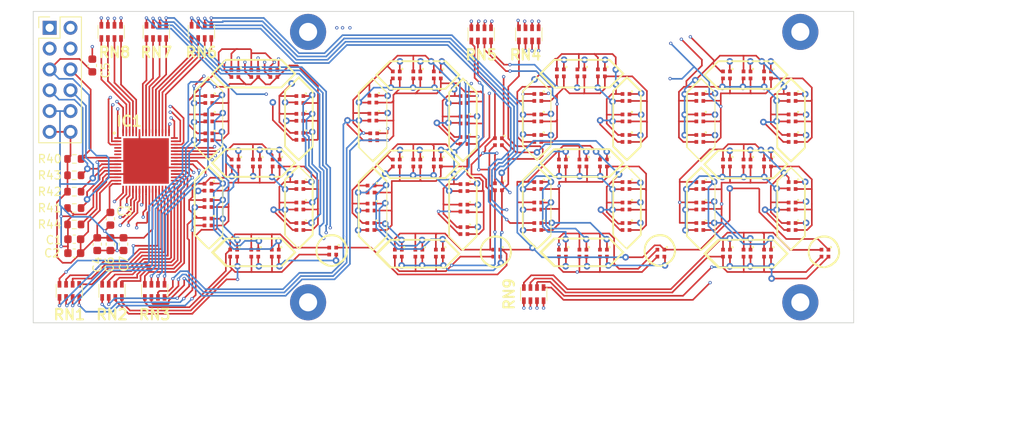
<source format=kicad_pcb>
(kicad_pcb (version 20211014) (generator pcbnew)
  (layers (0 "F.Cu" signal) (1 "In1.Cu" signal) (2 "In2.Cu" signal) (31 "B.Cu" signal) (34 "B.Paste" user) (35 "F.Paste" user) (36 "B.SilkS" user "B.Silkscreen") (37 "F.SilkS" user "F.Silkscreen") (38 "B.Mask" user) (39 "F.Mask" user) (44 "Edge.Cuts" user))
  (net 0 "")
  (net 1 "/Controller/SDB")
  (net 2 "/SW1")
  (net 3 "/CS1")
  (net 4 "/CS2")
  (net 5 "/CS3")
  (net 6 "/CS4")
  (net 7 "/CS5")
  (net 8 "/CS6")
  (net 9 "/CS7")
  (net 10 "/CS8")
  (net 11 "/CS9")
  (net 12 "/CS10")
  (net 13 "/CS11")
  (net 14 "/CS12")
  (net 15 "/CS13")
  (net 16 "/CS14")
  (net 17 "/CS15")
  (net 18 "/CS16")
  (net 19 "/CS17")
  (net 20 "/CS18")
  (net 21 "/CS19")
  (net 22 "/CS20")
  (net 23 "/CS21")
  (net 24 "/CS22")
  (net 25 "/CS23")
  (net 26 "/CS24")
  (net 27 "/CS25")
  (net 28 "/CS26")
  (net 29 "/CS27")
  (net 30 "/CS28")
  (net 31 "/CS29")
  (net 32 "/CS30")
  (net 33 "/CS31")
  (net 34 "/CS32")
  (net 35 "/CS33")
  (net 36 "/CS34")
  (net 37 "/CS35")
  (net 38 "/CS36")
  (net 39 "/SW2")
  (net 40 "/SW3")
  (net 41 "/SW4")
  (net 42 "/SW5")
  (net 43 "/SW6")
  (net 44 "/SW7")
  (net 45 "/SW8")
  (net 46 "/Controller/INTB")
  (net 47 "/Controller/SDA")
  (net 48 "/Controller/SCL")
  (net 49 "Net-(IC1-Pad13)")
  (net 50 "/SW9")
  (net 55 "GND")
  (net 56 "+3V3")
  (net 57 "Net-(IC1-Pad26)")
  (net 58 "Net-(IC1-Pad27)")
  (net 59 "Net-(IC1-Pad28)")
  (net 60 "Net-(IC1-Pad29)")
  (net 61 "Net-(IC1-Pad30)")
  (net 62 "Net-(IC1-Pad31)")
  (net 63 "Net-(IC1-Pad32)")
  (net 64 "Net-(IC1-Pad33)")
  (net 65 "Net-(IC1-Pad34)")
  (net 66 "Net-(IC1-Pad35)")
  (net 67 "Net-(IC1-Pad37)")
  (net 68 "Net-(IC1-Pad38)")
  (net 69 "Net-(IC1-Pad39)")
  (net 70 "Net-(IC1-Pad40)")
  (net 71 "Net-(IC1-Pad41)")
  (net 72 "Net-(IC1-Pad42)")
  (net 73 "Net-(IC1-Pad43)")
  (net 74 "Net-(IC1-Pad44)")
  (net 75 "Net-(IC1-Pad45)")
  (net 76 "Net-(IC1-Pad46)")
  (net 77 "Net-(IC1-Pad47)")
  (net 78 "Net-(IC1-Pad48)")
  (net 79 "Net-(IC1-Pad49)")
  (net 80 "Net-(IC1-Pad50)")
  (net 81 "Net-(IC1-Pad51)")
  (net 82 "Net-(IC1-Pad52)")
  (net 83 "Net-(IC1-Pad53)")
  (net 84 "Net-(IC1-Pad54)")
  (net 85 "Net-(IC1-Pad56)")
  (net 86 "Net-(IC1-Pad57)")
  (net 87 "Net-(IC1-Pad58)")
  (net 88 "Net-(IC1-Pad59)")
  (net 89 "Net-(IC1-Pad60)")
  (net 90 "Net-(IC1-Pad1)")
  (net 91 "Net-(IC1-Pad2)")
  (net 92 "Net-(IC1-Pad3)")
  (footprint "jjh:SX-0402-RGB" (layer "F.Cu") (at 183.5 122.25)
    (fp_text reference "D77" hide)
    (fp_text value "LED_ARGB" hide)
  )
  (footprint "jjh:SX-0402-RGB" (layer "F.Cu") (at 183.5 117.25)
    (fp_text reference "D75" hide)
    (fp_text value "LED_ARGB" hide)
  )
  (footprint "jjh:SX-0402-RGB" (layer "F.Cu") (at 158 125.5)
    (fp_text reference "D57" hide)
    (fp_text value "LED_ARGB" hide)
  )
  (footprint "jjh:7segoutline" (layer "F.Cu") (at 180 115)
    (fp_text reference "G***" hide)
    (fp_text value "LOGO" hide)
  )
  (footprint "jjh:SX-0402-RGB" (layer "F.Cu") (at 172.25 117.25)
    (fp_text reference "D83" hide)
    (fp_text value "LED_ARGB" hide)
  )
  (footprint "jjh:SX-0402-RGB" (layer "F.Cu") (at 155.5 114.5)
    (fp_text reference "D65" hide)
    (fp_text value "LED_ARGB" hide)
  )
  (footprint "jjh:SX-0402-RGB" (layer "F.Cu") (at 175.5 103.75)
    (fp_text reference "D69" hide)
    (fp_text value "LED_ARGB" hide)
  )
  (footprint "jjh:SX-0402-RGB" (layer "F.Cu") (at 175.5 114.5)
    (fp_text reference "D87" hide)
    (fp_text value "LED_ARGB" hide)
  )
  (footprint "MountingHole:MountingHole_2.2mm_M2_Pad" (layer "F.Cu") (at 124.5 98.5)
    (fp_text reference "REF**" hide)
    (fp_text value "MountingHole_2.2mm_M2_Pad" hide)
  )
  (footprint "jjh:SX-0402-RGB" (layer "F.Cu") (at 112.4 111.3)
    (fp_text reference "D18" hide)
    (fp_text value "LED_ARGB" hide)
  )
  (footprint "jjh:SX-0402-RGB" (layer "F.Cu") (at 183.5 109)
    (fp_text reference "D73" hide)
    (fp_text value "LED_ARGB" hide)
  )
  (footprint "jjh:SX-0402-RGB" (layer "F.Cu") (at 163.25 106.5)
    (fp_text reference "D50" hide)
    (fp_text value "LED_ARGB" hide)
  )
  (footprint "Capacitor_SMD:C_0603_1608Metric" (layer "F.Cu") (at 102 124.4 -90)
    (fp_text reference "C7")
    (fp_text value "0.1u" hide)
  )
  (footprint "jjh:SX-0402-RGB" (layer "F.Cu") (at 160.5 114.5)
    (fp_text reference "D67" hide)
    (fp_text value "LED_ARGB" hide)
  )
  (footprint "jjh:SX-0402-RGB" (layer "F.Cu") (at 175.5 125.5)
    (fp_text reference "D80" hide)
    (fp_text value "LED_ARGB" hide)
  )
  (footprint "jjh:EXB38V472JV" (layer "F.Cu") (at 106 98.5 180)
    (fp_text reference "RN7")
    (fp_text value "EXB38V472JV" hide)
  )
  (footprint "jjh:EXB38V472JV" (layer "F.Cu") (at 152 130.5 180)
    (fp_text reference "RN9")
    (fp_text value "EXB38V472JV" hide)
  )
  (footprint "jjh:SX-0402-RGB" (layer "F.Cu") (at 137.75 114.5)
    (fp_text reference "D42" hide)
    (fp_text value "LED_ARGB" hide)
  )
  (footprint "jjh:SX-0402-RGB" (layer "F.Cu") (at 143.5 120)
    (fp_text reference "D30" hide)
    (fp_text value "LED_ARGB" hide)
  )
  (footprint "jjh:SX-0402-RGB" (layer "F.Cu") (at 172.25 122.25)
    (fp_text reference "D81" hide)
    (fp_text value "LED_ARGB" hide)
  )
  (footprint "jjh:SX-0402-RGB" (layer "F.Cu") (at 143.5 109.25)
    (fp_text reference "D27" hide)
    (fp_text value "LED_ARGB" hide)
  )
  (footprint "jjh:SX-0402-RGB" (layer "F.Cu") (at 123.5 122.25)
    (fp_text reference "D9" hide)
    (fp_text value "LED_ARGB" hide)
  )
  (footprint "Capacitor_SMD:C_0603_1608Metric" (layer "F.Cu") (at 98.2 102.6 90)
    (fp_text reference "C5")
    (fp_text value "0.1u")
  )
  (footprint "jjh:SX-0402-RGB" (layer "F.Cu") (at 155.25 103.5)
    (fp_text reference "D47" hide)
    (fp_text value "LED_ARGB" hide)
  )
  (footprint "jjh:EXB38V472JV" (layer "F.Cu") (at 145.6 98.8)
    (fp_text reference "RN5")
    (fp_text value "EXB38V472JV" hide)
  )
  (footprint "jjh:SX-0402-RGB" (layer "F.Cu") (at 132.175 117.675)
    (fp_text reference "D35" hide)
    (fp_text value "LED_ARGB" hide)
  )
  (footprint "jjh:SX-0402-RGB" (layer "F.Cu") (at 157.75 103.5)
    (fp_text reference "D48" hide)
    (fp_text value "LED_ARGB" hide)
  )
  (footprint "jjh:SX-0402-RGB" (layer "F.Cu") (at 172.25 119.75)
    (fp_text reference "D82" hide)
    (fp_text value "LED_ARGB" hide)
  )
  (footprint "jjh:SX-0402-RGB" (layer "F.Cu") (at 135.25 103.75)
    (fp_text reference "D23" hide)
    (fp_text value "LED_ARGB" hide)
  )
  (footprint "jjh:EXB38V472JV" (layer "F.Cu") (at 100.5 98.5 180)
    (fp_text reference "RN8")
    (fp_text value "EXB38V472JV" hide)
  )
  (footprint "jjh:SX-0402-RGB" (layer "F.Cu") (at 137.75 103.75)
    (fp_text reference "D24" hide)
    (fp_text value "LED_ARGB" hide)
  )
  (footprint "jjh:SX-0402-RGB" (layer "F.Cu") (at 120.325 103.575)
    (fp_text reference "D3" hide)
    (fp_text value "LED_ARGB" hide)
  )
  (footprint "jjh:SX-0402-RGB" (layer "F.Cu") (at 163.25 119.75)
    (fp_text reference "D54" hide)
    (fp_text value "LED_ARGB" hide)
  )
  (footprint "jjh:SX-0402-RGB" (layer "F.Cu") (at 120.5 125.5)
    (fp_text reference "D10" hide)
    (fp_text value "LED_ARGB" hide)
  )
  (footprint "jjh:SX-0402-RGB" (layer "F.Cu") (at 112.3 121.7)
    (fp_text reference "D15" hide)
    (fp_text value "LED_ARGB" hide)
  )
  (footprint "jjh:SX-0402-RGB" (layer "F.Cu") (at 115.425 125.5)
    (fp_text reference "D12" hide)
    (fp_text value "LED_ARGB" hide)
  )
  (footprint "jjh:SX-0402-RGB" (layer "F.Cu") (at 132.4 108.9)
    (fp_text reference "D39" hide)
    (fp_text value "LED_ARGB" hide)
  )
  (footprint "jjh:SX-0402-RGB" (layer "F.Cu") (at 187.5 125.5)
    (fp_text reference "D90" hide)
    (fp_text value "LED_ARGB" hide)
  )
  (footprint "jjh:SX-0402-RGB" (layer "F.Cu") (at 115.6 114.5)
    (fp_text reference "D19" hide)
    (fp_text value "LED_ARGB" hide)
  )
  (footprint "Connector_PinHeader_2.54mm:PinHeader_2x06_P2.54mm_Vertical" (layer "F.Cu") (at 93 98)
    (fp_text reference "J1" hide)
    (fp_text value "Conn_02x06_Odd_Even" hide)
  )
  (footprint "Resistor_SMD:R_0603_1608Metric" (layer "F.Cu") (at 96 114 180)
    (fp_text reference "R40")
    (fp_text value "100K")
  )
  (footprint "jjh:SX-0402-RGB" (layer "F.Cu") (at 160.25 103.5)
    (fp_text reference "D49" hide)
    (fp_text value "LED_ARGB" hide)
  )
  (footprint "jjh:SX-0402-RGB" (layer "F.Cu") (at 163.25 122.25)
    (fp_text reference "D55" hide)
    (fp_text value "LED_ARGB" hide)
  )
  (footprint "jjh:SX-0402-RGB" (layer "F.Cu") (at 132.15 122.25)
    (fp_text reference "D37" hide)
    (fp_text value "LED_ARGB" hide)
  )
  (footprint "jjh:SX-0402-RGB" (layer "F.Cu") (at 112.3 119.45)
    (fp_text reference "D14" hide)
    (fp_text value "LED_ARGB" hide)
  )
  (footprint "jjh:SX-0402-RGB" (layer "F.Cu") (at 123.5 108.925)
    (fp_text reference "D5" hide)
    (fp_text value "LED_ARGB" hide)
  )
  (footprint "jjh:SX-0402-RGB" (layer "F.Cu") (at 118 103.575)
    (fp_text reference "D2" hide)
    (fp_text value "LED_ARGB" hide)
  )
  (footprint "Resistor_SMD:R_0603_1608Metric" (layer "F.Cu") (at 96 118 180)
    (fp_text reference "R42")
    (fp_text value "2K")
  )
  (footprint "jjh:EXB38V472JV" (layer "F.Cu") (at 100.6 130.1)
    (fp_text reference "RN2")
    (fp_text value "EXB38V472JV" hide)
  )
  (footprint "jjh:SX-0402-RGB" (layer "F.Cu") (at 127.5 125.25)
    (fp_text reference "D22" hide)
    (fp_text value "LED_ARGB" hide)
  )
  (footprint "jjh:SX-0402-RGB" (layer "F.Cu") (at 163.25 109)
    (fp_text reference "D51" hide)
    (fp_text value "LED_ARGB" hide)
  )
  (footprint "jjh:SX-0402-RGB" (layer "F.Cu") (at 135.5 125.5)
    (fp_text reference "D34" hide)
    (fp_text value "LED_ARGB" hide)
  )
  (footprint "jjh:SX-0402-RGB" (layer "F.Cu") (at 123.5 106.75)
    (fp_text reference "D4" hide)
    (fp_text value "LED_ARGB" hide)
  )
  (footprint "jjh:SX-0402-RGB" (layer "F.Cu") (at 140.5 125.5)
    (fp_text reference "D32" hide)
    (fp_text value "LED_ARGB" hide)
  )
  (footprint "jjh:EXB38V472JV" (layer "F.Cu") (at 105.8 130.1)
    (fp_text reference "RN3")
    (fp_text value "EXB38V472JV" hide)
  )
  (footprint "jjh:SX-0402-RGB" (layer "F.Cu") (at 118.2 114.5)
    (fp_text reference "D20" hide)
    (fp_text value "LED_ARGB" hide)
  )
  (footprint "jjh:SX-0402-RGB" (layer "F.Cu") (at 155.5 125.5)
    (fp_text reference "D58" hide)
    (fp_text value "LED_ARGB" hide)
  )
  (footprint "jjh:SX-0402-RGB" (layer "F.Cu") (at 123.5 111.25)
    (fp_text reference "D6" hide)
    (fp_text value "LED_ARGB" hide)
  )
  (footprint "jjh:SX-0402-RGB" (layer "F.Cu") (at 178 125.5)
    (fp_text reference "D79" hide)
    (fp_text value "LED_ARGB" hide)
  )
  (footprint "jjh:SX-0402-RGB" (layer "F.Cu") (at 158 114.5)
    (fp_text reference "D66" hide)
    (fp_text value "LED_ARGB" hide)
  )
  (footprint "jjh:SX-0402-RGB" (layer "F.Cu") (at 152.5 117.25)
    (fp_text reference "D61" hide)
    (fp_text value "LED_ARGB" hide)
  )
  (footprint "Capacitor_SMD:C_0603_1608Metric" (layer "F.Cu") (at 96 125.5 180)
    (fp_text reference "C2")
    (fp_text value "0.1u")
  )
  (footprint "jjh:SX-0402-RGB" (layer "F.Cu") (at 143.5 122.75)
    (fp_text reference "D31" hide)
    (fp_text value "LED_ARGB" hide)
  )
  (footprint "jjh:SX-0402-RGB" (layer "F.Cu") (at 132.4 106.7)
    (fp_text reference "D38" hide)
    (fp_text value "LED_ARGB" hide)
  )
  (footprint "jjh:SX-0402-RGB" (layer "F.Cu") (at 147.7 111.9)
    (fp_text reference "D45" hide)
    (fp_text value "LED_ARGB" hide)
  )
  (footprint "jjh:SX-0402-RGB" (layer "F.Cu") (at 163.25 111.5)
    (fp_text reference "D52" hide)
    (fp_text value "LED_ARGB" hide)
  )
  (footprint "jjh:SX-0402-RGB" (layer "F.Cu") (at 147.5 125.5)
    (fp_text reference "D44" hide)
    (fp_text value "LED_ARGB" hide)
  )
  (footprint "jjh:SX-0402-RGB" (layer "F.Cu") (at 112.3 117.45)
    (fp_text reference "D13" hide)
    (fp_text value "LED_ARGB" hide)
  )
  (footprint "Resistor_SMD:R_0603_1608Metric" (layer "F.Cu") (at 96 116 180)
    (fp_text reference "R43")
    (fp_text value "2K")
  )
  (footprint "jjh:SX-0402-RGB" (layer "F.Cu") (at 115.575 103.575)
    (fp_text reference "D1" hide)
    (fp_text value "LED_ARGB" hide)
  )
  (footprint "Capacitor_SMD:C_0603_1608Metric" (layer "F.Cu") (at 100.4 124.4 -90)
    (fp_text reference "C6")
    (fp_text value "1u" hide)
  )
  (footprint "jjh:SX-0402-RGB" (layer "F.Cu") (at 112.4 109)
    (fp_text reference "D17" hide)
    (fp_text value "LED_ARGB" hide)
  )
  (footprint "jjh:SX-0402-RGB" (layer "F.Cu") (at 123.5 119.75)
    (fp_text reference "D8" hide)
    (fp_text value "LED_ARGB" hide)
  )
  (footprint "jjh:SX-0402-RGB" (layer "F.Cu") (at 118 125.5)
    (fp_text reference "D11" hide)
    (fp_text value "LED_ARGB" hide)
  )
  (footprint "jjh:EXB38V472JV" (layer "F.Cu") (at 151.4 98.8)
    (fp_text reference "RN4")
    (fp_text value "EXB38V472JV" hide)
  )
  (footprint "jjh:SX-0402-RGB" (layer "F.Cu") (at 143.5 106.75)
    (fp_text reference "D26" hide)
    (fp_text value "LED_ARGB" hide)
  )
  (footprint "MountingHole:MountingHole_2.2mm_M2_Pad" (layer "F.Cu") (at 184.5 131.5)
    (fp_text reference "REF**" hide)
    (fp_text value "MountingHole_2.2mm_M2_Pad" hide)
  )
  (footprint "jjh:SX-0402-RGB" (layer "F.Cu") (at 152.5 111.5)
    (fp_text reference "D62" hide)
    (fp_text value "LED_ARGB" hide)
  )
  (footprint "jjh:SX-0402-RGB" (layer "F.Cu") (at 147.7 117.4)
    (fp_text reference "D46" hide)
    (fp_text value "LED_ARGB" hide)
  )
  (footprint "jjh:SX-0402-RGB" (layer "F.Cu") (at 180.5 114.5)
    (fp_text reference "D89" hide)
    (fp_text value "LED_ARGB" hide)
  )
  (footprint "jjh:SX-0402-RGB" (layer "F.Cu") (at 132.5 111.3)
    (fp_text reference "D40" hide)
    (fp_text value "LED_ARGB" hide)
  )
  (footprint "Capacitor_SMD:C_0603_1608Metric" (layer "F.Cu") (at 100.4 121.3 -90)
    (fp_text reference "C3")
    (fp_text value "1u" hide)
  )
  (footprint "Resistor_SMD:R_0603_1608Metric" (layer "F.Cu") (at 96 120)
    (fp_text reference "R41")
    (fp_text value "100K")
  )
  (footprint "jjh:SX-0402-RGB" (layer "F.Cu") (at 143.5 111.75)
    (fp_text reference "D28" hide)
    (fp_text value "LED_ARGB" hide)
  )
  (footprint "jjh:SX-0402-RGB" (layer "F.Cu") (at 143.5 117.5)
    (fp_text reference "D29" hide)
    (fp_text value "LED_ARGB" hide)
  )
  (footprint "jjh:SX-0402-RGB" (layer "F.Cu") (at 152.5 109)
    (fp_text reference "D63" hide)
    (fp_text value "LED_ARGB" hide)
  )
  (footprint "jjh:SX-0402-RGB" (layer "F.Cu") (at 152.5 106.5)
    (fp_text reference "D64" hide)
    (fp_text value "LED_ARGB" hide)
  )
  (footprint "jjh:7segoutline" (layer "F.Cu") (at 120 114.837168)
    (fp_text reference "G***" hide)
    (fp_text value "LOGO" hide)
  )
  (footprint "jjh:7segoutline" (layer "F.Cu") (at 160 114.837168)
    (fp_text reference "G***" hide)
    (fp_text value "LOGO" hide)
  )
  (footprint "jjh:EXB38V472JV" (layer "F.Cu") (at 111.5 98.5 180)
    (fp_text reference "RN6")
    (fp_text value "EXB38V472JV" hide)
  )
  (footprint "jjh:SX-0402-RGB" (layer "F.Cu") (at 180.5 125.5)
    (fp_text reference "D78" hide)
    (fp_text value "LED_ARGB" hide)
  )
  (footprint "jjh:SX-0402-RGB" (layer "F.Cu") (at 132.175 119.875)
    (fp_text reference "D36" hide)
    (fp_text value "LED_ARGB" hide)
  )
  (footprint "jjh:SX-0402-RGB" (layer "F.Cu") (at 180.5 103.75)
    (fp_text reference "D71" hide)
    (fp_text value "LED_ARGB" hide)
  )
  (footprint "jjh:SX-0402-RGB" (layer "F.Cu") (at 138 125.5)
    (fp_text reference "D33" hide)
    (fp_text value "LED_ARGB" hide)
  )
  (footprint "jjh:SX-0402-RGB" (layer "F.Cu") (at 140.25 103.75)
    (fp_text reference "D25" hide)
    (fp_text value "LED_ARGB" hide)
  )
  (footprint "jjh:EXB38V472JV" (layer "F.Cu") (at 95.4 130.1)
    (fp_text reference "RN1")
    (fp_text value "EXB38V472JV" hide)
  )
  (footprint "jjh:SX-0402-RGB" (layer "F.Cu") (at 140.25 114.5)
    (fp_text reference "D43" hide)
    (fp_text value "LED_ARGB" hide)
  )
  (footprint "jjh:SX-0402-RGB" (layer "F.Cu") (at 178 114.5)
    (fp_text reference "D88" hide)
    (fp_text value "LED_ARGB" hide)
  )
  (footprint "MountingHole:MountingHole_2.2mm_M2_Pad" (layer "F.Cu") (at 184.5 98.5)
    (fp_text reference "REF**" hide)
    (fp_text value "MountingHole_2.2mm_M2_Pad" hide)
  )
  (footprint "jjh:SX-0402-RGB" (layer "F.Cu") (at 112.4 106.75)
    (fp_text reference "D16" hide)
    (fp_text value "LED_ARGB" hide)
  )
  (footprint "jjh:SX-0402-RGB" (layer "F.Cu") (at 167.5 125.5)
    (fp_text reference "D68" hide)
    (fp_text value "LED_ARGB" hide)
  )
  (footprint "jjh:SX-0402-RGB" (layer "F.Cu") (at 178 103.75)
    (fp_text reference "D70" hide)
    (fp_text value "LED_ARGB" hide)
  )
  (footprint "Capacitor_SMD:C_0603_1608Metric" (layer "F.Cu") (at 96 123.8 180)
    (fp_text reference "C1")
    (fp_text value "1u")
  )
  (footprint "jjh:SX-0402-RGB" (layer "F.Cu") (at 172.25 106.5)
    (fp_text reference "D86" hide)
    (fp_text value "LED_ARGB" hide)
  )
  (footprint "jjh:SX-0402-RGB" (layer "F.Cu") (at 152.5 119.75)
    (fp_text reference "D60" hide)
    (fp_text value "LED_ARGB" hide)
  )
  (footprint "Capacitor_SMD:C_0603_1608Metric" (layer "F.Cu") (at 98.8 124.4 -90)
    (fp_text reference "C4")
    (fp_text value "0.1u" hide)
  )
  (footprint "jjh:SX-0402-RGB" (layer "F.Cu") (at 172.25 111.5)
    (fp_text reference "D84" hide)
    (fp_text value "LED_ARGB" hide)
  )
  (footprint "jjh:SX-0402-RGB" (layer "F.Cu") (at 183.5 119.75)
    (fp_text reference "D76" hide)
    (fp_text value "LED_ARGB" hide)
  )
  (footprint "jjh:7segoutline" (layer "F.Cu") (at 140 115)
    (fp_text reference "G***" hide)
    (fp_text value "LOGO" hide)
  )
  (footprint "jjh:QFN40P700X700X80-61N-D" (layer "F.Cu") (at 104.75 114.25)
    (fp_text reference "IC1")
    (fp_text value "IS31FL3741A-QFLS4-TR" hide)
  )
  (footprint "jjh:SX-0402-RGB" (layer "F.Cu") (at 123.5 117.25)
    (fp_text reference "D7" hide)
    (fp_text value "LED_ARGB" hide)
  )
  (footprint "jjh:SX-0402-RGB" (layer "F.Cu") (at 160.5 125.5)
    (fp_text reference "D56" hide)
    (fp_text value "LED_ARGB" hide)
  )
  (footprint "jjh:SX-0402-RGB" (layer "F.Cu") (at 152.5 122.25)
    (fp_text reference "D59" hide)
    (fp_text value "LED_ARGB" hide)
  )
  (footprint "jjh:SX-0402-RGB" (layer "F.Cu") (at 120.6 114.5)
    (fp_text reference "D21" hide)
    (fp_text value "LED_ARGB" hide)
  )
  (footprint "Resistor_SMD:R_0603_1608Metric" (layer "F.Cu") (at 96 122)
    (fp_text reference "R44")
    (fp_text value "10K")
  )
  (footprint "jjh:SX-0402-RGB" (layer "F.Cu") (at 183.5 106.5)
    (fp_text reference "D72" hide)
    (fp_text value "LED_ARGB" hide)
  )
  (footprint "jjh:SX-0402-RGB" (layer "F.Cu") (at 135.25 114.5)
    (fp_text reference "D41" hide)
    (fp_text value "LED_ARGB" hide)
  )
  (footprint "MountingHole:MountingHole_2.2mm_M2_Pad" (layer "F.Cu") (at 124.5 131.5)
    (fp_text reference "REF**" hide)
    (fp_text value "MountingHole_2.2mm_M2_Pad" hide)
  )
  (footprint "jjh:SX-0402-RGB" (layer "F.Cu") (at 172.25 109)
    (fp_text reference "D85" hide)
    (fp_text value "LED_ARGB" hide)
  )
  (footprint "jjh:SX-0402-RGB" (layer "F.Cu") (at 183.5 111.5)
    (fp_text reference "D74" hide)
    (fp_text value "LED_ARGB" hide)
  )
  (footprint "jjh:SX-0402-RGB" (layer "F.Cu") (at 163.25 117.25)
    (fp_text reference "D53" hide)
    (fp_text value "LED_ARGB" hide)
  )
  (gr_line (start 91 100) (end 91 96) (layer "Edge.Cuts") (width 0.1))
  (gr_line (start 91 130) (end 91 100) (layer "Edge.Cuts") (width 0.1))
  (gr_line (start 191 100) (end 191 130) (layer "Edge.Cuts") (width 0.1))
  (gr_line (start 191 134) (end 91 134) (layer "Edge.Cuts") (width 0.1))
  (gr_line (start 191 130) (end 191 134) (layer "Edge.Cuts") (width 0.1))
  (gr_line (start 191 96) (end 191 100) (layer "Edge.Cuts") (width 0.1))
  (gr_line (start 91 96) (end 191 96) (layer "Edge.Cuts") (width 0.1))
  (gr_line (start 91 134) (end 91 130) (layer "Edge.Cuts") (width 0.1))
  (segment (start 97.5625 118.9375) (end 97.5625 119.2625) (width 0.2) (layer "F.Cu") (net 1))
  (segment (start 99.082503 116.506756) (end 97.5625 118.026759) (width 0.2) (layer "F.Cu") (net 1))
  (segment (start 99.082503 116.082503) (end 99.082503 116.506756) (width 0.2) (layer "F.Cu") (net 1))
  (segment (start 97.5625 119.2625) (end 96.825 120) (width 0.2) (layer "F.Cu") (net 1))
  (segment (start 94.28 101.8) (end 93 103.08) (width 0.2) (layer "F.Cu") (net 1))
  (segment (start 97.5625 118.026759) (end 97.5625 118.9375) (width 0.2) (layer "F.Cu") (net 1))
  (segment (start 101.3 115.45) (end 99.715006 115.45) (width 0.2) (layer "F.Cu") (net 1))
  (segment (start 96.625 101.8) (end 94.28 101.8) (width 0.2) (layer "F.Cu") (net 1))
  (segment (start 99.715006 115.45) (end 99.082503 116.082503) (width 0.2) (layer "F.Cu") (net 1))
  (segment (start 98.2 103.375) (end 96.625 101.8) (width 0.2) (layer "F.Cu") (net 1))
  (via (at 97.5625 118.9375) (size 0.8) (drill 0.4) (layers "F.Cu" "B.Cu") (net 1))
  (segment (start 100.2 116.3) (end 97.5625 118.9375) (width 0.2) (layer "B.Cu") (net 1))
  (segment (start 99.9 113.6) (end 100.2 113.9) (width 0.2) (layer "B.Cu") (net 1))
  (segment (start 97.822357 106.222357) (end 97.822357 112.722357) (width 0.2) (layer "B.Cu") (net 1))
  (segment (start 97.822357 112.722357) (end 98.7 113.6) (width 0.2) (layer "B.Cu") (net 1))
  (segment (start 98.7 113.6) (end 99.9 113.6) (width 0.2) (layer "B.Cu") (net 1))
  (segment (start 95.829511 104.229511) (end 97.822357 106.222357) (width 0.2) (layer "B.Cu") (net 1))
  (segment (start 93 103.08) (end 94.149511 104.229511) (width 0.2) (layer "B.Cu") (net 1))
  (segment (start 100.2 113.9) (end 100.2 116.3) (width 0.2) (layer "B.Cu") (net 1))
  (segment (start 94.149511 104.229511) (end 95.829511 104.229511) (width 0.2) (layer "B.Cu") (net 1))
  (segment (start 152.925 106.075) (end 153.725 106.075) (width 0.2) (layer "F.Cu") (net 2))
  (segment (start 152.925 121.825) (end 154.175 121.825) (width 0.2) (layer "F.Cu") (net 2))
  (segment (start 101.95 118.15) (end 100.9 119.2) (width 0.2) (layer "F.Cu") (net 2))
  (segment (start 112.75 117) (end 112.725 117.025) (width 0.2) (layer "F.Cu") (net 2))
  (segment (start 132.825 106.275) (end 134.175 106.275) (width 0.2) (layer "F.Cu") (net 2))
  (segment (start 140.925 125.075) (end 140.925 123.825) (width 0.2) (layer "F.Cu") (net 2))
  (segment (start 120.925 124.025) (end 120.9 124) (width 0.2) (layer "F.Cu") (net 2))
  (segment (start 113.875 106.325) (end 114 106.2) (width 0.2) (layer "F.Cu") (net 2))
  (segment (start 174.025 106.075) (end 174.1 106) (width 0.2) (layer "F.Cu") (net 2))
  (segment (start 133.95 117.25) (end 134 117.2) (width 0.2) (layer "F.Cu") (net 2))
  (segment (start 180.925 125.075) (end 180.925 123.725) (width 0.2) (layer "F.Cu") (net 2))
  (segment (start 172.675 106.075) (end 174.025 106.075) (width 0.2) (layer "F.Cu") (net 2))
  (segment (start 101.95 117.7) (end 101.95 118.15) (width 0.2) (layer "F.Cu") (net 2))
  (segment (start 114.1 117) (end 112.75 117) (width 0.2) (layer "F.Cu") (net 2))
  (segment (start 160.925 125.075) (end 160.925 123.825) (width 0.2) (layer "F.Cu") (net 2))
  (segment (start 112.825 106.325) (end 113.875 106.325) (width 0.2) (layer "F.Cu") (net 2))
  (segment (start 173.975 121.825) (end 174 121.8) (width 0.2) (layer "F.Cu") (net 2))
  (segment (start 172.675 121.825) (end 173.975 121.825) (width 0.2) (layer "F.Cu") (net 2))
  (segment (start 153.725 106.075) (end 153.8 106) (width 0.2) (layer "F.Cu") (net 2))
  (segment (start 132.6 117.25) (end 133.95 117.25) (width 0.2) (layer "F.Cu") (net 2))
  (segment (start 140.925 123.825) (end 140.9 123.8) (width 0.2) (layer "F.Cu") (net 2))
  (segment (start 134.175 106.275) (end 134.2 106.3) (width 0.2) (layer "F.Cu") (net 2))
  (segment (start 160.925 123.825) (end 160.9 123.8) (width 0.2) (layer "F.Cu") (net 2))
  (segment (start 120.925 125.075) (end 120.925 124.025) (width 0.2) (layer "F.Cu") (net 2))
  (segment (start 154.175 121.825) (end 154.2 121.8) (width 0.2) (layer "F.Cu") (net 2))
  (segment (start 180.925 123.725) (end 180.9 123.7) (width 0.2) (layer "F.Cu") (net 2))
  (via (at 174.1 106) (size 0.8) (drill 0.4) (layers "F.Cu" "B.Cu") (net 2))
  (via (at 114 106.2) (size 0.8) (drill 0.4) (layers "F.Cu" "B.Cu") (net 2))
  (via (at 180.9 123.7) (size 0.8) (drill 0.4) (layers "F.Cu" "B.Cu") (net 2))
  (via (at 153.8 106) (size 0.4) (drill 0.2) (layers "F.Cu" "B.Cu") (net 2))
  (via (at 134.2 106.3) (size 0.8) (drill 0.4) (layers "F.Cu" "B.Cu") (net 2))
  (via (at 100.9 119.2) (size 0.4) (drill 0.2) (layers "F.Cu" "B.Cu") (net 2))
  (via (at 160.9 123.8) (size 0.8) (drill 0.4) (layers "F.Cu" "B.Cu") (net 2))
  (via (at 140.9 123.8) (size 0.8) (drill 0.4) (layers "F.Cu" "B.Cu") (net 2))
  (via (at 114.1 117) (size 0.8) (drill 0.4) (layers "F.Cu" "B.Cu") (net 2))
  (via (at 154.2 121.8) (size 0.8) (drill 0.4) (layers "F.Cu" "B.Cu") (net 2))
  (via (at 174 121.8) (size 0.8) (drill 0.4) (layers "F.Cu" "B.Cu") (net 2))
  (via (at 120.9 124) (size 0.8) (drill 0.4) (layers "F.Cu" "B.Cu") (net 2))
  (via (at 134 117.2) (size 0.8) (drill 0.4) (layers "F.Cu" "B.Cu") (net 2))
  (segment (start 112.300489 115.200489) (end 112.300489 107.899511) (width 0.2) (layer "B.Cu") (net 2))
  (segment (start 177.58877 124.399511) (end 174.989259 121.8) (width 0.2) (layer "B.Cu") (net 2))
  (segment (start 112.300489 107.899511) (end 114 106.2) (width 0.2) (layer "B.Cu") (net 2))
  (segment (start 139.489259 123.8) (end 138.290228 124.999031) (width 0.2) (layer "B.Cu") (net 2))
  (segment (start 132.80048 122.40048) (end 132.80048 118.39952) (width 0.2) (layer "B.Cu") (net 2))
  (segment (start 113.000969 118.099031) (end 114.1 117) (width 0.2) (layer "B.Cu") (net 2))
  (segment (start 138.290228 124.999031) (end 135.399031 124.999031) (width 0.2) (layer "B.Cu") (net 2))
  (segment (start 140.9 123.8) (end 139.489259 123.8) (width 0.2) (layer "B.Cu") (net 2))
  (segment (start 114.1 117) (end 112.300489 115.200489) (width 0.2) (layer "B.Cu") (net 2))
  (segment (start 132.80048 118.39952) (end 134 117.2) (width 0.2) (layer "B.Cu") (net 2))
  (segment (start 158.9 121.8) (end 154.2 121.8) (width 0.2) (layer "B.Cu") (net 2))
  (segment (start 113.000969 122.600969) (end 113.000969 118.099031) (width 0.2) (layer "B.Cu") (net 2))
  (segment (start 120.9 124) (end 119.90097 124.99903) (width 0.2) (layer "B.Cu") (net 2))
  (segment (start 119.90097 124.99903) (end 115.39903 124.99903) (width 0.2) (layer "B.Cu") (net 2))
  (segment (start 135.399031 124.999031) (end 132.80048 122.40048) (width 0.2) (layer "B.Cu") (net 2))
  (segment (start 180.9 123.7) (end 180.200489 124.399511) (width 0.2) (layer "B.Cu") (net 2))
  (segment (start 115.39903 124.99903) (end 113.000969 122.600969) (width 0.2) (layer "B.Cu") (net 2))
  (segment (start 180.200489 124.399511) (end 177.58877 124.399511) (width 0.2) (layer "B.Cu") (net 2))
  (segment (start 174.989259 121.8) (end 174 121.8) (width 0.2) (layer "B.Cu") (net 2))
  (segment (start 160.9 123.8) (end 158.9 121.8) (width 0.2) (layer "B.Cu") (net 2))
  (segment (start 120.75 104) (end 120.8 104) (width 0.2) (layer "F.Cu") (net 3))
  (segment (start 125.7 105.1) (end 125.7 107.2) (width 0.2) (layer "F.Cu") (net 3))
  (segment (start 112.825 111.725) (end 113.875 111.725) (width 0.2) (layer "F.Cu") (net 3))
  (segment (start 114.8 109.3) (end 114.8 107.1) (width 0.2) (layer "F.Cu") (net 3))
  (segment (start 112.825 109.425) (end 113.925 109.425) (width 0.2) (layer "F.Cu") (net 3))
  (segment (start 117.535405 104.9) (end 118.425 104.010405) (width 0.2) (layer "F.Cu") (net 3))
  (segment (start 113.925 109.425) (end 114.675 109.425) (width 0.2) (layer "F.Cu") (net 3))
  (segment (start 114.8 110.889259) (end 114.8 109.3) (width 0.2) (layer "F.Cu") (net 3))
  (segment (start 114.675 109.425) (end 114.8 109.3) (width 0.2) (layer "F.Cu") (net 3))
  (segment (start 120.75 104.010405) (end 120.75 104) (width 0.2) (layer "F.Cu") (net 3))
  (segment (start 125.65 109.35) (end 125.7 109.4) (width 0.2) (layer "F.Cu") (net 3))
  (segment (start 122.2 102.6) (end 123.2 102.6) (width 0.2) (layer "F.Cu") (net 3))
  (segment (start 125.7 107.2) (end 125.7 109.4) (width 0.2) (layer "F.Cu") (net 3))
  (segment (start 119.325 104.9) (end 119.860405 104.9) (width 0.2) (layer "F.Cu") (net 3))
  (segment (start 94.2 130.9) (end 94.2 131.9) (width 0.2) (layer "F.Cu") (net 3))
  (segment (start 116 104) (end 116.85 104.85) (width 0.2) (layer "F.Cu") (net 3))
  (segment (start 120.8 104) (end 122.2 102.6) (width 0.2) (layer "F.Cu") (net 3))
  (segment (start 114.725 107.175) (end 114.8 107.1) (width 0.2) (layer "F.Cu") (net 3))
  (segment (start 114.8 105) (end 114.95 104.85) (width 0.2) (layer "F.Cu") (net 3))
  (segment (start 119.860405 104.9) (end 120.75 104.010405) (width 0.2) (layer "F.Cu") (net 3))
  (segment (start 123.925 109.35) (end 125.65 109.35) (width 0.2) (layer "F.Cu") (net 3))
  (segment (start 123.925 107.175) (end 125.675 107.175) (width 0.2) (layer "F.Cu") (net 3))
  (segment (start 125.7 111.6) (end 125.625 111.675) (width 0.2) (layer "F.Cu") (net 3))
  (segment (start 123.2 102.6) (end 125.7 105.1) (width 0.2) (layer "F.Cu") (net 3))
  (segment (start 116.85 104.85) (end 116.9 104.9) (width 0.2) (layer "F.Cu") (net 3))
  (segment (start 113.964259 111.725) (end 114.8 110.889259) (width 0.2) (layer "F.Cu") (net 3))
  (segment (start 118.425 104) (end 119.325 104.9) (width 0.2) (layer "F.Cu") (net 3))
  (segment (start 113.875 111.725) (end 113.964259 111.725) (width 0.2) (layer "F.Cu") (net 3))
  (segment (start 113.975 107.175) (end 114.725 107.175) (width 0.2) (layer "F.Cu") (net 3))
  (segment (start 114.8 105.2) (end 114.8 105) (width 0.2) (layer "F.Cu") (net 3))
  (segment (start 114.95 104.85) (end 116.85 104.85) (width 0.2) (layer "F.Cu") (net 3))
  (segment (start 113.1 105.2) (end 114.8 105.2) (width 0.2) (layer "F.Cu") (net 3))
  (segment (start 112.825 107.175) (end 113.975 107.175) (width 0.2) (layer "F.Cu") (net 3))
  (segment (start 114.8 107.1) (end 114.8 105.2) (width 0.2) (layer "F.Cu") (net 3))
  (segment (start 118.425 104.010405) (end 118.425 104) (width 0.2) (layer "F.Cu") (net 3))
  (segment (start 125.675 107.175) (end 125.7 107.2) (width 0.2) (layer "F.Cu") (net 3))
  (segment (start 116.9 104.9) (end 117.535405 104.9) (width 0.2) (layer "F.Cu") (net 3))
  (segment (start 125.7 109.4) (end 125.7 111.6) (width 0.2) (layer "F.Cu") (net 3))
  (segment (start 125.625 111.675) (end 123.925 111.675) (width 0.2) (layer "F.Cu") (net 3))
  (via (at 113.1 105.2) (size 0.4) (drill 0.2) (layers "F.Cu" "B.Cu") (net 3))
  (via (at 94.2 131.9) (size 0.4) (drill 0.2) (layers "F.Cu" "B.Cu") (net 3))
  (segment (start 104.9 126.80096) (end 99.299039 126.800961) (width 0.2) (layer "B.Cu") (net 3))
  (segment (start 109.9 104.9) (end 110.199511 104.600489) (width 0.2) (layer "B.Cu") (net 3))
  (segment (start 109.20096 115.669028) (end 105.102402 119.767586) (width 0.2) (layer "B.Cu") (net 3))
  (segment (start 109.200961 112.534033) (end 109.20096 115.669028) (width 0.2) (layer "B.Cu") (net 3))
  (segment (start 105.1024 126.59856) (end 104.9 126.80096) (width 0.2) (layer "B.Cu") (net 3))
  (segment (start 105.102402 119.767586) (end 105.1024 126.59856) (width 0.2) (layer "B.Cu") (net 3))
  (segment (start 109.9 104.9) (end 109.9 111.834994) (width 0.2) (layer "B.Cu") (net 3))
  (segment (start 110.199511 104.600489) (end 112.500489 104.600489) (width 0.2) (layer "B.Cu") (net 3))
  (segment (start 109.9 111.834994) (end 109.200961 112.534033) (width 0.2) (layer "B.Cu") (net 3))
  (segment (start 99.299039 126.800961) (end 94.2 131.9) (width 0.2) (layer "B.Cu") (net 3))
  (segment (start 112.500489 104.600489) (end 113.1 105.2) (width 0.2) (layer "B.Cu") (net 3))
  (segment (start 119.9 104) (end 119.889595 104) (width 0.2) (layer "F.Cu") (net 4))
  (segment (start 110.6 109.5) (end 111.9 109.5) (width 0.2) (layer "F.Cu") (net 4))
  (segment (start 121.7 107.1) (end 123 107.1) (width 0.2) (layer "F.Cu") (net 4))
  (segment (start 110.6 111.7) (end 111.95 111.7) (width 0.2) (layer "F.Cu") (net 4))
  (segment (start 116.8 103.3) (end 116.8 102.2) (width 0.2) (layer "F.Cu") (net 4))
  (segment (start 117.5 104) (end 116.8 103.3) (width 0.2) (layer "F.Cu") (net 4))
  (segment (start 110.6 105.1) (end 111.8 103.9) (width 0.2) (layer "F.Cu") (net 4))
  (segment (start 111.9 109.5) (end 111.975 109.425) (width 0.2) (layer "F.Cu") (net 4))
  (segment (start 111.95 111.7) (end 111.975 111.725) (width 0.2) (layer "F.Cu") (net 4))
  (segment (start 95 130.9) (end 95 131.8) (width 0.2) (layer "F.Cu") (net 4))
  (segment (start 123.075 109.35) (end 121.85 109.35) (width 0.2) (layer "F.Cu") (net 4))
  (segment (start 114.3 103.160405) (end 114.3 102.1) (width 0.2) (layer "F.Cu") (net 4))
  (segment (start 117.575 104) (end 117.5 104) (width 0.2) (layer "F.Cu") (net 4))
  (segment (start 119.889595 104) (end 119.594797 103.705203) (width 0.2) (layer "F.Cu") (net 4))
  (segment (start 115.139595 104) (end 114.3 103.160405) (width 0.2) (layer "F.Cu") (net 4))
  (segment (start 122.620735 111.675) (end 120.2 109.254265) (width 0.2) (layer "F.Cu") (net 4))
  (segment (start 123.075 111.675) (end 122.620735 111.675) (width 0.2) (layer "F.Cu") (net 4))
  (segment (start 111.975 107.175) (end 110.625 107.175) (width 0.2) (layer "F.Cu") (net 4))
  (segment (start 119.2 103.310406) (end 119.594797 103.705203) (width 0.2) (layer "F.Cu") (net 4))
  (segment (start 95 131.8) (end 95.1 131.9) (width 0.2) (layer "F.Cu") (net 4))
  (segment (start 115.15 104) (end 115.139595 104) (width 0.2) (layer "F.Cu") (net 4))
  (segment (start 120.2 109.254265) (end 120.2 107.1) (width 0.2) (layer "F.Cu") (net 4))
  (segment (start 123 107.1) (end 123.075 107.175) (width 0.2) (layer "F.Cu") (net 4))
  (segment (start 110.625 107.175) (end 110.6 107.2) (width 0.2) (layer "F.Cu") (net 4))
  (segment (start 119.2 102.2) (end 119.2 103.310406) (width 0.2) (layer "F.Cu") (net 4))
  (via (at 110.6 105.1) (size 0.4) (drill 0.2) (layers "F.Cu" "B.Cu") (net 4))
  (via (at 121.7 107.1) (size 0.8) (drill 0.4) (layers "F.Cu" "B.Cu") (net 4))
  (via (at 114.3 102.2) (size 0.4) (drill 0.2) (layers "F.Cu" "B.Cu") (net 4))
  (via (at 116.8 102.2) (size 0.4) (drill 0.2) (layers "F.Cu" "B.Cu") (net 4))
  (via (at 119.2 102.2) (size 0.4) (drill 0.2) (layers "F.Cu" "B.Cu") (net 4))
  (via (at 111.8 103.9) (size 0.4) (drill 0.2) (layers "F.Cu" "B.Cu") (net 4))
  (via (at 121.85 109.35) (size 0.8) (drill 0.4) (layers "F.Cu" "B.Cu") (net 4))
  (via (at 110.6 109.5) (size 0.8) (drill 0.4) (layers "F.Cu" "B.Cu") (net 4))
  (via (at 110.6 107.2) (size 0.8) (drill 0.4) (layers "F.Cu" "B.Cu") (net 4))
  (via (at 95.1 131.9) (size 0.4) (drill 0.2) (layers "F.Cu" "B.Cu") (net 4))
  (via (at 120.2 107.1) (size 0.8) (drill 0.4) (layers "F.Cu" "B.Cu") (net 4))
  (via (at 110.6 111.7) (size 0.8) (drill 0.4) (layers "F.Cu" "B.Cu") (net 4))
  (segment (start 110.6 107.2) (end 110.6 109.5) (width 0.2) (layer "B.Cu") (net 4))
  (segment (start 95.1 131.9) (end 95.1 131.893584) (width 0.2) (layer "B.Cu") (net 4))
  (segment (start 105.501921 119.933073) (end 109.60048 115.834514) (width 0.2) (layer "B.Cu") (net 4))
  (segment (start 105.50192 126.933074) (end 105.501921 119.933073) (width 0.2) (layer "B.Cu") (net 4))
  (segment (start 110.6 109.5) (end 110.6 111.7) (width 0.2) (layer "B.Cu") (net 4))
  (segment (start 110.6 107.2) (end 110.6 105.1) (width 0.2) (layer "B.Cu") (net 4))
  (segment (start 95.1 131.893584) (end 99.793104 127.20048) (width 0.2) (layer "B.Cu") (net 4))
  (segment (start 105.234514 127.20048) (end 105.50192 126.933074) (width 0.2) (layer "B.Cu") (net 4))
  (segment (start 109.60048 115.834514) (end 109.60048 112.69952) (width 0.2) (layer "B.Cu") (net 4))
  (segment (start 99.793104 127.20048) (end 105.234514 127.20048) (width 0.2) (layer "B.Cu") (net 4))
  (segment (start 109.60048 112.69952) (end 110.6 111.7) (width 0.2) (layer "B.Cu") (net 4))
  (segment (start 110.485741 106.214259) (end 111.3 105.4) (width 0.2) (layer "F.Cu") (net 5))
  (segment (start 117.575 101.175) (end 117.575 103.15) (width 0.2) (layer "F.Cu") (net 5))
  (segment (start 113.6 103.1) (end 113.6 101.3) (width 0.2) (layer "F.Cu") (net 5))
  (segment (start 110.485741 106.325001) (end 110.055371 106.755371) (width 0.2) (layer "F.Cu") (net 5))
  (segment (start 109.900489 106.910252) (end 110.055371 106.755371) (width 0.2) (layer "F.Cu") (net 5))
  (segment (start 121.025 106.325) (end 121 106.3) (width 0.2) (layer "F.Cu") (net 5))
  (segment (start 123.075 106.325) (end 121.025 106.325) (width 0.2) (layer "F.Cu") (net 5))
  (segment (start 109.900489 109.789748) (end 109.900489 108.600489) (width 0.2) (layer "F.Cu") (net 5))
  (segment (start 119.9 102.7) (end 120.4 102.2) (width 0.2) (layer "F.Cu") (net 5))
  (segment (start 109.900489 108.600489) (end 109.900489 106.910252) (width 0.2) (layer "F.Cu") (net 5))
  (segment (start 115.15 101.45) (end 115.15 101.160741) (width 0.2) (layer "F.Cu") (net 5))
  (segment (start 113.6 101) (end 114 100.6) (width 0.2) (layer "F.Cu") (net 5))
  (segment (start 122.335741 110.825) (end 121 109.489259) (width 0.2) (layer "F.Cu") (net 5))
  (segment (start 115.710741 100.6) (end 115.9 100.6) (width 0.2) (layer "F.Cu") (net 5))
  (segment (start 121 106.3) (end 122.5 104.8) (width 0.2) (layer "F.Cu") (net 5))
  (segment (start 120.4 102.2) (end 119.300489 101.100489) (width 0.2) (layer "F.Cu") (net 5))
  (segment (start 110.485741 106.325) (end 110.485741 106.214259) (width 0.2) (layer "F.Cu") (net 5))
  (segment (start 110.485741 106.214259) (end 110.485741 106.325001) (width 0.2) (layer "F.Cu") (net 5))
  (segment (start 119.9 103.15) (end 119.9 102.7) (width 0.2) (layer "F.Cu") (net 5))
  (segment (start 119.300489 101.100489) (end 117.649511 101.100489) (width 0.2) (layer "F.Cu") (net 5))
  (segment (start 121 109.489259) (end 121 108.4) (width 0.2) (layer "F.Cu") (net 5))
  (segment (start 115.9 100.6) (end 117.45 100.6) (width 0.2) (layer "F.Cu") (net 5))
  (segment (start 110.985741 110.875) (end 109.900489 109.789748) (width 0.2) (layer "F.Cu") (net 5))
  (segment (start 117.45 100.6) (end 117.575 100.725) (width 0.2) (layer "F.Cu") (net 5))
  (segment (start 109.925978 108.575) (end 109.900489 108.600489) (width 0.2) (layer "F.Cu") (net 5))
  (segment (start 115.15 101.160741) (end 115.710741 100.6) (width 0.2) (layer "F.Cu") (net 5))
  (segment (start 113.6 101.3) (end 113.6 101) (width 0.2) (layer "F.Cu") (net 5))
  (segment (start 111.975 108.575) (end 109.925978 108.575) (width 0.2) (layer "F.Cu") (net 5))
  (segment (start 95.8 130.9) (end 95.8 131.9) (width 0.2) (layer "F.Cu") (net 5))
  (segment (start 114 100.6) (end 115.9 100.6) (width 0.2) (layer "F.Cu") (net 5))
  (segment (start 117.575 100.725) (end 117.575 101.175) (width 0.2) (layer "F.Cu") (net 5))
  (segment (start 123.075 108.5) (end 121.1 108.5) (width 0.2) (layer "F.Cu") (net 5))
  (segment (start 121 108.4) (end 121 106.3) (width 0.2) (layer "F.Cu") (net 5))
  (segment (start 121.1 108.5) (end 121 108.4) (width 0.2) (layer "F.Cu") (net 5))
  (segment (start 110.055371 106.755371) (end 110.485741 106.325) (width 0.2) (layer "F.Cu") (net 5))
  (segment (start 110.485741 106.325) (end 111.975 106.325) (width 0.2) (layer "F.Cu") (net 5))
  (segment (start 111.975 110.875) (end 110.985741 110.875) (width 0.2) (layer "F.Cu") (net 5))
  (segment (start 111.3 105.4) (end 113.6 103.1) (width 0.2) (layer "F.Cu") (net 5))
  (segment (start 123.075 110.825) (end 122.335741 110.825) (width 0.2) (layer "F.Cu") (net 5))
  (segment (start 115.15 103.15) (end 115.15 101.45) (width 0.2) (layer "F.Cu") (net 5))
  (segment (start 117.649511 101.100489) (end 117.575 101.175) (width 0.2) (layer "F.Cu") (net 5))
  (via (at 120.4 102.2) (size 0.4) (drill 0.2) (layers "F.Cu" "B.Cu") (net 5))
  (via (at 95.8 131.9) (size 0.4) (drill 0.2) (layers "F.Cu" "B.Cu") (net 5))
  (via (at 111.3 105.4) (size 0.4) (drill 0.2) (layers "F.Cu" "B.Cu") (net 5))
  (via (at 122.5 104.8) (size 0.8) (drill 0.4) (layers "F.Cu" "B.Cu") (net 5))
  (segment (start 100.1 127.6) (end 95.8 131.9) (width 0.2) (layer "B.Cu") (net 5))
  (segment (start 105.90144 127.09856) (end 105.4 127.6) (width 0.2) (layer "B.Cu") (net 5))
  (segment (start 110.289259 113.010741) (end 110 113.3) (width 0.2) (layer "B.Cu") (net 5))
  (segment (start 105.90144 120.09856) (end 105.90144 127.09856) (width 0.2) (layer "B.Cu") (net 5))
  (segment (start 111.3 111.989259) (end 110.289259 113) (width 0.2) (layer "B.Cu") (net 5))
  (segment (start 111.3 105.4) (end 111.3 111.989259) (width 0.2) (layer "B.Cu") (net 5))
  (segment (start 110.289259 113) (end 110.289259 113.010741) (width 0.2) (layer "B.Cu") (net 5))
  (segment (start 110 113.3) (end 110 116) (width 0.2) (layer "B.Cu") (net 5))
  (segment (start 110 116) (end 105.90144 120.09856) (width 0.2) (layer "B.Cu") (net 5))
  (segment (start 105.4 127.6) (end 100.1 127.6) (width 0.2) (layer "B.Cu") (net 5))
  (segment (start 114.799511 117.899511) (end 114.799511 116.9) (width 0.2) (layer "F.Cu") (net 6))
  (segment (start 114.264259 122.125) (end 114.799511 121.589748) (width 0.2) (layer "F.Cu") (net 6))
  (segment (start 114.725 119.875) (end 114.799511 119.800489) (width 0.2) (layer "F.Cu") (net 6))
  (segment (start 123.925 120.175) (end 125.625 120.175) (width 0.2) (layer "F.Cu") (net 6))
  (segment (start 110.8 123.35) (end 111.5 122.65) (width 0.2) (layer "F.Cu") (net 6))
  (segment (start 114.775 117.875) (end 114.799511 117.899511) (width 0.2) (layer "F.Cu") (net 6))
  (segment (start 112.725 117.875) (end 114.775 117.875) (width 0.2) (layer "F.Cu") (net 6))
  (segment (start 114.799511 121.589748) (end 114.799511 119.800489) (width 0.2) (layer "F.Cu") (net 6))
  (segment (start 112.725 122.125) (end 113.425 122.125) (width 0.2) (layer "F.Cu") (net 6))
  (segment (start 120.389259 116.9) (end 121.025 116.264259) (width 0.2) (layer "F.Cu") (net 6))
  (segment (start 111.5 122.65) (end 113.2 122.65) (width 0.2) (layer "F.Cu") (net 6))
  (segment (start 118.6 114.95) (end 118.6 116.9) (width 0.2) (layer "F.Cu") (net 6))
  (segment (start 113.425 122.125) (end 114.264259 122.125) (width 0.2) (layer "F.Cu") (net 6))
  (segment (start 96.6 130.9) (end 96.6 131.85) (width 0.2) (layer "F.Cu") (net 6))
  (segment (start 113.2 122.65) (end 113.425 122.425) (width 0.2) (layer "F.Cu") (net 6))
  (segment (start 110.8 130.606416) (end 110.8 123.35) (width 0.2) (layer "F.Cu") (net 6))
  (segment (start 125.7 120.1) (end 125.7 117.7) (width 0.2) (layer "F.Cu") (net 6))
  (segment (start 123.925 122.675) (end 125.014259 122.675) (width 0.2) (layer "F.Cu") (net 6))
  (segment (start 114.799511 119.800489) (end 114.799511 117.899511) (width 0.2) (layer "F.Cu") (net 6))
  (segment (start 116.025 114.925) (end 116 114.95) (width 0.2) (layer "F.Cu") (net 6))
  (segment (start 121.025 116.264259) (end 121.025 114.925) (width 0.2) (layer "F.Cu") (net 6))
  (segment (start 125.7 121.989259) (end 125.7 120.1) (width 0.2) (layer "F.Cu") (net 6))
  (segment (start 125.014259 122.675) (end 125.7 121.989259) (width 0.2) (layer "F.Cu") (net 6))
  (segment (start 125.7 116.610741) (end 124.014259 114.925) (width 0.2) (layer "F.Cu") (net 6))
  (segment (start 110.35 131.056416) (end 110.8 130.606416) (width 0.2) (layer "F.Cu") (net 6))
  (segment (start 123.925 117.675) (end 125.675 117.675) (width 0.2) (layer "F.Cu") (net 6))
  (segment (start 114.799511 116.9) (end 116 116.9) (width 0.2) (layer "F.Cu") (net 6))
  (segment (start 112.725 119.875) (end 114.725 119.875) (width 0.2) (layer "F.Cu") (net 6))
  (segment (start 118.625 114.925) (end 118.6 114.95) (width 0.2) (layer "F.Cu") (net 6))
  (segment (start 116 114.95) (end 116 116.9) (width 0.2) (layer "F.Cu") (net 6))
  (segment (start 116 116.9) (end 118.6 116.9) (width 0.2) (layer "F.Cu") (net 6))
  (segment (start 125.675 117.675) (end 125.7 117.7) (width 0.2) (layer "F.Cu") (net 6))
  (segment (start 124.014259 114.925) (end 121.025 114.925) (width 0.2) (layer "F.Cu") (net 6))
  (segment (start 113.425 122.425) (end 113.425 122.125) (width 0.2) (layer "F.Cu") (net 6))
  (segment (start 118.6 116.9) (end 120.389259 116.9) (width 0.2) (layer "F.Cu") (net 6))
  (segment (start 125.7 117.7) (end 125.7 116.610741) (width 0.2) (layer "F.Cu") (net 6))
  (segment (start 125.625 120.175) (end 125.7 120.1) (width 0.2) (layer "F.Cu") (net 6))
  (via (at 96.6 131.85) (size 0.4) (drill 0.2) (layers "F.Cu" "B.Cu") (net 6))
  (via (at 110.35 131.056416) (size 0.4) (drill 0.2) (layers "F.Cu" "B.Cu") (net 6))
  (segment (start 101.415477 131.899031) (end 109.507385 131.899031) (width 0.2) (layer "B.Cu") (net 6))
  (segment (start 97.399031 132.649031) (end 100.665477 132.649031) (width 0.2) (layer "B.Cu") (net 6))
  (segment (start 109.507385 131.899031) (end 110.35 131.056416) (width 0.2) (layer "B.Cu") (net 6))
  (segment (start 100.665477 132.649031) (end 101.415477 131.899031) (width 0.2) (layer "B.Cu") (net 6))
  (segment (start 96.6 131.85) (end 97.399031 132.649031) (width 0.2) (layer "B.Cu") (net 6))
  (segment (start 117.8 116.1) (end 117.8 114.95) (width 0.2) (layer "F.Cu") (net 7))
  (segment (start 109.35 131.05) (end 110.4 130) (width 0.2) (layer "F.Cu") (net 7))
  (segment (start 121.725 117.675) (end 121.7 117.7) (width 0.2) (layer "F.Cu") (net 7))
  (segment (start 111.875 117.875) (end 111.125 117.875) (width 0.2) (layer "F.Cu") (net 7))
  (segment (start 111.875 119.875) (end 110.725 119.875) (width 0.2) (layer "F.Cu") (net 7))
  (segment (start 115.2 114.95) (end 115.175 114.925) (width 0.2) (layer "F.Cu") (net 7))
  (segment (start 110.725 119.875) (end 110.7 119.9) (width 0.2) (layer "F.Cu") (net 7))
  (segment (start 123.075 122.675) (end 122.620735 122.675) (width 0.2) (layer "F.Cu") (net 7))
  (segment (start 120.1 115) (end 120.175 114.925) (width 0.2) (layer "F.Cu") (net 7))
  (segment (start 99.4 130.9) (end 99.4 131.75) (width 0.2) (layer "F.Cu") (net 7))
  (segment (start 120.1 116.2) (end 120.1 115) (width 0.2) (layer "F.Cu") (net 7))
  (segment (start 115.2 116.1) (end 115.2 114.95) (width 0.2) (layer "F.Cu") (net 7))
  (segment (start 123.075 117.675) (end 121.725 117.675) (width 0.2) (layer "F.Cu") (net 7))
  (segment (start 110.4 130) (end 110.4 129.8) (width 0.2) (layer "F.Cu") (net 7))
  (segment (start 110.4 122.45) (end 110.725 122.125) (width 0.2) (layer "F.Cu") (net 7))
  (segment (start 120.3 120.354265) (end 120.3 120.2) (width 0.2) (layer "F.Cu") (net 7))
  (segment (start 110.4 122.7) (end 110.4 122.45) (width 0.2) (layer "F.Cu") (net 7))
  (segment (start 110.725 122.125) (end 111.875 122.125) (width 0.2) (layer "F.Cu") (net 7))
  (segment (start 122.620735 122.675) (end 120.3 120.354265) (width 0.2) (layer "F.Cu") (net 7))
  (segment (start 111.125 117.875) (end 111.1 117.9) (width 0.2) (layer "F.Cu") (net 7))
  (segment (start 123.075 120.175) (end 121.725 120.175) (width 0.2) (layer "F.Cu") (net 7))
  (segment (start 110.4 129.8) (end 110.4 122.7) (width 0.2) (layer "F.Cu") (net 7))
  (segment (start 117.8 114.95) (end 117.775 114.925) (width 0.2) (layer "F.Cu") (net 7))
  (segment (start 121.725 120.175) (end 121.7 120.2) (width 0.2) (layer "F.Cu") (net 7))
  (via (at 99.4 131.75) (size 0.4) (drill 0.2) (layers "F.Cu" "B.Cu") (net 7))
  (via (at 111.1 117.9) (size 0.8) (drill 0.4) (layers "F.Cu" "B.Cu") (net 7))
  (via (at 109.35 131.05) (size 0.4) (drill 0.2) (layers "F.Cu" "B.Cu") (net 7))
  (via (at 117.8 116.1) (size 0.8) (drill 0.4) (layers "F.Cu" "B.Cu") (net 7))
  (via (at 121.7 120.2) (size 0.8) (drill 0.4) (layers "F.Cu" "B.Cu") (net 7))
  (via (at 110.7 119.9) (size 0.8) (drill 0.4) (layers "F.Cu" "B.Cu") (net 7))
  (via (at 110.4 122.7) (size 0.4) (drill 0.2) (layers "F.Cu" "B.Cu") (net 7))
  (via (at 121.7 117.7) (size 0.8) (drill 0.4) (layers "F.Cu" "B.Cu") (net 7))
  (via (at 120.3 120.2) (size 0.8) (drill 0.4) (layers "F.Cu" "B.Cu") (net 7))
  (via (at 120.1 116.2) (size 0.8) (drill 0.4) (layers "F.Cu" "B.Cu") (net 7))
  (via (at 115.2 116.1) (size 0.8) (drill 0.4) (layers "F.Cu" "B.Cu") (net 7))
  (segment (start 111.1 117.9) (end 110.7 118.3) (width 0.2) (layer "B.Cu") (net 7))
  (segment (start 100.499991 132.249511) (end 99.899511 132.249511) (width 0.2) (layer "B.Cu") (net 7))
  (segment (start 110.7 119.9) (end 110.4 120.2) (width 0.2) (layer "B.Cu") (net 7))
  (segment (start 110.7 118.9) (end 110.7 119.9) (width 0.2) (layer "B.Cu") (net 7))
  (segment (start 121.7 117.7) (end 121.6 117.7) (width 0.2) (layer "B.Cu") (net 7))
  (segment (start 110.7 118.3) (end 110.7 118.9) (width 0.2) (layer "B.Cu") (net 7))
  (segment (start 121.7 120.2) (end 121.7 117.7) (width 0.2) (layer "B.Cu") (net 7))
  (segment (start 121.6 117.7) (end 120.1 116.2) (width 0.2) (layer "B.Cu") (net 7))
  (segment (start 109.35 131.05) (end 108.900489 131.499511) (width 0.2) (layer "B.Cu") (net 7))
  (segment (start 101.249991 131.499511) (end 100.499991 132.249511) (width 0.2) (layer "B.Cu") (net 7))
  (segment (start 108.900489 131.499511) (end 108.700489 131.499511) (width 0.2) (layer "B.Cu") (net 7))
  (segment (start 110.4 120.2) (end 110.4 122.7) (width 0.2) (layer "B.Cu") (net 7))
  (segment (start 121.7 120.2) (end 120.3 120.2) (width 0.2) (layer "B.Cu") (net 7))
  (segment (start 99.899511 132.249511) (end 99.4 131.75) (width 0.2) (layer "B.Cu") (net 7))
  (segment (start 108.700489 131.499511) (end 101.249991 131.499511) (width 0.2) (layer "B.Cu") (net 7))
  (segment (start 111.875 117.014595) (end 111.875 117.025) (width 0.2) (layer "F.Cu") (net 8))
  (segment (start 114.5 113.4) (end 114.50537 113.39463) (width 0.2) (layer "F.Cu") (net 8))
  (segment (start 110.000489 129.549511) (end 108.55 131) (width 0.2) (layer "F.Cu") (net 8))
  (segment (start 110.025978 119.025) (end 110.400489 118.650489) (width 0.2) (layer "F.Cu") (net 8))
  (segment (start 123.075 119.325) (end 121.075978 119.325) (width 0.2) (layer "F.Cu") (net 8))
  (segment (start 121.075978 119.325) (end 121.000489 119.400489) (width 0.2) (layer "F.Cu") (net 8))
  (segment (start 121.000489 120.489748) (end 121.000489 119.400489) (width 0.2) (layer "F.Cu") (net 8))
  (segment (start 120.175 114.075) (end 120.175 113.475) (width 0.2) (layer "F.Cu") (net 8))
  (segment (start 100.2 130.9) (end 100.2 131.75) (width 0.2) (layer "F.Cu") (net 8))
  (segment (start 109.798078 122.001922) (end 109.798078 123.698078) (width 0.2) (layer "F.Cu") (net 8))
  (segment (start 110.610741 121.2) (end 110.000489 121.810252) (width 0.2) (layer "F.Cu") (net 8))
  (segment (start 120.175 113.475) (end 119.75 113.05) (width 0.2) (layer "F.Cu") (net 8))
  (segment (start 110.025978 119.025) (end 110.000489 118.999511) (width 0.2) (layer "F.Cu") (net 8))
  (segment (start 122.335741 121.825) (end 121.000489 120.489748) (width 0.2) (layer "F.Cu") (net 8))
  (segment (start 115.175 114.075) (end 114.5 113.4) (width 0.2) (layer "F.Cu") (net 8))
  (segment (start 115.410252 112.200489) (end 114.50537 113.10537) (width 0.2) (layer "F.Cu") (net 8))
  (segment (start 114.5 116.100489) (end 114.3 116.300489) (width 0.2) (layer "F.Cu") (net 8))
  (segment (start 110.585741 117.025) (end 111.875 117.025) (width 0.2) (layer "F.Cu") (net 8))
  (segment (start 111.010741 121.2) (end 110.610741 121.2) (width 0.2) (layer "F.Cu") (net 8))
  (segment (start 109.989748 121.810252) (end 109.798078 122.001922) (width 0.2) (layer "F.Cu") (net 8))
  (segment (start 122.325 116.825) (end 123.075 116.825) (width 0.2) (layer "F.Cu") (net 8))
  (segment (start 114.50537 113.39463) (end 114.50537 113.10537) (width 0.2) (layer "F.Cu") (net 8))
  (segment (start 111.875 121.275) (end 111.8 121.2) (width 0.2) (layer "F.Cu") (net 8))
  (segment (start 117.775 114.075) (end 117.775 112.225) (width 0.2) (layer "F.Cu") (net 8))
  (segment (start 119.75 113.05) (end 118.900489 112.200489) (width 0.2) (layer "F.Cu") (net 8))
  (segment (start 111.875 119.025) (end 110.025978 119.025) (width 0.2) (layer "F.Cu") (net 8))
  (segment (start 121.000489 119.400489) (end 121.000489 117.410252) (width 0.2) (layer "F.Cu") (net 8))
  (segment (start 123.075 121.825) (end 122.335741 121.825) (width 0.2) (layer "F.Cu") (net 8))
  (segment (start 110.400489 118.650489) (end 110.40049 117.210251) (width 0.2) (layer "F.Cu") (net 8))
  (segment (start 117.799511 112.200489) (end 115.410252 112.200489) (width 0.2) (layer "F.Cu") (net 8))
  (segment (start 117.775 112.225) (end 117.799511 112.200489) (width 0.2) (layer "F.Cu") (net 8))
  (segment (start 110.000489 120.189748) (end 110.000489 118.999511) (width 0.2) (layer "F.Cu") (net 8))
  (segment (start 110.40049 117.210251) (end 110.585741 117.025) (width 0.2) (layer "F.Cu") (net 8))
  (segment (start 114.3 116.300489) (end 112.589106 116.300489) (width 0.2) (layer "F.Cu") (net 8))
  (segment (start 121.585741 116.825) (end 122.325 116.825) (width 0.2) (layer "F.Cu") (net 8))
  (segment (start 111.010741 121.2) (end 110.000489 120.189748) (width 0.2) (layer "F.Cu") (net 8))
  (segment (start 109.798078 123.698078) (end 110.000489 123.900489) (width 0.2) (layer "F.Cu") (net 8))
  (segment (start 110.000489 123.900489) (end 110.000489 129.549511) (width 0.2) (layer "F.Cu") (net 8))
  (segment (start 110.000489 121.810252) (end 109.989748 121.810252) (width 0.2) (layer "F.Cu") (net 8))
  (segment (start 114.5 113.4) (end 114.5 116.100489) (width 0.2) (layer "F.Cu") (net 8))
  (segment (start 121.000489 117.410252) (end 121.585741 116.825) (width 0.2) (layer "F.Cu") (net 8))
  (segment (start 122.325 115.925) (end 122.325 116.825) (width 0.2) (layer "F.Cu") (net 8))
  (segment (start 111.8 121.2) (end 111.010741 121.2) (width 0.2) (layer "F.Cu") (net 8))
  (segment (start 112.589106 116.300489) (end 111.875 117.014595) (width 0.2) (layer "F.Cu") (net 8))
  (segment (start 118.900489 112.200489) (end 117.799511 112.200489) (width 0.2) (layer "F.Cu") (net 8))
  (segment (start 122.3 115.9) (end 122.325 115.925) (width 0.2) (layer "F.Cu") (net 8))
  (via (at 119.75 113.05) (size 0.8) (drill 0.4) (layers "F.Cu" "B.Cu") (net 8))
  (via (at 122.3 115.9) (size 0.8) (drill 0.4) (layers "F.Cu" "B.Cu") (net 8))
  (via (at 108.55 131) (size 0.4) (drill 0.2) (layers "F.Cu" "B.Cu") (net 8))
  (via (at 100.2 131.75) (size 0.4) (drill 0.2) (layers "F.Cu" "B.Cu") (net 8))
  (segment (start 119.75 113.35) (end 119.75 113.05) (width 0.2) (layer "B.Cu") (net 8))
  (segment (start 108.55 131) (end 100.95 131) (width 0.2) (layer "B.Cu") (net 8))
  (segment (start 122.3 115.9) (end 119.75 113.35) (width 0.2) (layer "B.Cu") (net 8))
  (segment (start 100.95 131) (end 100.2 131.75) (width 0.2) (layer "B.Cu") (net 8))
  (segment (start 120.925 127.025) (end 121 127.1) (width 0.2) (layer "F.Cu") (net 9))
  (segment (start 110.400481 132.864525) (end 114.565006 128.7) (width 0.2) (layer "F.Cu") (net 9))
  (segment (start 118.425 125.925) (end 118.425 127.025) (width 0.2) (layer "F.Cu") (net 9))
  (segment (start 127.925 125.675) (end 127.925 126.375) (width 0.2) (layer "F.Cu") (net 9))
  (segment (start 114.565006 128.7) (end 115.9 128.7) (width 0.2) (layer "F.Cu") (net 9))
  (segment (start 120.925 125.925) (end 120.925 127.025) (width 0.2) (layer "F.Cu") (net 9))
  (segment (start 115.85 125.925) (end 115.85 127.05) (width 0.2) (layer "F.Cu") (net 9))
  (segment (start 101 130.9) (end 101 131.265006) (width 0.2) (layer "F.Cu") (net 9))
  (segment (start 115.85 127.05) (end 115.9 127.1) (width 0.2) (layer "F.Cu") (net 9))
  (segment (start 101 131.265006) (end 102.634513 132.899519) (width 0.2) (layer "F.Cu") (net 9))
  (segment (start 110.400481 132.899519) (end 110.400481 132.864525) (width 0.2) (layer "F.Cu") (net 9))
  (segment (start 127.925 126.375) (end 127.9 126.4) (width 0.2) (layer "F.Cu") (net 9))
  (segment (start 102.634513 132.899519) (end 110.400481 132.899519) (width 0.2) (layer "F.Cu") (net 9))
  (segment (start 118.425 127.025) (end 118.5 127.1) (width 0.2) (layer "F.Cu") (net 9))
  (via (at 115.9 127.1) (size 0.8) (drill 0.4) (layers "F.Cu" "B.Cu") (net 9))
  (via (at 121 127.1) (size 0.8) (drill 0.4) (layers "F.Cu" "B.Cu") (net 9))
  (via (at 118.5 127.1) (size 0.8) (drill 0.4) (layers "F.Cu" "B.Cu") (net 9))
  (via (at 115.9 128.7) (size 0.4) (drill 0.2) (layers "F.Cu" "B.Cu") (net 9))
  (via (at 127.9 126.4) (size 0.8) (drill 0.4) (layers "F.Cu" "B.Cu") (net 9))
  (segment (start 118.5 127.1) (end 121 127.1) (width 0.2) (layer "B.Cu") (net 9))
  (segment (start 115.9 127.1) (end 115.9 128.7) (width 0.2) (layer "B.Cu") (net 9))
  (segment (start 121.7 126.4) (end 127.9 126.4) (width 0.2) (layer "B.Cu") (net 9))
  (segment (start 115.9 127.1) (end 118.5 127.1) (width 0.2) (layer "B.Cu") (net 9))
  (segment (start 121 127.1) (end 121.7 126.4) (width 0.2) (layer "B.Cu") (net 9))
  (segment (start 115 127.189259) (end 115.255371 127.444629) (width 0.2) (layer "F.Cu") (net 10))
  (segment (start 121.300489 127.799511) (end 123.425 125.675) (width 0.2) (layer "F.Cu") (net 10))
  (segment (start 101.8 130.9) (end 101.8 131.5) (width 0.2) (layer "F.Cu") (net 10))
  (segment (start 120.075 125.925) (end 120.100489 125.950489) (width 0.2) (layer "F.Cu") (net 10))
  (segment (start 120.100489 125.950489) (end 120.100489 127.799511) (width 0.2) (layer "F.Cu") (net 10))
  (segment (start 123.425 125.675) (end 127.075 125.675) (width 0.2) (layer "F.Cu") (net 10))
  (segment (start 120.100489 127.799511) (end 121.300489 127.799511) (width 0.2) (layer "F.Cu") (net 10))
  (segment (start 117.600489 125.950489) (end 117.600489 127.799511) (width 0.2) (layer "F.Cu") (net 10))
  (segment (start 110.2 132.5) (end 115.255371 127.444629) (width 0.2) (layer "F.Cu") (net 10))
  (segment (start 101.8 131.5) (end 102.8 132.5) (width 0.2) (layer "F.Cu") (net 10))
  (segment (start 115.255371 127.444629) (end 115.610252 127.799511) (width 0.2) (layer "F.Cu") (net 10))
  (segment (start 115.610252 127.799511) (end 117.600489 127.799511) (width 0.2) (layer "F.Cu") (net 10))
  (segment (start 102.8 132.5) (end 110.2 132.5) (width 0.2) (layer "F.Cu") (net 10))
  (segment (start 117.575 125.925) (end 117.600489 125.950489) (width 0.2) (layer "F.Cu") (net 10))
  (segment (start 117.600489 127.799511) (end 120.100489 127.799511) (width 0.2) (layer "F.Cu") (net 10))
  (segment (start 115 125.925) (end 115 127.189259) (width 0.2) (layer "F.Cu") (net 10))
  (segment (start 115 125.075) (end 115 123.810741) (width 0.2) (layer "F.Cu") (net 11))
  (segment (start 122.725 124.825) (end 127.075 124.825) (width 0.2) (layer "F.Cu") (net 11))
  (segment (start 114.657297 125.407297) (end 114.989595 125.075) (width 0.2) (layer "F.Cu") (net 11))
  (segment (start 114.47548 125.589115) (end 114.47548 127.659514) (width 0.2) (layer "F.Cu") (net 11))
  (segment (start 115.610252 123.200489) (end 117.600489 123.200489) (width 0.2) (layer "F.Cu") (net 11))
  (segment (start 114.657297 125.407297) (end 114.47548 125.589115) (width 0.2) (layer "F.Cu") (net 11))
  (segment (start 121.100489 123.200489) (end 122.725 124.825) (width 0.2) (layer "F.Cu") (net 11))
  (segment (start 110.034514 132.10048) (end 105.20048 132.10048) (width 0.2) (layer "F.Cu") (net 11))
  (segment (start 120.075 125.075) (end 120.075 123.225) (width 0.2) (layer "F.Cu") (net 11))
  (segment (start 120.075 123.225) (end 120.099511 123.200489) (width 0.2) (layer "F.Cu") (net 11))
  (segment (start 104.6 131.5) (end 104.6 130.9) (width 0.2) (layer "F.Cu") (net 11))
  (segment (start 117.575 125.075) (end 117.575 123.225978) (width 0.2) (layer "F.Cu") (net 11))
  (segment (start 105.20048 132.10048) (end 104.6 131.5) (width 0.2) (layer "F.Cu") (net 11))
  (segment (start 114.989595 125.075) (end 115 125.075) (width 0.2) (layer "F.Cu") (net 11))
  (segment (start 115 123.810741) (end 115.610252 123.200489) (width 0.2) (layer "F.Cu") (net 11))
  (segment (start 120.099511 123.200489) (end 121.100489 123.200489) (width 0.2) (layer "F.Cu") (net 11))
  (segment (start 117.575 123.225978) (end 117.600489 123.200489) (width 0.2) (layer "F.Cu") (net 11))
  (segment (start 114.47548 127.659514) (end 110.034514 132.10048) (width 0.2) (layer "F.Cu") (net 11))
  (segment (start 117.600489 123.200489) (end 120.099511 123.200489) (width 0.2) (layer "F.Cu") (net 11))
  (segment (start 144.1 107) (end 143.925 107.175) (width 0.2) (layer "F.Cu") (net 12))
  (segment (start 145.9 107) (end 144.1 107) (width 0.2) (layer "F.Cu") (net 12))
  (segment (start 105.6 131.7) (end 107.424022 131.7) (width 0.2) (layer "F.Cu") (net 12))
  (segment (start 107.524511 131.275489) (end 109.4 129.4) (width 0.2) (layer "F.Cu") (net 12))
  (segment (start 142.625 104.775) (end 142.625 104.825) (width 0.2) (layer "F.Cu") (net 12))
  (segment (start 132.825 109.325) (end 134.875 109.325) (width 0.2) (layer "F.Cu") (net 12))
  (segment (start 143.60048 105.80048) (end 145.49952 105.80048) (width 0.2) (layer "F.Cu") (net 12))
  (segment (start 140.675 104.175) (end 140.675 104.775) (width 0.2) (layer "F.Cu") (net 12))
  (segment (start 135.675 104.175) (end 135.675 105.425) (width 0.2) (layer "F.Cu") (net 12))
  (segment (start 134.9 109.3) (end 134.9 106.9) (width 0.2) (layer "F.Cu") (net 12))
  (segment (start 107.424022 131.7) (end 107.524511 131.599511) (width 0.2) (layer "F.Cu") (net 12))
  (segment (start 134.364259 111.725) (end 134.9 111.189259) (width 0.2) (layer "F.Cu") (net 12))
  (segment (start 140.675 104.775) (end 140.675 105.514259) (width 0.2) (layer "F.Cu") (net 12))
  (segment (start 135.199511 105.999511) (end 135.15 105.95) (width 0.2) (layer "F.Cu") (net 12))
  (segment (start 145.9 111.306416) (end 145.9 109.6) (width 0.2) (layer "F.Cu") (net 12))
  (segment (start 134.875 109.325) (end 134.9 109.3) (width 0.2) (layer "F.Cu") (net 12))
  (segment (start 143.925 109.675) (end 145.825 109.675) (width 0.2) (layer "F.Cu") (net 12))
  (segment (start 134.9 106.9) (end 134.9 106.2) (width 0.2) (layer "F.Cu") (net 12))
  (segment (start 145.9 107) (end 145.9 106.110741) (width 0.2) (layer "F.Cu") (net 12))
  (segment (start 134.9 111.189259) (end 134.9 109.3) (width 0.2) (layer "F.Cu") (net 12))
  (segment (start 105.4 131.5) (end 105.6 131.7) (width 0.2) (layer "F.Cu") (net 12))
  (segment (start 140.189748 105.999511) (end 137.589748 105.999511) (width 0.2) (layer "F.Cu") (net 12))
  (segment (start 107.524511 131.599511) (end 107.524511 131.275489) (width 0.2) (layer "F.Cu") (net 12))
  (segment (start 143.925 112.175) (end 145.031416 112.175) (width 0.2) (layer "F.Cu") (net 12))
  (segment (start 142.625 104.775) (end 140.675 104.775) (width 0.2) (layer "F.Cu") (net 12))
  (segment (start 134.675 107.125) (end 134.9 106.9) (width 0.2) (layer "F.Cu") (net 12))
  (segment (start 145.49952 105.80048) (end 145.54463 105.75537) (width 0.2) (layer "F.Cu") (net 12))
  (segment (start 138.175 105.414259) (end 137.589748 105.999511) (width 0.2) (layer "F.Cu") (net 12))
  (segment (start 132.925 111.725) (end 134.175 111.725) (width 0.2) (layer "F.Cu") (net 12))
  (segment (start 134.175 111.725) (end 134.364259 111.725) (width 0.2) (layer "F.Cu") (net 12))
  (segment (start 145.9 106.110741) (end 145.54463 105.75537) (width 0.2) (layer "F.Cu") (net 12))
  (segment (start 145.825 109.675) (end 145.9 109.6) (width 0.2) (layer "F.Cu") (net 12))
  (segment (start 137.589748 105.999511) (end 135.199511 105.999511) (width 0.2) (layer "F.Cu") (net 12))
  (segment (start 138.175 104.175) (end 138.175 105.414259) (width 0.2) (layer "F.Cu") (net 12))
  (segment (start 145.9 109.6) (end 145.9 107) (width 0.2) (layer "F.Cu") (net 12))
  (segment (start 140.675 105.514259) (end 140.189748 105.999511) (width 0.2) (layer "F.Cu") (net 12))
  (segment (start 142.625 104.825) (end 143.60048 105.80048) (width 0.2) (layer "F.Cu") (net 12))
  (segment (start 145.031416 112.175) (end 145.9 111.306416) (width 0.2) (layer "F.Cu") (net 12))
  (segment (start 109.4 129.4) (end 109.4 128.6) (width 0.2) (layer "F.Cu") (net 12))
  (segment (start 132.825 107.125) (end 134.675 107.125) (width 0.2) (layer "F.Cu") (net 12))
  (segment (start 135.675 105.425) (end 134.9 106.2) (width 0.2) (layer "F.Cu") (net 12))
  (segment (start 105.4 130.9) (end 105.4 131.5) (width 0.2) (layer "F.Cu") (net 12))
  (via (at 109.4 128.6) (size 0.4) (drill 0.2) (layers "F.Cu" "B.Cu") (net 12))
  (via (at 134.175 111.725) (size 0.4) (drill 0.2) (layers "F.Cu" "B.Cu") (net 12))
  (segment (start 129.6 126.819271) (end 129.6 113) (width 0.2) (layer "B.Cu") (net 12))
  (segment (start 127.719272 128.699999) (end 129.6 126.819271) (width 0.2) (layer "B.Cu") (net 12))
  (segment (start 123.765157 128.7) (end 127.719272 128.699999) (width 0.2) (layer "B.Cu") (net 12))
  (segment (start 130.875 111.725) (end 134.175 111.725) (width 0.2) (layer "B.Cu") (net 12))
  (segment (start 111.6 130.7) (end 121.765157 130.7) (width 0.2) (layer "B.Cu") (net 12))
  (segment (start 109.5 128.6) (end 111.6 130.7) (width 0.2) (layer "B.Cu") (net 12))
  (segment (start 121.765157 130.7) (end 123.765157 128.7) (width 0.2) (layer "B.Cu") (net 12))
  (segment (start 129.6 113) (end 130.875 111.725) (width 0.2) (layer "B.Cu") (net 12))
  (segment (start 109.4 128.6) (end 109.5 128.6) (width 0.2) (layer "B.Cu") (net 12))
  (segment (start 131.225 111.725) (end 129.3 109.8) (width 0.2) (layer "F.Cu") (net 13))
  (segment (start 141.6 107.2) (end 143.05 107.2) (width 0.2) (layer "F.Cu") (net 13))
  (segment (start 143.05 107.2) (end 143.075 107.175) (width 0.2) (layer "F.Cu") (net 13))
  (segment (start 106.2 130.9) (end 106.2 130.3) (width 0.2) (layer "F.Cu") (net 13))
  (segment (start 129.3 109.8) (end 129.3 109.3) (width 0.2) (layer "F.Cu") (net 13))
  (segment (start 137.3 105.3) (end 137.3 104.2) (width 0.2) (layer "F.Cu") (net 13))
  (segment (start 137.3 104.2) (end 137.325 104.175) (width 0.2) (layer "F.Cu") (net 13))
  (segment (start 140.2 109.754265) (end 140.2 109.6) (width 0.2) (layer "F.Cu") (net 13))
  (segment (start 141.6 109.6) (end 143 109.6) (width 0.2) (layer "F.Cu") (net 13))
  (segment (start 107.517497 130.117497) (end 108.017497 129.617497) (width 0.2) (layer "F.Cu") (net 13))
  (segment (start 143.075 112.175) (end 142.620735 112.175) (width 0.2) (layer "F.Cu") (net 13))
  (segment (start 130.725 109.325) (end 130.7 109.3) (width 0.2) (layer "F.Cu") (net 13))
  (segment (start 139.9 105.3) (end 139.9 104.25) (width 0.2) (layer "F.Cu") (net 13))
  (segment (start 143 109.6) (end 143.075 109.675) (width 0.2) (layer "F.Cu") (net 13))
  (segment (start 106.382503 130.117497) (end 107.517497 130.117497) (width 0.2) (layer "F.Cu") (net 13))
  (segment (start 131.975 109.325) (end 130.725 109.325) (width 0.2) (layer "F.Cu") (net 13))
  (segment (start 132.075 111.725) (end 131.225 111.725) (width 0.2) (layer "F.Cu") (net 13))
  (segment (start 106.2 130.3) (end 106.382503 130.117497) (width 0.2) (layer "F.Cu") (net 13))
  (segment (start 139.9 104.25) (end 139.825 104.175) (width 0.2) (layer "F.Cu") (net 13))
  (segment (start 108.017497 129.617497) (end 108.017497 128.617497) (width 0.2) (layer "F.Cu") (net 13))
  (segment (start 142.620735 112.175) (end 140.2 109.754265) (width 0.2) (layer "F.Cu") (net 13))
  (segment (start 134.6 104.4) (end 134.825 104.175) (width 0.2) (layer "F.Cu") (net 13))
  (segment (start 134.6 105.3) (end 134.6 104.4) (width 0.2) (layer "F.Cu") (net 13))
  (segment (start 130.725 107.125) (end 130.7 107.1) (width 0.2) (layer "F.Cu") (net 13))
  (segment (start 131.975 107.125) (end 130.725 107.125) (width 0.2) (layer "F.Cu") (net 13))
  (via (at 129.3 109.3) (size 0.8) (drill 0.4) (layers "F.Cu" "B.Cu") (net 13))
  (via (at 108.017497 128.617497) (size 0.4) (drill 0.2) (layers "F.Cu" "B.Cu") (net 13))
  (via (at 130.7 107.1) (size 0.8) (drill 0.4) (layers "F.Cu" "B.Cu") (net 13))
  (via (at 141.6 109.6) (size 0.8) (drill 0.4) (layers "F.Cu" "B.Cu") (net 13))
  (via (at 141.6 107.2) (size 0.8) (drill 0.4) (layers "F.Cu" "B.Cu") (net 13))
  (via (at 139.9 105.3) (size 0.8) (drill 0.4) (layers "F.Cu" "B.Cu") (net 13))
  (via (at 137.3 105.3) (size 0.8) (drill 0.4) (layers "F.Cu" "B.Cu") (net 13))
  (via (at 140.2 109.6) (size 0.8) (drill 0.4) (layers "F.Cu" "B.Cu") (net 13))
  (via (at 134.6 105.3) (size 0.8) (drill 0.4) (layers "F.Cu" "B.Cu") (net 13))
  (via (at 130.7 109.3) (size 0.8) (drill 0.4) (layers "F.Cu" "B.Cu") (net 13))
  (segment (start 121.434185 129.90096) (end 123.434184 127.900961) (width 0.2) (layer "B.Cu") (net 13))
  (segment (start 109.900969 127.829547) (end 111.972382 129.90096) (width 0.2) (layer "B.Cu") (net 13))
  (segment (start 127.388298 127.900961) (end 128.8 126.489259) (width 0.2) (layer "B.Cu") (net 13))
  (segment (start 109.900969 127.700969) (end 109.900969 127.829547) (width 0.2) (layer "B.Cu") (net 13))
  (segment (start 123.434184 127.900961) (end 127.388298 127.900961) (width 0.2) (layer "B.Cu") (net 13))
  (segment (start 134.6 105.3) (end 137.3 105.3) (width 0.2) (layer "B.Cu") (net 13))
  (segment (start 130.7 109.3) (end 129.3 109.3) (width 0.2) (layer "B.Cu") (net 13))
  (segment (start 130.7 107.1) (end 132.5 105.3) (width 0.2) (layer "B.Cu") (net 13))
  (segment (start 128.80096 109.79904) (end 129.3 109.3) (width 0.2) (layer "B.Cu") (net 13))
  (segment (start 141.6 109.6) (end 140.2 109.6) (width 0.2) (layer "B.Cu") (net 13))
  (segment (start 128.80096 123.39904) (end 128.80096 109.79904) (width 0.2) (layer "B.Cu") (net 13))
  (segment (start 137.3 105.3) (end 139.9 105.3) (width 0.2) (layer "B.Cu") (net 13))
  (segment (start 111.972382 129.90096) (end 121.434185 129.90096) (width 0.2) (layer "B.Cu") (net 13))
  (segment (start 128.8 123.4) (end 128.80096 123.39904) (width 0.2) (layer "B.Cu") (net 13))
  (segment (start 130.7 109.3) (end 130.7 107.1) (width 0.2) (layer "B.Cu") (net 13))
  (segment (start 108.934025 127.700969) (end 109.900969 127.700969) (width 0.2) (layer "B.Cu") (net 13))
  (segment (start 141.6 107.2) (end 141.6 107) (width 0.2) (layer "B.Cu") (net 13))
  (segment (start 128.8 126.489259) (end 128.8 123.4) (width 0.2) (layer "B.Cu") (net 13))
  (segment (start 132.5 105.3) (end 134.6 105.3) (width 0.2) (layer "B.Cu") (net 13))
  (segment (start 108.017497 128.617497) (end 108.934025 127.700969) (width 0.2) (layer "B.Cu") (net 13))
  (segment (start 141.6 109.6) (end 141.6 107.2) (width 0.2) (layer "B.Cu") (net 13))
  (segment (start 141.6 107) (end 139.9 105.3) (width 0.2) (layer "B.Cu") (net 13))
  (segment (start 131.975 104.825) (end 131.975 106.275) (width 0.2) (layer "F.Cu") (net 14))
  (segment (start 107 130.9) (end 107.3 130.9) (width 0.2) (layer "F.Cu") (net 14))
  (segment (start 143.075 111.325) (end 142.335741 111.325) (width 0.2) (layer "F.Cu") (net 14))
  (segment (start 107.3 130.9) (end 108.7 129.5) (width 0.2) (layer "F.Cu") (net 14))
  (segment (start 134.1 102.7) (end 131.975 104.825) (width 0.2) (layer "F.Cu") (net 14))
  (segment (start 143.075 108.825) (end 140.925978 108.825) (width 0.2) (layer "F.Cu") (net 14))
  (segment (start 140.900489 106.910252) (end 141.485741 106.325) (width 0.2) (layer "F.Cu") (net 14))
  (segment (start 141.485741 106.325) (end 142.375 106.325) (width 0.2) (layer "F.Cu") (net 14))
  (segment (start 140.900489 109.889748) (end 140.900489 108.799511) (width 0.2) (layer "F.Cu") (net 14))
  (segment (start 134.825 103.325) (end 134.2 102.7) (width 0.2) (layer "F.Cu") (net 14))
  (segment (start 142.375 106.325) (end 143.075 106.325) (width 0.2) (layer "F.Cu") (net 14))
  (segment (start 131.255371 110.844629) (end 130 109.589259) (width 0.2) (layer "F.Cu") (net 14))
  (segment (start 108.7 129.5) (end 108.7 128.7) (width 0.2) (layer "F.Cu") (net 14))
  (segment (start 142.335741 111.325) (end 140.900489 109.889748) (width 0.2) (layer "F.Cu") (net 14))
  (segment (start 131.975 108.475) (end 131.9 108.4) (width 0.2) (layer "F.Cu") (net 14))
  (segment (start 142.375 106.325) (end 142.375 105.575) (width 0.2) (layer "F.Cu") (net 14))
  (segment (start 137.325 101.475978) (end 137.400489 101.400489) (width 0.2) (layer "F.Cu") (net 14))
  (segment (start 139.825 102.425) (end 139.5 102.1) (width 0.2) (layer "F.Cu") (net 14))
  (segment (start 140.925978 108.825) (end 140.900489 108.799511) (width 0.2) (layer "F.Cu") (net 14))
  (segment (start 137.400489 101.400489) (end 135.399511 101.400489) (width 0.2) (layer "F.Cu") (net 14))
  (segment (start 130 106.8) (end 131.975 104.825) (width 0.2) (layer "F.Cu") (net 14))
  (segment (start 137.325 103.325) (end 137.325 101.475978) (width 0.2) (layer "F.Cu") (net 14))
  (segment (start 138.800489 101.400489) (end 137.400489 101.400489) (width 0.2) (layer "F.Cu") (net 14))
  (segment (start 139.5 102.1) (end 138.800489 101.400489) (width 0.2) (layer "F.Cu") (net 14))
  (segment (start 142.375 105.575) (end 142.3 105.5) (width 0.2) (layer "F.Cu") (net 14))
  (segment (start 132.075 110.875) (end 131.285741 110.875) (width 0.2) (layer "F.Cu") (net 14))
  (segment (start 130 109.589259) (end 130 108.4) (width 0.2) (layer "F.Cu") (net 14))
  (segment (start 131.9 108.4) (end 130 108.4) (width 0.2) (layer "F.Cu") (net 14))
  (segment (start 135.399511 101.400489) (end 134.1 102.7) (width 0.2) (layer "F.Cu") (net 14))
  (segment (start 139.825 103.325) (end 139.825 102.425) (width 0.2) (layer "F.Cu") (net 14))
  (segment (start 130 108.4) (end 130 106.8) (width 0.2) (layer "F.Cu") (net 14))
  (segment (start 140.900489 108.799511) (end 140.900489 106.910252) (width 0.2) (layer "F.Cu") (net 14))
  (segment (start 131.285741 110.875) (end 131.255371 110.844629) (width 0.2) (layer "F.Cu") (net 14))
  (segment (start 134.2 102.7) (end 134.1 102.7) (width 0.2) (layer "F.Cu") (net 14))
  (via (at 108.7 128.7) (size 0.4) (drill 0.2) (layers "F.Cu" "B.Cu") (net 14))
  (via (at 131.255371 110.844629) (size 0.4) (drill 0.2) (layers "F.Cu" "B.Cu") (net 14))
  (via (at 139.5 102.1) (size 0.8) (drill 0.4) (layers "F.Cu" "B.Cu") (net 14))
  (via (at 142.3 105.5) (size 0.8) (drill 0.4) (layers "F.Cu" "B.Cu") (net 14))
  (segment (start 139.5 102.1) (end 142.3 104.9) (width 0.2) (layer "B.Cu") (net 14))
  (segment (start 111.806896 130.30048) (end 121.599671 130.30048) (width 0.2) (layer "B.Cu") (net 14))
  (segment (start 108.7 128.593584) (end 109.193095 128.100489) (width 0.2) (layer "B.Cu") (net 14))
  (segment (start 129.20048 123.49952) (end 129.20048 112.69952) (width 0.2) (layer "B.Cu") (net 14))
  (segment (start 109.193095 128.100489) (end 109.606905 128.100489) (width 0.2) (layer "B.Cu") (net 14))
  (segment (start 142.3 104.9) (end 142.3 105.5) (width 0.2) (layer "B.Cu") (net 14))
  (segment (start 129.20048 112.69952) (end 131.055371 110.844629) (width 0.2) (layer "B.Cu") (net 14))
  (segment (start 129.2 126.654265) (end 129.2 123.5) (width 0.2) (layer "B.Cu") (net 14))
  (segment (start 129.2 123.5) (end 129.20048 123.49952) (width 0.2) (layer "B.Cu") (net 14))
  (segment (start 121.599671 130.30048) (end 123.59967 128.300481) (width 0.2) (layer "B.Cu") (net 14))
  (segment (start 109.606905 128.100489) (end 111.806896 130.30048) (width 0.2) (layer "B.Cu") (net 14))
  (segment (start 127.553785 128.30048) (end 129.2 126.654265) (width 0.2) (layer "B.Cu") (net 14))
  (segment (start 123.59967 128.300481) (end 127.553785 128.30048) (width 0.2) (layer "B.Cu") (net 14))
  (segment (start 131.055371 110.844629) (end 131.255371 110.844629) (width 0.2) (layer "B.Cu") (net 14))
  (segment (start 108.7 128.7) (end 108.7 128.593584) (width 0.2) (layer "B.Cu") (net 14))
  (segment (start 132.575 122.675) (end 134.114259 122.675) (width 0.2) (layer "F.Cu") (net 15))
  (segment (start 145.675 117.925) (end 145.875 117.925) (width 0.2) (layer "F.Cu") (net 15))
  (segment (start 145.799511 117.800489) (end 145.675 117.925) (width 0.2) (layer "F.Cu") (net 15))
  (segment (start 135.6 116.7) (end 134.7 116.7) (width 0.2) (layer "F.Cu") (net 15))
  (segment (start 140.089259 116.7) (end 138.3 116.7) (width 0.2) (layer "F.Cu") (net 15))
  (segment (start 134.7 120.4) (end 134.7 118.1) (width 0.2) (layer "F.Cu") (net 15))
  (segment (start 134.7 122.089259) (end 134.7 120.4) (width 0.2) (layer "F.Cu") (net 15))
  (segment (start 152.6 99.6) (end 152.6 100.8) (width 0.2) (layer "F.Cu") (net 15))
  (segment (start 143.9 114.1) (end 144.014259 113.985741) (width 0.2) (layer "F.Cu") (net 15))
  (segment (start 143.925 123.175) (end 145.314259 123.175) (width 0.2) (layer "F.Cu") (net 15))
  (segment (start 146.6 111.4) (end 146.6 106) (width 0.2) (layer "F.Cu") (net 15))
  (segment (start 144.014259 113.985741) (end 146.6 111.4) (width 0.2) (layer "F.Cu") (net 15))
  (segment (start 134.7 118.1) (end 134.7 116.7) (width 0.2) (layer "F.Cu") (net 15))
  (segment (start 140.675 114.925) (end 140.675 116.114259) (width 0.2) (layer "F.Cu") (net 15))
  (segment (start 143.9 115.9) (end 143.9 115.2) (width 0.2) (layer "F.Cu") (net 15))
  (segment (start 145.899511 120.499511) (end 145.899511 117.900489) (width 0.2) (layer "F.Cu") (net 15))
  (segment (start 145.389258 116.3) (end 144.3 116.3) (width 0.2) (layer "F.Cu") (net 15))
  (segment (start 143.925 120.425) (end 143.999511 120.499511) (width 0.2) (layer "F.Cu") (net 15))
  (segment (start 143.925 117.925) (end 145.675 117.925) (width 0.2) (layer "F.Cu") (net 15))
  (segment (start 138.175 116.575) (end 138.3 116.7) (width 0.2) (layer "F.Cu") (net 15))
  (segment (start 132.6 120.3) (end 134.6 120.3) (width 0.2) (layer "F.Cu") (net 15))
  (segment (start 144.3 116.3) (end 143.9 115.9) (width 0.2) (layer "F.Cu") (net 15))
  (segment (start 145.875 117.925) (end 145.899511 117.900489) (width 0.2) (layer "F.Cu") (net 15))
  (segment (start 143.999511 120.499511) (end 145.899511 120.499511) (width 0.2) (layer "F.Cu") (net 15))
  (segment (start 145.799511 116.710252) (end 145.799511 117.800489) (width 0.2) (layer "F.Cu") (net 15))
  (segment (start 135.675 114.925) (end 135.675 116.625) (width 0.2) (layer "F.Cu") (net 15))
  (segment (start 140.675 116.114259) (end 140.089259 116.7) (width 0.2) (layer "F.Cu") (net 15))
  (segment (start 145.644629 116.555371) (end 145.389258 116.3) (width 0.2) (layer "F.Cu") (net 15))
  (segment (start 145.8 116.710741) (end 145.644629 116.555371) (width 0.2) (layer "F.Cu") (net 15))
  (segment (start 138.3 116.7) (end 135.6 116.7) (width 0.2) (layer "F.Cu") (net 15))
  (segment (start 134.6 120.3) (end 134.7 120.4) (width 0.2) (layer "F.Cu") (net 15))
  (segment (start 134.114259 122.675) (end 134.7 122.089259) (width 0.2) (layer "F.Cu") (net 15))
  (segment (start 143.9 114.9) (end 143.9 114.1) (width 0.2) (layer "F.Cu") (net 15))
  (segment (start 143.875 114.925) (end 143.9 114.9) (width 0.2) (layer "F.Cu") (net 15))
  (segment (start 135.675 116.625) (end 135.6 116.7) (width 0.2) (layer "F.Cu") (net 15))
  (segment (start 145.899511 122.589748) (end 145.899511 120.499511) (width 0.2) (layer "F.Cu") (net 15))
  (segment (start 138.175 114.925) (end 138.175 116.575) (width 0.2) (layer "F.Cu") (net 15))
  (segment (start 140.675 114.925) (end 143.875 114.925) (width 0.2) (layer "F.Cu") (net 15))
  (segment (start 145.644629 116.555371) (end 145.799511 116.710252) (width 0.2) (layer "F.Cu") (net 15))
  (segment (start 132.6 118.1) (end 134.7 118.1) (width 0.2) (layer "F.Cu") (net 15))
  (segment (start 145.314259 123.175) (end 145.899511 122.589748) (width 0.2) (layer "F.Cu") (net 15))
  (segment (start 143.9 115.2) (end 143.9 114.9) (width 0.2) (layer "F.Cu") (net 15))
  (via (at 146.6 106) (size 0.4) (drill 0.2) (layers "F.Cu" "B.Cu") (net 15))
  (via (at 152.6 100.8) (size 0.4) (drill 0.2) (layers "F.Cu" "B.Cu") (net 15))
  (segment (start 151.8 99.6) (end 151.8 100.8) (width 0.2) (layer "F.Cu") (net 16))
  (segment (start 142.875 123.175) (end 143.075 123.175) (width 0.2) (layer "F.Cu") (net 16))
  (segment (start 141.725 117.925) (end 141.7 117.9) (width 0.2) (layer "F.Cu") (net 16))
  (segment (start 130.625 122.675) (end 130.6 122.7) (width 0.2) (layer "F.Cu") (net 16))
  (segment (start 137.325 114.925) (end 137.325 115.975) (width 0.2) (layer "F.Cu") (net 16))
  (segment (start 140.4 120.4) (end 140.4 120.7) (width 0.2) (layer "F.Cu") (net 16))
  (segment (start 139.825 114.925) (end 139.825 115.975) (width 0.2) (layer "F.Cu") (net 16))
  (segment (start 131.725 122.675) (end 130.625 122.675) (width 0.2) (layer "F.Cu") (net 16))
  (segment (start 140.4 120.7) (end 142.875 123.175) (width 0.2) (layer "F.Cu") (net 16))
  (segment (start 143.075 120.425) (end 141.725 120.425) (width 0.2) (layer "F.Cu") (net 16))
  (segment (start 143.075 117.925) (end 141.725 117.925) (width 0.2) (layer "F.Cu") (net 16))
  (segment (start 133.9 115.8) (end 133.95 115.8) (width 0.2) (layer "F.Cu") (net 16))
  (segment (start 133.95 115.8) (end 134.825 114.925) (width 0.2) (layer "F.Cu") (net 16))
  (segment (start 141.725 120.425) (end 141.7 120.4) (width 0.2) (layer "F.Cu") (net 16))
  (segment (start 131.75 118.1) (end 130.6 118.1) (width 0.2) (layer "F.Cu") (net 16))
  (segment (start 137.325 115.975) (end 137.3 116) (width 0.2) (layer "F.Cu") (net 16))
  (segment (start 139.825 115.975) (end 139.8 116) (width 0.2) (layer "F.Cu") (net 16))
  (segment (start 131.75 120.3) (end 130.6 120.3) (width 0.2) (layer "F.Cu") (net 16))
  (via (at 141.7 117.9) (size 0.8) (drill 0.4) (layers "F.Cu" "B.Cu") (net 16))
  (via (at 133.9 115.8) (size 0.8) (drill 0.4) (layers "F.Cu" "B.Cu") (net 16))
  (via (at 130.6 122.7) (size 0.8) (drill 0.4) (layers "F.Cu" "B.Cu") (net 16))
  (via (at 137.3 116) (size 0.8) (drill 0.4) (layers "F.Cu" "B.Cu") (net 16))
  (via (at 130.6 118.1) (size 0.8) (drill 0.4) (layers "F.Cu" "B.Cu") (net 16))
  (via (at 151.8 100.8) (size 0.4) (drill 0.2) (layers "F.Cu" "B.Cu") (net 16))
  (via (at 144.4 104.8) (size 0.4) (drill 0.2) (layers "F.Cu" "B.Cu") (net 16))
  (via (at 130.6 120.3) (size 0.8) (drill 0.4) (layers "F.Cu" "B.Cu") (net 16))
  (via (at 141.7 120.4) (size 0.4) (drill 0.2) (layers "F.Cu" "B.Cu") (net 16))
  (via (at 139.8 116) (size 0.8) (drill 0.4) (layers "F.Cu" "B.Cu") (net 16))
  (via (at 140.4 120.4) (size 0.4) (drill 0.2) (layers "F.Cu" "B.Cu") (net 16))
  (segment (start 141.7 117.9) (end 139.8 116) (width 0.2) (layer "B.Cu") (net 16))
  (segment (start 141.7 120.4) (end 141.7 117.9) (width 0.2) (layer "B.Cu") (net 16))
  (segment (start 130.6 118.1) (end 131.6 118.1) (width 0.2) (layer "B.Cu") (net 16))
  (segment (start 134.1 116) (end 133.9 115.8) (width 0.2) (layer "B.Cu") (net 16))
  (segment (start 130.6 122.7) (end 130.6 118.1) (width 0.2) (layer "B.Cu") (net 16))
  (segment (start 131.6 118.1) (end 133.9 115.8) (width 0.2) (layer "B.Cu") (net 16))
  (segment (start 139.8 116) (end 137.3 116) (width 0.2) (layer "B.Cu") (net 16))
  (segment (start 144.1 105.1) (end 144.4 104.8) (width 0.2) (layer "B.Cu") (net 16))
  (segment (start 140.324511 116.524511) (end 142.564748 116.524511) (width 0.2) (layer "B.Cu") (net 16))
  (segment (start 137.3 116) (end 134.1 116) (width 0.2) (layer "B.Cu") (net 16))
  (segment (start 139.8 116) (end 140.324511 116.524511) (width 0.2) (layer "B.Cu") (net 16))
  (segment (start 142.564748 116.524511) (end 144.1 114.989259) (width 0.2) (layer "B.Cu") (net 16))
  (segment (start 144.1 114.989259) (end 144.1 105.1) (width 0.2) (layer "B.Cu") (net 16))
  (segment (start 141.7 120.4) (end 140.4 120.4) (width 0.2) (layer "B.Cu") (net 16))
  (segment (start 142.275 117.075) (end 143.075 117.075) (width 0.2) (layer "F.Cu") (net 17))
  (segment (start 134.1 113.6) (end 134.1 113.510741) (width 0.2) (layer "F.Cu") (net 17))
  (segment (start 131.725 121.825) (end 131.135741 121.825) (width 0.2) (layer "F.Cu") (net 17))
  (segment (start 141.3 112.2) (end 142.3 113.2) (width 0.2) (layer "F.Cu") (net 17))
  (segment (start 137.325 114.075) (end 137.325 112.225) (width 0.2) (layer "F.Cu") (net 17))
  (segment (start 129.95 119.45) (end 129.900489 119.400489) (width 0.2) (layer "F.Cu") (net 17))
  (segment (start 135.410741 112.2) (end 137.3 112.2) (width 0.2) (layer "F.Cu") (net 17))
  (segment (start 141.000489 117.610252) (end 141.535741 117.075) (width 0.2) (layer "F.Cu") (net 17))
  (segment (start 130.45 117.25) (end 134.1 113.6) (width 0.2) (layer "F.Cu") (net 17))
  (segment (start 131.135741 121.825) (end 129.900489 120.589748) (width 0.2) (layer "F.Cu") (net 17))
  (segment (start 141.535741 117.075) (end 142.275 117.075) (width 0.2) (layer "F.Cu") (net 17))
  (segment (start 134.825 114.075) (end 134.664259 114.075) (width 0.2) (layer "F.Cu") (net 17))
  (segment (start 131.75 119.45) (end 129.95 119.45) (width 0.2) (layer "F.Cu") (net 17))
  (segment (start 137.325 112.225) (end 137.3 112.2) (width 0.2) (layer "F.Cu") (net 17))
  (segment (start 143.075 119.575) (end 141.075978 119.575) (width 0.2) (layer "F.Cu") (net 17))
  (segment (start 134.1 113.510741) (end 135.410741 112.2) (width 0.2) (layer "F.Cu") (net 17))
  (segment (start 134.664259 114.075) (end 134.1 113.510741) (width 0.2) (layer "F.Cu") (net 17))
  (segment (start 141.000489 120.689748) (end 141.000489 119.499511) (width 0.2) (layer "F.Cu") (net 17))
  (segment (start 129.900489 117.799511) (end 130.45 117.25) (width 0.2) (layer "F.Cu") (net 17))
  (segment (start 141.000489 119.499511) (end 141.000489 117.610252) (width 0.2) (layer "F.Cu") (net 17))
  (segment (start 129.900489 120.589748) (end 129.900489 119.400489) (width 0.2) (layer "F.Cu") (net 17))
  (segment (start 137.3 112.2) (end 139.6 112.2) (width 0.2) (layer "F.Cu") (net 17))
  (segment (start 142.635741 122.325) (end 141.000489 120.689748) (width 0.2) (layer "F.Cu") (net 17))
  (segment (start 143.075 122.325) (end 142.635741 122.325) (width 0.2) (layer "F.Cu") (net 17))
  (segment (start 139.6 112.2) (end 141.3 112.2) (width 0.2) (layer "F.Cu") (net 17))
  (segment (start 151 99.6) (end 151 100.8) (width 0.2) (layer "F.Cu") (net 17))
  (segment (start 142.275 117.075) (end 142.275 115.825) (width 0.2) (layer "F.Cu") (net 17))
  (segment (start 130.45 117.25) (end 131.75 117.25) (width 0.2) (layer "F.Cu") (net 17))
  (segment (start 141.075978 119.575) (end 141.000489 119.499511) (width 0.2) (layer "F.Cu") (net 17))
  (segment (start 139.825 112.425) (end 139.825 114.075) (width 0.2) (layer "F.Cu") (net 17))
  (segment (start 129.900489 119.400489) (end 129.900489 117.799511) (width 0.2) (layer "F.Cu") (net 17))
  (segment (start 139.6 112.2) (end 139.825 112.425) (width 0.2) (layer "F.Cu") (net 17))
  (via (at 143.70048 104.59952) (size 0.4) (drill 0.2) (layers "F.Cu" "B.Cu") (net 17))
  (via (at 151 100.8) (size 0.4) (drill 0.2) (layers "F.Cu" "B.Cu") (net 17))
  (via (at 142.275 115.825) (size 0.8) (drill 0.4) (layers "F.Cu" "B.Cu") (net 17))
  (via (at 142.3 113.2) (size 0.8) (drill 0.4) (layers "F.Cu" "B.Cu") (net 17))
  (segment (start 143.70048 111.79952) (end 143.70048 104.59952) (width 0.2) (layer "B.Cu") (net 17))
  (segment (start 142.3 113.2) (end 142.3 115.8) (width 0.2) (layer "B.Cu") (net 17))
  (segment (start 142.3 115.8) (end 142.275 115.825) (width 0.2) (layer "B.Cu") (net 17))
  (segment (start 142.3 113.2) (end 143.70048 111.79952) (width 0.2) (layer "B.Cu") (net 17))
  (segment (start 147.925 126.625) (end 148 126.7) (width 0.2) (layer "F.Cu") (net 18))
  (segment (start 148.9 113.1) (end 148.125 112.325) (width 0.2) (layer "F.Cu") (net 18))
  (segment (start 149.84952 112.44952) (end 152.74952 112.44952) (width 0.2) (layer "F.Cu") (net 18))
  (segment (start 148.9 111.5) (end 149.84952 112.44952) (width 0.2) (layer "F.Cu") (net 18))
  (segment (start 147.925 125.925) (end 147.925 126.625) (width 0.2) (layer "F.Cu") (net 18))
  (segment (start 148.125 117.825) (end 148.135405 117.825) (width 0.2) (layer "F.Cu") (net 18))
  (segment (start 153.1 112.8) (end 153.1 113.6) (width 0.2) (layer "F.Cu") (net 18))
  (segment (start 135.925 126.975) (end 135.9 127) (width 0.2) (layer "F.Cu") (net 18))
  (segment (start 135.925 125.925) (end 135.925 126.975) (width 0.2) (layer "F.Cu") (net 18))
  (segment (start 148.9 114) (end 148.9 113.1) (width 0.2) (layer "F.Cu") (net 18))
  (segment (start 138.425 126.975) (end 138.4 127) (width 0.2) (layer "F.Cu") (net 18))
  (segment (start 150.2 103.9) (end 148.9 105.2) (width 0.2) (layer "F.Cu") (net 18))
  (segment (start 148.135405 117.825) (end 148.9 117.060405) (width 0.2) (layer "F.Cu") (net 18))
  (segment (start 152.74952 112.44952) (end 153.1 112.8) (width 0.2) (layer "F.Cu") (net 18))
  (segment (start 148.9 117.060405) (end 148.9 114) (width 0.2) (layer "F.Cu") (net 18))
  (segment (start 153.1 113.6) (end 152.7 114) (width 0.2) (layer "F.Cu") (net 18))
  (segment (start 148.125 117.825) (end 148.125 122.975) (width 0.2) (layer "F.Cu") (net 18))
  (segment (start 152.7 114) (end 148.9 114) (width 0.2) (layer "F.Cu") (net 18))
  (segment (start 140.925 125.925) (end 140.925 126.925) (width 0.2) (layer "F.Cu") (net 18))
  (segment (start 138.425 125.925) (end 138.425 126.975) (width 0.2) (layer "F.Cu") (net 18))
  (segment (start 140.925 126.925) (end 141 127) (width 0.2) (layer "F.Cu") (net 18))
  (segment (start 150.2 99.6) (end 150.2 103.9) (width 0.2) (layer "F.Cu") (net 18))
  (segment (start 148.9 105.2) (end 148.9 111.5) (width 0.2) (layer "F.Cu") (net 18))
  (via (at 135.9 127) (size 0.8) (drill 0.4) (layers "F.Cu" "B.Cu") (net 18))
  (via (at 148.125 122.975) (size 0.4) (drill 0.2) (layers "F.Cu" "B.Cu") (net 18))
  (via (at 148 126.7) (size 0.8) (drill 0.4) (layers "F.Cu" "B.Cu") (net 18))
  (via (at 138.4 127) (size 0.8) (drill 0.4) (layers "F.Cu" "B.Cu") (net 18))
  (via (at 141 127) (size 0.8) (drill 0.4) (layers "F.Cu" "B.Cu") (net 18))
  (segment (start 148 123.1) (end 148 126.7) (width 0.2) (layer "B.Cu") (net 18))
  (segment (start 138.4 127) (end 141 127) (width 0.2) (layer "B.Cu") (net 18))
  (segment (start 141.6 127.6) (end 147.1 127.6) (width 0.2) (layer "B.Cu") (net 18))
  (segment (start 148.125 122.975) (end 148 123.1) (width 0.2) (layer "B.Cu") (net 18))
  (segment (start 135.9 127) (end 138.4 127) (width 0.2) (layer "B.Cu") (net 18))
  (segment (start 147.1 127.6) (end 148 126.7) (width 0.2) (layer "B.Cu") (net 18))
  (segment (start 141 127) (end 141.6 127.6) (width 0.2) (layer "B.Cu") (net 18))
  (segment (start 140.075 125.925) (end 140.1 125.95) (width 0.2) (layer "F.Cu") (net 19))
  (segment (start 146.6 115.3) (end 145.3 115.3) (width 0.2) (layer "F.Cu") (net 19))
  (segment (start 146.6 117.160405) (end 146.6 115.3) (width 0.2) (layer "F.Cu") (net 19))
  (segment (start 147.275 117.825) (end 147.275 122.925) (width 0.2) (layer "F.Cu") (net 19))
  (segment (start 144.4 99.89952) (end 144.80048 100.3) (width 0.2) (layer "F.Cu") (net 19))
  (segment (start 147.075 125.925) (end 143.064259 125.925) (width 0.2) (layer "F.Cu") (net 19))
  (segment (start 135.610741 127.7) (end 137.6 127.7) (width 0.2) (layer "F.Cu") (net 19))
  (segment (start 140.1 125.95) (end 140.1 127.7) (width 0.2) (layer "F.Cu") (net 19))
  (segment (start 135.075 125.925) (end 135.075 127.164259) (width 0.2) (layer "F.Cu") (net 19))
  (segment (start 146.6 115.3) (end 146.6 113) (width 0.2) (layer "F.Cu") (net 19))
  (segment (start 147.264595 117.825) (end 146.6 117.160405) (width 0.2) (layer "F.Cu") (net 19))
  (segment (start 144.4 99.6) (end 144.4 99.89952) (width 0.2) (layer "F.Cu") (net 19))
  (segment (start 141.994629 126.994629) (end 141.289259 127.7) (width 0.2) (layer "F.Cu") (net 19))
  (segment (start 144.80048 104.10048) (end 145.4 104.7) (width 0.2) (layer "F.Cu") (net 19))
  (segment (start 135.075 127.164259) (end 135.610741 127.7) (width 0.2) (layer "F.Cu") (net 19))
  (segment (start 146.6 113) (end 147.275 112.325) (width 0.2) (layer "F.Cu") (net 19))
  (segment (start 137.575 125.925) (end 137.6 125.95) (width 0.2) (layer "F.Cu") (net 19))
  (segment (start 137.6 127.7) (end 140.1 127.7) (width 0.2) (layer "F.Cu") (net 19))
  (segment (start 144.80048 100.3) (end 144.80048 104.10048) (width 0.2) (layer "F.Cu") (net 19))
  (segment (start 141.289259 127.7) (end 140.1 127.7) (width 0.2) (layer "F.Cu") (net 19))
  (segment (start 143.064259 125.925) (end 141.994629 126.994629) (width 0.2) (layer "F.Cu") (net 19))
  (segment (start 147.275 117.825) (end 147.264595 117.825) (width 0.2) (layer "F.Cu") (net 19))
  (segment (start 137.6 125.95) (end 137.6 127.7) (width 0.2) (layer "F.Cu") (net 19))
  (via (at 145.4 104.7) (size 0.4) (drill 0.2) (layers "F.Cu" "B.Cu") (net 19))
  (via (at 141.994629 126.994629) (size 0.4) (drill 0.2) (layers "F.Cu" "B.Cu") (net 19))
  (via (at 147.275 122.925) (size 0.4) (drill 0.2) (layers "F.Cu" "B.Cu") (net 19))
  (via (at 145.3 115.3) (size 0.4) (drill 0.2) (layers "F.Cu" "B.Cu") (net 19))
  (segment (start 145.8 105.1) (end 145.8 111.406416) (width 0.2) (layer "B.Cu") (net 19))
  (segment (start 145.8 111.406416) (end 145.3 111.906416) (width 0.2) (layer "B.Cu") (net 19))
  (segment (start 145.3 111.906416) (end 145.3 115.3) (width 0.2) (layer "B.Cu") (net 19))
  (segment (start 147.275 126.859994) (end 147.140365 126.994629) (width 0.2) (layer "B.Cu") (net 19))
  (segment (start 145.4 104.7) (end 145.8 105.1) (width 0.2) (layer "B.Cu") (net 19))
  (segment (start 147.275 122.925) (end 147.275 126.859994) (width 0.2) (layer "B.Cu") (net 19))
  (segment (start 147.140365 126.994629) (end 141.994629 126.994629) (width 0.2) (layer "B.Cu") (net 19))
  (segment (start 144.413779 115.814739) (end 144.49952 115.90048) (width 0.2) (layer "F.Cu") (net 20))
  (segment (start 146.7 117.9) (end 146.7 125.05) (width 0.2) (layer "F.Cu") (net 20))
  (segment (start 140.075 123.225) (end 140.199511 123.100489) (width 0.2) (layer "F.Cu") (net 20))
  (segment (start 146.7 125.05) (end 146.675 125.075) (width 0.2) (layer "F.Cu") (net 20))
  (segment (start 147.275 111.475) (end 147.275 105.775) (width 0.2) (layer "F.Cu") (net 20))
  (segment (start 143.164259 125.075) (end 146.675 125.075) (width 0.2) (layer "F.Cu") (net 20))
  (segment (start 146.19952 116.49952) (end 146.20048 116.49952) (width 0.2) (layer "F.Cu") (net 20))
  (segment (start 146.20048 117.40048) (end 146.7 117.9) (width 0.2) (layer "F.Cu") (net 20))
  (segment (start 146.675 125.075) (end 147.075 125.075) (width 0.2) (layer "F.Cu") (net 20))
  (segment (start 141.189748 123.100489) (end 143.164259 125.075) (width 0.2) (layer "F.Cu") (net 20))
  (segment (start 147.275 105.775) (end 145.2 103.7) (width 0.2) (layer "F.Cu") (net 20))
  (segment (start 146.1 112.5) (end 147.125 111.475) (width 0.2) (layer "F.Cu") (net 20))
  (segment (start 147.125 111.475) (end 147.275 111.475) (width 0.2) (layer "F.Cu") (net 20))
  (segment (start 137.575 125.075) (end 137.575 123.125978) (width 0.2) (layer "F.Cu") (net 20))
  (segment (start 147.275 116.975) (end 147.275 113.525) (width 0.2) (layer "F.Cu") (net 20))
  (segment (start 146.20048 116.49952) (end 146.20048 117.40048) (width 0.2) (layer "F.Cu") (net 20))
  (segment (start 135.710252 123.100489) (end 137.600489 123.100489) (width 0.2) (layer "F.Cu") (net 20))
  (segment (start 137.600489 123.100489) (end 140.199511 123.100489) (width 0.2) (layer "F.Cu") (net 20))
  (segment (start 145.60048 115.90048) (end 146.19952 116.49952) (width 0.2) (layer "F.Cu") (net 20))
  (segment (start 144.49952 115.90048) (end 145.60048 115.90048) (width 0.2) (layer "F.Cu") (net 20))
  (segment (start 144.413779 114.686221) (end 144.413779 115.814739) (width 0.2) (layer "F.Cu") (net 20))
  (segment (start 145.2 99.6) (end 145.2 103.7) (width 0.2) (layer "F.Cu") (net 20))
  (segment (start 145.8 113.3) (end 144.413779 114.686221) (width 0.2) (layer "F.Cu") (net 20))
  (segment (start 137.575 123.125978) (end 137.600489 123.100489) (width 0.2) (layer "F.Cu") (net 20))
  (segment (start 146.1 113) (end 146.1 112.5) (width 0.2) (layer "F.Cu") (net 20))
  (segment (start 135.075 123.735741) (end 135.710252 123.100489) (width 0.2) (layer "F.Cu") (net 20))
  (segment (start 140.075 125.075) (end 140.075 123.225) (width 0.2) (layer "F.Cu") (net 20))
  (segment (start 140.199511 123.100489) (end 141.189748 123.100489) (width 0.2) (layer "F.Cu") (net 20))
  (segment (start 145.8 113.3) (end 146.1 113) (width 0.2) (layer "F.Cu") (net 20))
  (segment (start 135.075 125.075) (end 135.075 123.735741) (width 0.2) (layer "F.Cu") (net 20))
  (segment (start 147.275 113.525) (end 147.5 113.3) (width 0.2) (layer "F.Cu") (net 20))
  (via (at 145.8 113.3) (size 0.4) (drill 0.2) (layers "F.Cu" "B.Cu") (net 20))
  (via (at 147.5 113.3) (size 0.4) (drill 0.2) (layers "F.Cu" "B.Cu") (net 20))
  (segment (start 145.8 113.3) (end 147.5 113.3) (width 0.2) (layer "B.Cu") (net 20))
  (segment (start 156.360252 105.999511) (end 155.675 105.314259) (width 0.2) (layer "F.Cu") (net 21))
  (segment (start 152.925 111.925) (end 154.264259 111.925) (width 0.2) (layer "F.Cu") (net 21))
  (segment (start 160.675 105.414259) (end 160.675 103.925) (width 0.2) (layer "F.Cu") (net 21))
  (segment (start 152.925 109.425) (end 154.66426 109.425) (width 0.2) (layer "F.Cu") (net 21))
  (segment (start 160.089748 105.999511) (end 160.675 105.414259) (width 0.2) (layer "F.Cu") (net 21))
  (segment (start 155.675 105.314259) (end 155.675 104.525) (width 0.2) (layer "F.Cu") (net 21))
  (segment (start 155.675 103.925) (end 155.675 104.525) (width 0.2) (layer "F.Cu") (net 21))
  (segment (start 163.675 109.425) (end 165.725 109.425) (width 0.2) (layer "F.Cu") (net 21))
  (segment (start 165.164259 111.925) (end 165.799511 111.289748) (width 0.2) (layer "F.Cu") (net 21))
  (segment (start 158.175 103.925) (end 158.175 105.925) (width 0.2) (layer "F.Cu") (net 21))
  (segment (start 164.014259 103.925) (end 160.675 103.925) (width 0.2) (layer "F.Cu") (net 21))
  (segment (start 165.799511 111.289748) (end 165.799511 109.499511) (width 0.2) (layer "F.Cu") (net 21))
  (segment (start 148.617497 103.282503) (end 149.117497 103.282503) (width 0.2) (layer "F.Cu") (net 21))
  (segment (start 146 99.6) (end 146 100.665006) (width 0.2) (layer "F.Cu") (net 21))
  (segment (start 163.675 111.925) (end 165.164259 111.925) (width 0.2) (layer "F.Cu") (net 21))
  (segment (start 146 100.665006) (end 148.617497 103.282503) (width 0.2) (layer "F.Cu") (net 21))
  (segment (start 165.725 106.925) (end 165.799511 106.999511) (width 0.2) (layer "F.Cu") (net 21))
  (segment (start 154.66426 109.425) (end 154.84463 109.24463) (width 0.2) (layer "F.Cu") (net 21))
  (segment (start 165.799511 109.499511) (end 165.799511 106.999511) (width 0.2) (layer "F.Cu") (net 21))
  (segment (start 154.264259 111.925) (end 154.84463 111.344629) (width 0.2) (layer "F.Cu") (net 21))
  (segment (start 154.84463 109.24463) (end 154.84463 106.75537) (width 0.2) (layer "F.Cu") (net 21))
  (segment (start 165.799511 106.999511) (end 165.799511 105.710252) (width 0.2) (layer "F.Cu") (net 21))
  (segment (start 154.84463 111.344629) (end 154.84463 109.24463) (width 0.2) (layer "F.Cu") (net 21))
  (segment (start 154.84463 106.75537) (end 154.84463 106.14463) (width 0.2) (layer "F.Cu") (net 21))
  (segment (start 158.175 105.925) (end 158.100489 105.999511) (width 0.2) (layer "F.Cu") (net 21))
  (segment (start 165.799511 105.710252) (end 164.014259 103.925) (width 0.2) (layer "F.Cu") (net 21))
  (segment (start 163.675 106.925) (end 165.725 106.925) (width 0.2) (layer "F.Cu") (net 21))
  (segment (start 154.064259 106.925) (end 155.675 105.314259) (width 0.2) (layer "F.Cu") (net 21))
  (segment (start 158.100489 105.999511) (end 160.089748 105.999511) (width 0.2) (layer "F.Cu") (net 21))
  (segment (start 152.925 106.925) (end 154.064259 106.925) (width 0.2) (layer "F.Cu") (net 21))
  (segment (start 165.725 109.425) (end 165.799511 109.499511) (width 0.2) (layer "F.Cu") (net 21))
  (segment (start 158.100489 105.999511) (end 156.360252 105.999511) (width 0.2) (layer "F.Cu") (net 21))
  (via (at 154.84463 107.3) (size 0.4) (drill 0.2) (layers "F.Cu" "B.Cu") (net 21))
  (via (at 149.117497 103.282503) (size 0.4) (drill 0.2) (layers "F.Cu" "B.Cu") (net 21))
  (segment (start 154.84463 106.75537) (end 154.3 106.21074) (width 0.2) (layer "B.Cu") (net 21))
  (segment (start 154.84463 106.75537) (end 154.84463 107.3) (width 0.2) (layer "B.Cu") (net 21))
  (segment (start 154.3 106.21074) (end 154.3 105.265006) (width 0.2) (layer "B.Cu") (net 21))
  (segment (start 154.3 105.265006) (end 152.317497 103.282503) (width 0.2) (layer "B.Cu") (net 21))
  (segment (start 152.317497 103.282503) (end 149.117497 103.282503) (width 0.2) (layer "B.Cu") (net 21))
  (segment (start 157.325 105.275) (end 157.3 105.3) (width 0.2) (layer "F.Cu") (net 22))
  (segment (start 150.005371 111.294629) (end 150.000489 111.289748) (width 0.2) (layer "F.Cu") (net 22))
  (segment (start 152.050489 109.400489) (end 150.000489 109.400489) (width 0.2) (layer "F.Cu") (net 22))
  (segment (start 149.1 102.5) (end 148.4 102.5) (width 0.2) (layer "F.Cu") (net 22))
  (segment (start 148.4 102.5) (end 146.8 100.9) (width 0.2) (layer "F.Cu") (net 22))
  (segment (start 150.635741 111.925) (end 150.005371 111.294629) (width 0.2) (layer "F.Cu") (net 22))
  (segment (start 152.075 109.425) (end 152.050489 109.400489) (width 0.2) (layer "F.Cu") (net 22))
  (segment (start 150.000489 106.899511) (end 150.000489 105.810252) (width 0.2) (layer "F.Cu") (net 22))
  (segment (start 150.000489 109.400489) (end 150.000489 106.999511) (width 0.2) (layer "F.Cu") (net 22))
  (segment (start 160.1 109.3) (end 160.1 109.8) (width 0.2) (layer "F.Cu") (net 22))
  (segment (start 154.825 105.175) (end 154.8 105.2) (width 0.2) (layer "F.Cu") (net 22))
  (segment (start 150.025978 106.925) (end 150.000489 106.899511) (width 0.2) (layer "F.Cu") (net 22))
  (segment (start 152.075 106.925) (end 150.025978 106.925) (width 0.2) (layer "F.Cu") (net 22))
  (segment (start 152.075 111.925) (end 150.635741 111.925) (width 0.2) (layer "F.Cu") (net 22))
  (segment (start 159.825 103.925) (end 159.825 105.275) (width 0.2) (layer "F.Cu") (net 22))
  (segment (start 150.000489 105.810252) (end 150.610741 105.2) (width 0.2) (layer "F.Cu") (net 22))
  (segment (start 162.225 111.925) (end 162.825 111.925) (width 0.2) (layer "F.Cu") (net 22))
  (segment (start 150.000489 111.289748) (end 150.000489 109.400489) (width 0.2) (layer "F.Cu") (net 22))
  (segment (start 162.825 109.425) (end 161.625 109.425) (width 0.2) (layer "F.Cu") (net 22))
  (segment (start 161.625 109.425) (end 161.6 109.4) (width 0.2) (layer "F.Cu") (net 22))
  (segment (start 160.1 109.8) (end 162.225 111.925) (width 0.2) (layer "F.Cu") (net 22))
  (segment (start 161.675 106.925) (end 161.6 107) (width 0.2) (layer "F.Cu") (net 22))
  (segment (start 150.000489 106.899511) (end 150.000489 106.999511) (width 0.2) (layer "F.Cu") (net 22))
  (segment (start 150.610741 105.2) (end 154.8 105.2) (width 0.2) (layer "F.Cu") (net 22))
  (segment (start 146.8 100.9) (end 146.8 99.6) (width 0.2) (layer "F.Cu") (net 22))
  (segment (start 162.825 106.925) (end 161.675 106.925) (width 0.2) (layer "F.Cu") (net 22))
  (segment (start 159.825 105.275) (end 159.8 105.3) (width 0.2) (layer "F.Cu") (net 22))
  (segment (start 152.075 109.425) (end 152.05 109.4) (width 0.2) (layer "F.Cu") (net 22))
  (segment (start 157.325 103.925) (end 157.325 105.275) (width 0.2) (layer "F.Cu") (net 22))
  (segment (start 154.825 103.925) (end 154.825 105.175) (width 0.2) (layer "F.Cu") (net 22))
  (via (at 161.6 107) (size 0.8) (drill 0.4) (layers "F.Cu" "B.Cu") (net 22))
  (via (at 149.1 102.5) (size 0.4) (drill 0.2) (layers "F.Cu" "B.Cu") (net 22))
  (via (at 160.1 109.3) (size 0.8) (drill 0.4) (layers "F.Cu" "B.Cu") (net 22))
  (via (at 157.3 105.3) (size 0.8) (drill 0.4) (layers "F.Cu" "B.Cu") (net 22))
  (via (at 159.8 105.3) (size 0.8) (drill 0.4) (layers "F.Cu" "B.Cu") (net 22))
  (via (at 161.6 109.4) (size 0.8) (drill 0.4) (layers "F.Cu" "B.Cu") (net 22))
  (via (at 154.8 105.2) (size 0.4) (drill 0.2) (layers "F.Cu" "B.Cu") (net 22))
  (segment (start 152.1 102.5) (end 149.1 102.5) (width 0.2) (layer "B.Cu") (net 22))
  (segment (start 161.5 107) (end 161.6 107) (width 0.2) (layer "B.Cu") (net 22))
  (segment (start 154.9 105.3) (end 157.3 105.3) (width 0.2) (layer "B.Cu") (net 22))
  (segment (start 159.8 105.3) (end 161.5 107) (width 0.2) (layer "B.Cu") (net 22))
  (segment (start 154.8 105.2) (end 152.1 102.5) (width 0.2) (layer "B.Cu") (net 22))
  (segment (start 157.3 105.3) (end 159.8 105.3) (width 0.2) (layer "B.Cu") (net 22))
  (segment (start 154.8 105.2) (end 154.9 105.3) (width 0.2) (layer "B.Cu") (net 22))
  (segment (start 161.5 109.3) (end 161.6 109.4) (width 0.2) (layer "B.Cu") (net 22))
  (segment (start 161.6 107) (end 161.6 109.4) (width 0.2) (layer "B.Cu") (net 22))
  (segment (start 160.1 109.3) (end 161.5 109.3) (width 0.2) (layer "B.Cu") (net 22))
  (segment (start 155.410252 101.200489) (end 157.500489 101.200489) (width 0.2) (layer "F.Cu") (net 23))
  (segment (start 160.900489 108.600489) (end 160.900489 106.699511) (width 0.2) (layer "F.Cu") (net 23))
  (segment (start 160.900489 109.689748) (end 160.900489 108.600489) (width 0.2) (layer "F.Cu") (net 23))
  (segment (start 162.799511 108.600489) (end 160.900489 108.600489) (width 0.2) (layer "F.Cu") (net 23))
  (segment (start 162.025 106.075) (end 162.825 106.075) (width 0.2) (layer "F.Cu") (net 23))
  (segment (start 159.825 101.625) (end 159.825 103.075) (width 0.2) (layer "F.Cu") (net 23))
  (segment (start 152.075 106.075) (end 150.725 106.075) (width 0.2) (layer "F.Cu") (net 23))
  (segment (start 162.025 106.075) (end 162.025 104.925) (width 0.2) (layer "F.Cu") (net 23))
  (segment (start 160.900489 106.699511) (end 161.525 106.075) (width 0.2) (layer "F.Cu") (net 23))
  (segment (start 161.600489 101.200489) (end 162 101.6) (width 0.2) (layer "F.Cu") (net 23))
  (segment (start 154.825 101.785741) (end 155.410252 101.200489) (width 0.2) (layer "F.Cu") (net 23))
  (segment (start 152.075 111.075) (end 150.775 111.075) (width 0.2) (layer "F.Cu") (net 23))
  (segment (start 152.075 108.575) (end 150.725 108.575) (width 0.2) (layer "F.Cu") (net 23))
  (segment (start 162.285741 111.075) (end 160.900489 109.689748) (width 0.2) (layer "F.Cu") (net 23))
  (segment (start 150.725 106.075) (end 150.7 106.1) (width 0.2) (layer "F.Cu") (net 23))
  (segment (start 154.825 101.785741) (end 154.614259 101.785741) (width 0.2) (layer "F.Cu") (net 23))
  (segment (start 154.614259 101.785741) (end 152.1 104.3) (width 0.2) (layer "F.Cu") (net 23))
  (segment (start 157.500489 101.200489) (end 159.400489 101.200489) (width 0.2) (layer "F.Cu") (net 23))
  (segment (start 159.400489 101.200489) (end 161.600489 101.200489) (width 0.2) (layer "F.Cu") (net 23))
  (segment (start 162.825 111.075) (end 162.285741 111.075) (width 0.2) (layer "F.Cu") (net 23))
  (segment (start 150.725 108.575) (end 150.7 108.6) (width 0.2) (layer "F.Cu") (net 23))
  (segment (start 154.825 103.075) (end 154.825 101.785741) (width 0.2) (layer "F.Cu") (net 23))
  (segment (start 157.500489 102.899511) (end 157.500489 101.200489) (width 0.2) (layer "F.Cu") (net 23))
  (segment (start 162.825 108.575) (end 162.799511 108.600489) (width 0.2) (layer "F.Cu") (net 23))
  (segment (start 112.7 97.7) (end 112.7 96.8) (width 0.2) (layer "F.Cu") (net 23))
  (segment (start 157.325 103.075) (end 157.500489 102.899511) (width 0.2) (layer "F.Cu") (net 23))
  (segment (start 150.775 111.075) (end 150.7 111) (width 0.2) (layer "F.Cu") (net 23))
  (segment (start 161.525 106.075) (end 162.025 106.075) (width 0.2) (layer "F.Cu") (net 23))
  (segment (start 159.400489 101.200489) (end 159.825 101.625) (width 0.2) (layer "F.Cu") (net 23))
  (segment (start 162 101.6) (end 162 103.1) (width 0.2) (layer "F.Cu") (net 23))
  (via (at 150.7 111) (size 0.8) (drill 0.4) (layers "F.Cu" "B.Cu") (net 23))
  (via (at 162.025 104.925) (size 0.8) (drill 0.4) (layers "F.Cu" "B.Cu") (net 23))
  (via (at 150.7 108.6) (size 0.8) (drill 0.4) (layers "F.Cu" "B.Cu") (net 23))
  (via (at 112.7 96.8) (size 0.4) (drill 0.2) (layers "F.Cu" "B.Cu") (net 23))
  (via (at 162 103.1) (size 0.8) (drill 0.4) (layers "F.Cu" "B.Cu") (net 23))
  (via (at 152.1 104.3) (size 0.8) (drill 0.4) (layers "F.Cu" "B.Cu") (net 23))
  (via (at 150.7 106.1) (size 0.4) (drill 0.2) (layers "F.Cu" "B.Cu") (net 23))
  (segment (start 141.9 98.9) (end 142.030012 98.9) (width 0.2) (layer "B.Cu") (net 23))
  (segment (start 123.4 101.1) (end 126.5 101.1) (width 0.2) (layer "B.Cu") (net 23))
  (segment (start 150.7 106.1) (end 150.7 107.7) (width 0.2) (layer "B.Cu") (net 23))
  (segment (start 142.030012 98.9) (end 150.7 107.569988) (width 0.2) (layer "B.Cu") (net 23))
  (segment (start 162 104.9) (end 162.025 104.925) (width 0.2) (layer "B.Cu") (net 23))
  (segment (start 126.5 101.1) (end 128.7 98.9) (width 0.2) (layer "B.Cu") (net 23))
  (segment (start 150.7 107.7) (end 150.7 108.6) (width 0.2) (layer "B.Cu") (net 23))
  (segment (start 150.7 105.7) (end 150.7 106.1) (width 0.2) (layer "B.Cu") (net 23))
  (segment (start 119.1 96.8) (end 123.4 101.1) (width 0.2) (layer "B.Cu") (net 23))
  (segment (start 152.1 104.3) (end 150.7 105.7) (width 0.2) (layer "B.Cu") (net 23))
  (segment (start 150.7 108.6) (end 150.7 111) (width 0.2) (layer "B.Cu") (net 23))
  (segment (start 162 103.1) (end 162 104.9) (width 0.2) (layer "B.Cu") (net 23))
  (segment (start 150.7 107.569988) (end 150.7 107.7) (width 0.2) (layer "B.Cu") (net 23))
  (segment (start 150.7 105.734994) (end 150.7 106.1) (width 0.2) (layer "B.Cu") (net 23))
  (segment (start 128.7 98.9) (end 141.9 98.9) (width 0.2) (layer "B.Cu") (net 23))
  (segment (start 112.7 96.8) (end 119.1 96.8) (width 0.2) (layer "B.Cu") (net 23))
  (segment (start 155.1 121.889259) (end 155.1 120.1) (width 0.2) (layer "F.Cu") (net 24))
  (segment (start 155.9 116.8) (end 155.9 114.95) (width 0.2) (layer "F.Cu") (net 24))
  (segment (start 153 120.1) (end 155.1 120.1) (width 0.2) (layer "F.Cu") (net 24))
  (segment (start 163.675 122.675) (end 165.114259 122.675) (width 0.2) (layer "F.Cu") (net 24))
  (segment (start 165.114259 122.675) (end 165.699511 122.089748) (width 0.2) (layer "F.Cu") (net 24))
  (segment (start 155.1 116.8) (end 155.9 116.8) (width 0.2) (layer "F.Cu") (net 24))
  (segment (start 165.699511 117.799511) (end 165.699511 115.799511) (width 0.2) (layer "F.Cu") (net 24))
  (segment (start 160.925 116.264259) (end 160.389259 116.8) (width 0.2) (layer "F.Cu") (net 24))
  (segment (start 154.314259 122.675) (end 155.1 121.889259) (width 0.2) (layer "F.Cu") (net 24))
  (segment (start 152.925 117.675) (end 155.025 117.675) (width 0.2) (layer "F.Cu") (net 24))
  (segment (start 165.699511 120.200489) (end 165.699511 117.799511) (width 0.2) (layer "F.Cu") (net 24))
  (segment (start 158.5 116.8) (end 158.5 115) (width 0.2) (layer "F.Cu") (net 24))
  (segment (start 163.675 120.175) (end 163.700489 120.200489) (width 0.2) (layer "F.Cu") (net 24))
  (segment (start 155.025 117.675) (end 155.1 117.6) (width 0.2) (layer "F.Cu") (net 24))
  (segment (start 163.700489 120.200489) (end 165.699511 120.200489) (width 0.2) (layer "F.Cu") (net 24))
  (segment (start 158.5 115) (end 158.425 114.925) (width 0.2) (layer "F.Cu") (net 24))
  (segment (start 164.825 114.925) (end 160.925 114.925) (width 0.2) (layer "F.Cu") (net 24))
  (segment (start 163.675 117.675) (end 165.575 117.675) (width 0.2) (layer "F.Cu") (net 24))
  (segment (start 165.699511 115.799511) (end 164.825 114.925) (width 0.2) (layer "F.Cu") (net 24))
  (segment (start 155.1 120.1) (end 155.1 118.1) (width 0.2) (layer "F.Cu") (net 24))
  (segment (start 155.1 117.6) (end 155.1 117.3) (width 0.2) (layer "F.Cu") (net 24))
  (segment (start 155.1 117.3) (end 155.1 116.8) (width 0.2) (layer "F.Cu") (net 24))
  (segment (start 152.925 120.175) (end 153 120.1) (width 0.2) (layer "F.Cu") (net 24))
  (segment (start 165.699511 122.089748) (end 165.699511 120.200489) (width 0.2) (layer "F.Cu") (net 24))
  (segment (start 155.1 118.1) (end 155.1 117.6) (width 0.2) (layer "F.Cu") (net 24))
  (segment (start 160.389259 116.8) (end 158.5 116.8) (width 0.2) (layer "F.Cu") (net 24))
  (segment (start 155.9 114.95) (end 155.925 114.925) (width 0.2) (layer "F.Cu") (net 24))
  (segment (start 111.9 97.7) (end 111.9 96.85) (width 0.2) (layer "F.Cu") (net 24))
  (segment (start 158.5 116.8) (end 155.9 116.8) (width 0.2) (layer "F.Cu") (net 24))
  (segment (start 160.925 114.925) (end 160.925 116.264259) (width 0.2) (layer "F.Cu") (net 24))
  (segment (start 165.575 117.675) (end 165.699511 117.799511) (width 0.2) (layer "F.Cu") (net 24))
  (segment (start 152.925 122.675) (end 154.314259 122.675) (width 0.2) (layer "F.Cu") (net 24))
  (via (at 149.1 118.1) (size 0.4) (drill 0.2) (layers "F.Cu" "B.Cu") (net 24))
  (via (at 111.9 96.85) (size 0.4) (drill 0.2) (layers "F.Cu" "B.Cu") (net 24))
  (via (at 155.1 117.3) (size 0.4) (drill 0.2) (layers "F.Cu" "B.Cu") (net 24))
  (segment (start 148.317497 114.917497) (end 147.893243 114.917497) (width 0.2) (layer "B.Cu") (net 24))
  (segment (start 147.310741 115.5) (end 147.310741 116.310741) (width 0.2) (layer "B.Cu") (net 24))
  (segment (start 147.893243 114.917497) (end 147.310741 115.5) (width 0.2) (layer "B.Cu") (net 24))
  (segment (start 126.70048 101.49952) (end 128.9 99.3) (width 0.2) (layer "B.Cu") (net 24))
  (segment (start 123.234514 101.49952) (end 126.70048 101.49952) (width 0.2) (layer "B.Cu") (net 24))
  (segment (start 114.10048 97.19952) (end 118.934514 97.19952) (width 0.2) (layer "B.Cu") (net 24))
  (segment (start 112.349511 97.299511) (end 114.100009 97.299511) (width 0.2) (layer "B.Cu") (net 24))
  (segment (start 150.000489 113.234505) (end 148.317497 114.917497) (width 0.2) (layer "B.Cu") (net 24))
  (segment (start 150.000489 107.435483) (end 150.000489 111.800489) (width 0.2) (layer "B.Cu") (net 24))
  (segment (start 118.934514 97.19952) (end 123.234514 101.49952) (width 0.2) (layer "B.Cu") (net 24))
  (segment (start 141.865487 99.300481) (end 150.000489 107.435483) (width 0.2) (layer "B.Cu") (net 24))
  (segment (start 147.310741 116.310741) (end 149.1 118.1) (width 0.2) (layer "B.Cu") (net 24))
  (segment (start 128.90048 99.30048) (end 141.865487 99.300481) (width 0.2) (layer "B.Cu") (net 24))
  (segment (start 111.9 96.85) (end 112.349511 97.299511) (width 0.2) (layer "B.Cu") (net 24))
  (segment (start 114.100009 97.199991) (end 114.10048 97.19952) (width 0.2) (layer "B.Cu") (net 24))
  (segment (start 114.100009 97.299511) (end 114.100009 97.199991) (width 0.2) (layer "B.Cu") (net 24))
  (segment (start 150.000489 111.800489) (end 150.000489 113.234505) (width 0.2) (layer "B.Cu") (net 24))
  (segment (start 128.9 99.3) (end 128.90048 99.30048) (width 0.2) (layer "B.Cu") (net 24))
  (segment (start 152.075 120.175) (end 150.725 120.175) (width 0.2) (layer "F.Cu") (net 25))
  (segment (start 162.8 120.2) (end 162.825 120.175) (width 0.2) (layer "F.Cu") (net 25))
  (segment (start 150.7 117.7) (end 152.05 117.7) (width 0.2) (layer "F.Cu") (net 25))
  (segment (start 111.1 97.7) (end 111.1 96.85) (width 0.2) (layer "F.Cu") (net 25))
  (segment (start 157.6 116.1) (end 157.6 114.95) (width 0.2) (layer "F.Cu") (net 25))
  (segment (start 161.6 117.7) (end 162.8 117.7) (width 0.2) (layer "F.Cu") (net 25))
  (segment (start 155.1 116.1) (end 155.1 114.95) (width 0.2) (layer "F.Cu") (net 25))
  (segment (start 152.075 122.675) (end 150.725 122.675) (width 0.2) (layer "F.Cu") (net 25))
  (segment (start 160.1 116.1) (end 160.1 114.95) (width 0.2) (layer "F.Cu") (net 25))
  (segment (start 150.725 122.675) (end 150.7 122.7) (width 0.2) (layer "F.Cu") (net 25))
  (segment (start 152.05 117.7) (end 152.075 117.675) (width 0.2) (layer "F.Cu") (net 25))
  (segment (start 150.725 120.175) (end 150.7 120.2) (width 0.2) (layer "F.Cu") (net 25))
  (segment (start 160.1 114.95) (end 160.075 114.925) (width 0.2) (layer "F.Cu") (net 25))
  (segment (start 162.8 117.7) (end 162.825 117.675) (width 0.2) (layer "F.Cu") (net 25))
  (segment (start 160.2 120.355243) (end 162.519757 122.675) (width 0.2) (layer "F.Cu") (net 25))
  (segment (start 155.1 114.95) (end 155.075 114.925) (width 0.2) (layer "F.Cu") (net 25))
  (segment (start 161.6 120.2) (end 162.8 120.2) (width 0.2) (layer "F.Cu") (net 25))
  (segment (start 162.825 122.675) (end 162.519757 122.675) (width 0.2) (layer "F.Cu") (net 25))
  (segment (start 157.6 114.95) (end 157.575 114.925) (width 0.2) (layer "F.Cu") (net 25))
  (segment (start 160.2 120.2) (end 160.2 120.355243) (width 0.2) (layer "F.Cu") (net 25))
  (via (at 148.7 120.2) (size 0.4) (drill 0.2) (layers "F.Cu" "B.Cu") (net 25))
  (via (at 160.1 116.1) (size 0.8) (drill 0.4) (layers "F.Cu" "B.Cu") (net 25))
  (via (at 160.2 120.2) (size 0.8) (drill 0.4) (layers "F.Cu" "B.Cu") (net 25))
  (via (at 150.7 120.2) (size 0.8) (drill 0.4) (layers "F.Cu" "B.Cu") (net 25))
  (via (at 111.1 96.85) (size 0.4) (drill 0.2) (layers "F.Cu" "B.Cu") (net 25))
  (via (at 161.6 120.2) (size 0.8) (drill 0.4) (layers "F.Cu" "B.Cu") (net 25))
  (via (at 150.7 117.7) (size 0.8) (drill 0.4) (layers "F.Cu" "B.Cu") (net 25))
  (via (at 161.6 117.7) (size 0.8) (drill 0.4) (layers "F.Cu" "B.Cu") (net 25))
  (via (at 150.7 122.7) (size 0.8) (drill 0.4) (layers "F.Cu" "B.Cu") (net 25))
  (via (at 155.1 116.1) (size 0.8) (drill 0.4) (layers "F.Cu" "B.Cu") (net 25))
  (via (at 157.6 116.1) (size 0.8) (drill 0.4) (layers "F.Cu" "B.Cu") (net 25))
  (segment (start 148.184994 114.484994) (end 147.784994 114.484994) (width 0.2) (layer "B.Cu") (net 25))
  (segment (start 146.911222 116.076228) (end 146.911222 119) (width 0.2) (layer "B.Cu") (net 25))
  (segment (start 152.3 116.1) (end 155.1 116.1) (width 0.2) (layer "B.Cu") (net 25))
  (segment (start 150.7 117.7) (end 152.3 116.1) (width 0.2) (layer "B.Cu") (net 25))
  (segment (start 112.131099 97.657503) (end 112.173596 97.7) (width 0.2) (layer "B.Cu") (net 25))
  (segment (start 161.6 117.7) (end 160.1 116.2) (width 0.2) (layer "B.Cu") (net 25))
  (segment (start 146.911221 115.334514) (end 146.911222 116.076228) (width 0.2) (layer "B.Cu") (net 25))
  (segment (start 146.911222 119) (end 148.111222 120.2) (width 0.2) (layer "B.Cu") (net 25))
  (segment (start 155.1 116.1) (end 157.6 116.1) (width 0.2) (layer "B.Cu") (net 25))
  (segment (start 111.907503 97.657503) (end 112.131099 97.657503) (width 0.2) (layer "B.Cu") (net 25))
  (segment (start 118.869988 97.7) (end 123.069027 101.899039) (width 0.2) (layer "B.Cu") (net 25))
  (segment (start 147.784994 114.484994) (end 147.760741 114.484994) (width 0.2) (layer "B.Cu") (net 25))
  (segment (start 160.2 120.2) (end 161.6 120.2) (width 0.2) (layer "B.Cu") (net 25))
  (segment (start 157.6 116.1) (end 160.1 116.1) (width 0.2) (layer "B.Cu") (net 25))
  (segment (start 149.600969 107.600969) (end 149.600969 113.069019) (width 0.2) (layer "B.Cu") (net 25))
  (segment (start 147.784994 114.484994) (end 147.772868 114.472868) (width 0.2) (layer "B.Cu") (net 25))
  (segment (start 150.7 122.7) (end 150.7 120.2) (width 0.2) (layer "B.Cu") (net 25))
  (segment (start 123.069027 101.899039) (end 126.865967 101.899039) (width 0.2) (layer "B.Cu") (net 25))
  (segment (start 129.065006 99.7) (end 141.7 99.7) (width 0.2) (layer "B.Cu") (net 25))
  (segment (start 149.600969 113.069019) (end 148.184994 114.484994) (width 0.2) (layer "B.Cu") (net 25))
  (segment (start 161.6 120.2) (end 161.6 117.7) (width 0.2) (layer "B.Cu") (net 25))
  (segment (start 126.865967 101.899039) (end 129.065006 99.7) (width 0.2) (layer "B.Cu") (net 25))
  (segment (start 147.760741 114.484994) (end 146.911221 115.334514) (width 0.2) (layer "B.Cu") (net 25))
  (segment (start 160.1 116.2) (end 160.1 116.1) (width 0.2) (layer "B.Cu") (net 25))
  (segment (start 150.7 117.7) (end 150.7 120.2) (width 0.2) (layer "B.Cu") (net 25))
  (segment (start 148.111222 120.2) (end 148.7 120.2) (width 0.2) (layer "B.Cu") (net 25))
  (segment (start 141.7 99.7) (end 149.600969 107.600969) (width 0.2) (layer "B.Cu") (net 25))
  (segment (start 111.1 96.85) (end 111.907503 97.657503) (width 0.2) (layer "B.Cu") (net 25))
  (segment (start 112.173596 97.7) (end 118.869988 97.7) (width 0.2) (layer "B.Cu") (net 25))
  (segment (start 159.6 113.1) (end 158.900489 112.400489) (width 0.2) (layer "F.Cu") (net 26))
  (segment (start 150 120.489259) (end 150 121.75) (width 0.2) (layer "F.Cu") (net 26))
  (segment (start 160.900489 117.410252) (end 161.485741 116.825) (width 0.2) (layer "F.Cu") (net 26))
  (segment (start 160.900489 120.490726) (end 160.900489 119.399511) (width 0.2) (layer "F.Cu") (net 26))
  (segment (start 162.75 121.9) (end 162.309763 121.9) (width 0.2) (layer "F.Cu") (net 26))
  (segment (start 152.075 119.325) (end 152.05 119.3) (width 0.2) (layer "F.Cu") (net 26))
  (segment (start 150 120.489259) (end 150 119.3) (width 0.2) (layer "F.Cu") (net 26))
  (segment (start 161.485741 116.825) (end 162.825 116.825) (width 0.2) (layer "F.Cu") (net 26))
  (segment (start 162.825 121.825) (end 162.75 121.9) (width 0.2) (layer "F.Cu") (net 26))
  (segment (start 150 121.75) (end 150.075 121.825) (width 0.2) (layer "F.Cu") (net 26))
  (segment (start 152.05 119.3) (end 150 119.3) (width 0.2) (layer "F.Cu") (net 26))
  (segment (start 157.600489 112.400489) (end 155.599511 112.400489) (width 0.2) (layer "F.Cu") (net 26))
  (segment (start 151.2 116.8) (end 155.075 112.925) (width 0.2) (layer "F.Cu") (net 26))
  (segment (start 149.125 121.825) (end 150.075 121.825) (width 0.2) (layer "F.Cu") (net 26))
  (segment (start 160.075 113.575) (end 160.075 114.075) (width 0.2) (layer "F.Cu") (net 26))
  (segment (start 155.075 112.925) (end 155.075 114.075) (width 0.2) (layer "F.Cu") (net 26))
  (segment (start 159.6 113.1) (end 160.075 113.575) (width 0.2) (layer "F.Cu") (net 26))
  (segment (start 110.3 97.7) (end 110.3 96.8) (width 0.2) (layer "F.Cu") (net 26))
  (segment (start 161.485741 116.825) (end 161.485741 116.814259) (width 0.2) (layer "F.Cu") (net 26))
  (segment (start 158.900489 112.400489) (end 157.600489 112.400489) (width 0.2) (layer "F.Cu") (net 26))
  (segment (start 150.075 121.825) (end 151.335741 121.825) (width 0.2) (layer "F.Cu") (net 26))
  (segment (start 162.825 119.325) (end 160.975 119.325) (width 0.2) (layer "F.Cu") (net 26))
  (segment (start 162.309763 121.9) (end 160.900489 120.490726) (width 0.2) (layer "F.Cu") (net 26))
  (segment (start 148.7 121.4) (end 149.125 121.825) (width 0.2) (layer "F.Cu") (net 26))
  (segment (start 157.575 114.075) (end 157.575 112.425978) (width 0.2) (layer "F.Cu") (net 26))
  (segment (start 155.599511 112.400489) (end 155.075 112.925) (width 0.2) (layer "F.Cu") (net 26))
  (segment (start 160.900489 119.399511) (end 160.900489 117.410252) (width 0.2) (layer "F.Cu") (net 26))
  (segment (start 152.05 116.8) (end 152.075 116.825) (width 0.2) (layer "F.Cu") (net 26))
  (segment (start 152.075 121.825) (end 151.335741 121.825) (width 0.2) (layer "F.Cu") (net 26))
  (segment (start 161.485741 116.814259) (end 162.4 115.9) (width 0.2) (layer "F.Cu") (net 26))
  (segment (start 157.575 112.425978) (end 157.600489 112.400489) (width 0.2) (layer "F.Cu") (net 26))
  (segment (start 150 116.8) (end 152.05 116.8) (width 0.2) (layer "F.Cu") (net 26))
  (segment (start 160.975 119.325) (end 160.900489 119.399511) (width 0.2) (layer "F.Cu") (net 26))
  (segment (start 150 116.8) (end 151.2 116.8) (width 0.2) (layer "F.Cu") (net 26))
  (segment (start 150 119.3) (end 150 116.8) (width 0.2) (layer "F.Cu") (net 26))
  (via (at 110.3 96.8) (size 0.4) (drill 0.2) (layers "F.Cu" "B.Cu") (net 26))
  (via (at 159.6 113.1) (size 0.8) (drill 0.4) (layers "F.Cu" "B.Cu") (net 26))
  (via (at 148.7 121.4) (size 0.4) (drill 0.2) (layers "F.Cu" "B.Cu") (net 26))
  (via (at 162.4 115.9) (size 0.8) (drill 0.4) (layers "F.Cu" "B.Cu") (net 26))
  (segment (start 146.511702 119.211702) (end 148.7 121.4) (width 0.2) (layer "B.Cu") (net 26))
  (segment (start 162.4 115.9) (end 159.6 113.1) (width 0.2) (layer "B.Cu") (net 26))
  (segment (start 118.704502 98.09952) (end 122.90354 102.298558) (width 0.2) (layer "B.Cu") (net 26))
  (segment (start 110.3 96.8) (end 111.59952 98.09952) (width 0.2) (layer "B.Cu") (net 26))
  (segment (start 149.201449 107.795033) (end 149.201449 112.903533) (width 0.2) (layer "B.Cu") (net 26))
  (segment (start 141.506416 100.1) (end 149.201449 107.795033) (width 0.2) (layer "B.Cu") (net 26))
  (segment (start 149.201449 112.903533) (end 148.052491 114.052491) (width 0.2) (layer "B.Cu") (net 26))
  (segment (start 147.552491 114.052491) (end 146.511702 115.09328) (width 0.2) (layer "B.Cu") (net 26))
  (segment (start 127.031454 102.298558) (end 129.230012 100.1) (width 0.2) (layer "B.Cu") (net 26))
  (segment (start 148.052491 114.052491) (end 147.552491 114.052491) (width 0.2) (layer "B.Cu") (net 26))
  (segment (start 129.230012 100.1) (end 141.506416 100.1) (width 0.2) (layer "B.Cu") (net 26))
  (segment (start 122.90354 102.298558) (end 127.031454 102.298558) (width 0.2) (layer "B.Cu") (net 26))
  (segment (start 146.511702 115.09328) (end 146.511702 119.211702) (width 0.2) (layer "B.Cu") (net 26))
  (segment (start 111.59952 98.09952) (end 118.704502 98.09952) (width 0.2) (layer "B.Cu") (net 26))
  (segment (start 168 126) (end 167.925 125.925) (width 0.2) (layer "F.Cu") (net 27))
  (segment (start 158.425 125.925) (end 158.425 127.025) (width 0.2) (layer "F.Cu") (net 27))
  (segment (start 160.925 125.925) (end 160.925 126.825) (width 0.2) (layer "F.Cu") (net 27))
  (segment (start 168 127) (end 168 126) (width 0.2) (layer "F.Cu") (net 27))
  (segment (start 160.925 126.825) (end 161.1 127) (width 0.2) (layer "F.Cu") (net 27))
  (segment (start 155.925 127.075) (end 155.9 127.1) (width 0.2) (layer "F.Cu") (net 27))
  (segment (start 107.2 97.7) (end 107.2 96.8) (width 0.2) (layer "F.Cu") (net 27))
  (segment (start 155.925 125.925) (end 155.925 127.075) (width 0.2) (layer "F.Cu") (net 27))
  (segment (start 158.425 127.025) (end 158.5 127.1) (width 0.2) (layer "F.Cu") (net 27))
  (via (at 107.2 96.8) (size 0.4) (drill 0.2) (layers "F.Cu" "B.Cu") (net 27))
  (via (at 158.5 127.1) (size 0.8) (drill 0.4) (layers "F.Cu" "B.Cu") (net 27))
  (via (at 161.1 127) (size 0.8) (drill 0.4) (layers "F.Cu" "B.Cu") (net 27))
  (via (at 155.9 127.1) (size 0.8) (drill 0.4) (layers "F.Cu" "B.Cu") (net 27))
  (via (at 127.2 122.4) (size 0.4) (drill 0.2) (layers "F.Cu" "B.Cu") (net 27))
  (via (at 168 127) (size 0.8) (drill 0.4) (layers "F.Cu" "B.Cu") (net 27))
  (segment (start 161.1 127) (end 168 127) (width 0.2) (layer "B.Cu") (net 27))
  (segment (start 126.69952 105.780249) (end 123.719752 102.800481) (width 0.2) (layer "B.Cu") (net 27))
  (segment (start 127.2 122.4) (end 127.2 115.1) (width 0.2) (layer "B.Cu") (net 27))
  (segment (start 126.69952 114.59952) (end 126.69952 105.780249) (width 0.2) (layer "B.Cu") (net 27))
  (segment (start 127.2 115.1) (end 126.69952 114.59952) (width 0.2) (layer "B.Cu") (net 27))
  (segment (start 108.193584 96.8) (end 107.2 96.8) (width 0.2) (layer "B.Cu") (net 27))
  (segment (start 123.719752 102.800481) (end 114.194064 102.80048) (width 0.2) (layer "B.Cu") (net 27))
  (segment (start 158.5 127.1) (end 161 127.1) (width 0.2) (layer "B.Cu") (net 27))
  (segment (start 161 127.1) (end 161.1 127) (width 0.2) (layer "B.Cu") (net 27))
  (segment (start 114.194064 102.80048) (end 108.193584 96.8) (width 0.2) (layer "B.Cu") (net 27))
  (segment (start 155.9 127.1) (end 158.5 127.1) (width 0.2) (layer "B.Cu") (net 27))
  (segment (start 155.610741 127.8) (end 157.6 127.8) (width 0.2) (layer "F.Cu") (net 28))
  (segment (start 160.075 125.925) (end 160.075 127.725) (width 0.2) (layer "F.Cu") (net 28))
  (segment (start 157.6 127.8) (end 160 127.8) (width 0.2) (layer "F.Cu") (net 28))
  (segment (start 157.575 125.925) (end 157.575 127.775) (width 0.2) (layer "F.Cu") (net 28))
  (segment (start 160 127.8) (end 165.2 127.8) (width 0.2) (layer "F.Cu") (net 28))
  (segment (start 157.575 127.775) (end 157.6 127.8) (width 0.2) (layer "F.Cu") (net 28))
  (segment (start 160.075 127.725) (end 160 127.8) (width 0.2) (layer "F.Cu") (net 28))
  (segment (start 155.075 125.925) (end 155.075 127.264259) (width 0.2) (layer "F.Cu") (net 28))
  (segment (start 155.075 127.264259) (end 155.610741 127.8) (width 0.2) (layer "F.Cu") (net 28))
  (segment (start 106.4 97.7) (end 106.4 96.85) (width 0.2) (layer "F.Cu") (net 28))
  (segment (start 165.2 127.8) (end 167.075 125.925) (width 0.2) (layer "F.Cu") (net 28))
  (via (at 126.7 123) (size 0.4) (drill 0.2) (layers "F.Cu" "B.Cu") (net 28))
  (via (at 157.3 127.8) (size 0.4) (drill 0.2) (layers "F.Cu" "B.Cu") (net 28))
  (via (at 106.4 96.85) (size 0.4) (drill 0.2) (layers "F.Cu" "B.Cu") (net 28))
  (segment (start 123.554265 103.2) (end 114.028578 103.2) (width 0.2) (layer "B.Cu") (net 28))
  (segment (start 126.7 122.2) (end 126.65 122.15) (width 0.2) (layer "B.Cu") (net 28))
  (segment (start 108.128089 97.299511) (end 106.849511 97.299511) (width 0.2) (layer "B.Cu") (net 28))
  (segment (start 126.80048 115.265486) (end 126.334994 114.8) (width 0.2) (layer "B.Cu") (net 28))
  (segment (start 106.849511 97.299511) (end 106.4 96.85) (width 0.2) (layer "B.Cu") (net 28))
  (segment (start 126.3 105.945735) (end 123.554265 103.2) (width 0.2) (layer "B.Cu") (net 28))
  (segment (start 126.3 114.8) (end 126.3 105.945735) (width 0.2) (layer "B.Cu") (net 28))
  (segment (start 126.80048 121.99952) (end 126.80048 115.265486) (width 0.2) (layer "B.Cu") (net 28))
  (segment (start 126.334994 114.8) (end 126.3 114.8) (width 0.2) (layer "B.Cu") (net 28))
  (segment (start 114.028578 103.2) (end 108.128089 97.299511) (width 0.2) (layer "B.Cu") (net 28))
  (segment (start 126.7 123) (end 126.7 122.2) (width 0.2) (layer "B.Cu") (net 28))
  (segment (start 126.65 122.15) (end 126.80048 121.99952) (width 0.2) (layer "B.Cu") (net 28))
  (segment (start 157.575 123.175) (end 157.500489 123.100489) (width 0.2) (layer "F.Cu") (net 29))
  (segment (start 160.075 123.125) (end 160.099511 123.100489) (width 0.2) (layer "F.Cu") (net 29))
  (segment (start 161.8 126.8) (end 161.8 123.7) (width 0.2) (layer "F.Cu") (net 29))
  (segment (start 157.500489 123.100489) (end 160.099511 123.100489) (width 0.2) (layer "F.Cu") (net 29))
  (segment (start 167.075 125.075) (end 167.064595 125.075) (width 0.2) (layer "F.Cu") (net 29))
  (segment (start 161.8 123.7) (end 161.200489 123.100489) (width 0.2) (layer "F.Cu") (net 29))
  (segment (start 161.200489 123.100489) (end 161.100489 123.100489) (width 0.2) (layer "F.Cu") (net 29))
  (segment (start 160.075 125.075) (end 160.075 123.125) (width 0.2) (layer "F.Cu") (net 29))
  (segment (start 160.099511 123.100489) (end 161.100489 123.100489) (width 0.2) (layer "F.Cu") (net 29))
  (segment (start 155.610252 123.100489) (end 157.500489 123.100489) (width 0.2) (layer "F.Cu") (net 29))
  (segment (start 167.064595 125.075) (end 164.739595 127.4) (width 0.2) (layer "F.Cu") (net 29))
  (segment (start 157.575 125.075) (end 157.575 123.175) (width 0.2) (layer "F.Cu") (net 29))
  (segment (start 155.075 123.635741) (end 155.610252 123.100489) (width 0.2) (layer "F.Cu") (net 29))
  (segment (start 155.075 124.425) (end 155.075 123.635741) (width 0.2) (layer "F.Cu") (net 29))
  (segment (start 164.739595 127.4) (end 162.4 127.4) (width 0.2) (layer "F.Cu") (net 29))
  (segment (start 162.4 127.4) (end 161.8 126.8) (width 0.2) (layer "F.Cu") (net 29))
  (segment (start 155.075 125.075) (end 155.075 124.425) (width 0.2) (layer "F.Cu") (net 29))
  (segment (start 105.6 97.7) (end 105.6 96.85) (width 0.2) (layer "F.Cu") (net 29))
  (via (at 126.4 123.7) (size 0.4) (drill 0.2) (layers "F.Cu" "B.Cu") (net 29))
  (via (at 105.6 96.85) (size 0.4) (drill 0.2) (layers "F.Cu" "B.Cu") (net 29))
  (via (at 155.075 124.425) (size 0.4) (drill 0.2) (layers "F.Cu" "B.Cu") (net 29))
  (segment (start 123.389259 103.6) (end 113.863572 103.6) (width 0.2) (layer "B.Cu") (net 29))
  (segment (start 126.169988 115.2) (end 126.134994 115.2) (width 0.2) (layer "B.Cu") (net 29))
  (segment (start 125.9 123.2) (end 125.9 122.2) (width 0.2) (layer "B.Cu") (net 29))
  (segment (start 126.4 123.7) (end 125.9 123.2) (width 0.2) (layer "B.Cu") (net 29))
  (segment (start 125.9 122.2) (end 126.00096 122.2) (width 0.2) (layer "B.Cu") (net 29))
  (segment (start 106.449031 97.699031) (end 105.6 96.85) (width 0.2) (layer "B.Cu") (net 29))
  (segment (start 113.863572 103.6) (end 107.962603 97.699031) (width 0.2) (layer "B.Cu") (net 29))
  (segment (start 125.9 106.110741) (end 123.389259 103.6) (width 0.2) (layer "B.Cu") (net 29))
  (segment (start 107.962603 97.699031) (end 106.449031 97.699031) (width 0.2) (layer "B.Cu") (net 29))
  (segment (start 126.40096 115.430972) (end 126.169988 115.2) (width 0.2) (layer "B.Cu") (net 29))
  (segment (start 125.9 114.965006) (end 125.9 106.110741) (width 0.2) (layer "B.Cu") (net 29))
  (segment (start 126.134994 115.2) (end 125.9 114.965006) (width 0.2) (layer "B.Cu") (net 29))
  (segment (start 126.00096 122.2) (end 126.40096 121.8) (width 0.2) (layer "B.Cu") (net 29))
  (segment (start 126.40096 121.8) (end 126.40096 115.430972) (width 0.2) (layer "B.Cu") (net 29))
  (segment (start 180.289259 106) (end 180.925 105.364259) (width 0.2) (layer "F.Cu") (net 30))
  (segment (start 178.425 105.925) (end 178.5 106) (width 0.2) (layer "F.Cu") (net 30))
  (segment (start 183.925 109.425) (end 185.825 109.425) (width 0.2) (layer "F.Cu") (net 30))
  (segment (start 174.799511 111.389748) (end 174.799511 109.300489) (width 0.2) (layer "F.Cu") (net 30))
  (segment (start 178.5 106) (end 180.289259 106) (width 0.2) (layer "F.Cu") (net 30))
  (segment (start 172.675 109.425) (end 174.675 109.425) (width 0.2) (layer "F.Cu") (net 30))
  (segment (start 185.899511 111.389748) (end 185.899511 109.499511) (width 0.2) (layer "F.Cu") (net 30))
  (segment (start 185.775 106.925) (end 185.899511 106.800489) (width 0.2) (layer "F.Cu") (net 30))
  (segment (start 185.899511 105.299511) (end 184.775 104.175) (width 0.2) (layer "F.Cu") (net 30))
  (segment (start 185.899511 109.499511) (end 185.899511 106.800489) (width 0.2) (layer "F.Cu") (net 30))
  (segment (start 183.925 111.925) (end 185.364259 111.925) (width 0.2) (layer "F.Cu") (net 30))
  (segment (start 185.364259 111.925) (end 185.899511 111.389748) (width 0.2) (layer "F.Cu") (net 30))
  (segment (start 172.675 111.925) (end 174.264259 111.925) (width 0.2) (layer "F.Cu") (net 30))
  (segment (start 175.925 104.175) (end 175.925 105.975) (width 0.2) (layer "F.Cu") (net 30))
  (segment (start 174.799511 107.600489) (end 174.799511 106.900489) (width 0.2) (layer "F.Cu") (net 30))
  (segment (start 184.775 104.175) (end 180.925 104.175) (width 0.2) (layer "F.Cu") (net 30))
  (segment (start 178.425 104.175) (end 178.425 105.925) (width 0.2) (layer "F.Cu") (net 30))
  (segment (start 174.264259 111.925) (end 174.799511 111.389748) (width 0.2) (layer "F.Cu") (net 30))
  (segment (start 174.799511 106.900489) (end 174.799511 106) (width 0.2) (layer "F.Cu") (net 30))
  (segment (start 185.899511 106.800489) (end 185.899511 105.299511) (width 0.2) (layer "F.Cu") (net 30))
  (segment (start 172.699511 106.900489) (end 174.799511 106.900489) (width 0.2) (layer "F.Cu") (net 30))
  (segment (start 174.675 109.425) (end 174.799511 109.300489) (width 0.2) (layer "F.Cu") (net 30))
  (segment (start 174.799511 106) (end 175.9 106) (width 0.2) (layer "F.Cu") (net 30))
  (segment (start 185.825 109.425) (end 185.899511 109.499511) (width 0.2) (layer "F.Cu") (net 30))
  (segment (start 180.925 105.364259) (end 180.925 104.175) (width 0.2) (layer "F.Cu") (net 30))
  (segment (start 175.9 106) (end 178.5 106) (width 0.2) (layer "F.Cu") (net 30))
  (segment (start 175.925 105.975) (end 175.9 106) (width 0.2) (layer "F.Cu") (net 30))
  (segment (start 104.8 97.7) (end 104.8 96.8) (width 0.2) (layer "F.Cu") (net 30))
  (segment (start 172.675 106.925) (end 172.699511 106.900489) (width 0.2) (layer "F.Cu") (net 30))
  (segment (start 174.799511 109.300489) (end 174.799511 107.600489) (width 0.2) (layer "F.Cu") (net 30))
  (segment (start 183.925 106.925) (end 185.775 106.925) (width 0.2) (layer "F.Cu") (net 30))
  (via (at 104.8 96.8) (size 0.4) (drill 0.2) (layers "F.Cu" "B.Cu") (net 30))
  (via (at 168.625489 104.2) (size 0.4) (drill 0.2) (layers "F.Cu" "B.Cu") (net 30))
  (via (at 128 98) (size 0.4) (drill 0.2) (layers "F.Cu" "B.Cu") (net 30))
  (via (at 119.4 106.1) (size 0.4) (drill 0.2) (layers "F.Cu" "B.Cu") (net 30))
  (via (at 168.7 99.9) (size 0.4) (drill 0.2) (layers "F.Cu" "B.Cu") (net 30))
  (via (at 174.8 107.600489) (size 0.4) (drill 0.2) (layers "F.Cu" "B.Cu") (net 30))
  (segment (start 173.4 104.6) (end 171.55 102.75) (width 0.2) (layer "B.Cu") (net 30))
  (segment (start 173.4 106.289259) (end 173.4 104.6) (width 0.2) (layer "B.Cu") (net 30))
  (segment (start 170.074511 104.225489) (end 171.55 102.75) (width 0.2) (layer "B.Cu") (net 30))
  (segment (start 113.69952 103.99952) (end 115.8 106.1) (width 0.2) (layer "B.Cu") (net 30))
  (segment (start 106.098551 98.098551) (end 107.797117 98.098551) (width 0.2) (layer "B.Cu") (net 30))
  (segment (start 104.8 96.8) (end 106.098551 98.098551) (width 0.2) (layer "B.Cu") (net 30))
  (segment (start 115.8 106.1) (end 119.4 106.1) (width 0.2) (layer "B.Cu") (net 30))
  (segment (start 107.797117 98.098551) (end 113.698086 103.99952) (width 0.2) (layer "B.Cu") (net 30))
  (segment (start 174.8 107.600489) (end 174.711231 107.600489) (width 0.2) (layer "B.Cu") (net 30))
  (segment (start 113.698086 103.99952) (end 113.69952 103.99952) (width 0.2) (layer "B.Cu") (net 30))
  (segment (start 168.625489 104.225489) (end 170.074511 104.225489) (width 0.2) (layer "B.Cu") (net 30))
  (segment (start 168.7 99.9) (end 171.55 102.75) (width 0.2) (layer "B.Cu") (net 30))
  (segment (start 174.711231 107.600489) (end 173.4 106.289259) (width 0.2) (layer "B.Cu") (net 30))
  (segment (start 101.7 97.7) (end 101.7 96.8) (width 0.2) (layer "F.Cu") (net 31))
  (segment (start 181.625 106.925) (end 181.6 106.9) (width 0.2) (layer "F.Cu") (net 31))
  (segment (start 175 104.25) (end 175.075 104.175) (width 0.2) (layer "F.Cu") (net 31))
  (segment (start 172.5 102.610741) (end 170.610741 104.5) (width 0.2) (layer "F.Cu") (net 31))
  (segment (start 183.075 109.425) (end 181.625 109.425) (width 0.2) (layer "F.Cu") (net 31))
  (segment (start 170 99.4) (end 172.5 101.9) (width 0.2) (layer "F.Cu") (net 31))
  (segment (start 169.700489 105.810252) (end 169.700489 106.899511) (width 0.2) (layer "F.Cu") (net 31))
  (segment (start 175 105.2) (end 175 104.25) (width 0.2) (layer "F.Cu") (net 31))
  (segment (start 169.725978 109.425) (end 169.700489 109.399511) (width 0.2) (layer "F.Cu") (net 31))
  (segment (start 183.075 106.925) (end 181.625 106.925) (width 0.2) (layer "F.Cu") (net 31))
  (segment (start 177.5 105.2) (end 177.5 104.25) (width 0.2) (layer "F.Cu") (net 31))
  (segment (start 171.825 106.925) (end 171.799511 106.899511) (width 0.2) (layer "F.Cu") (net 31))
  (segment (start 183.075 111.925) (end 182.425 111.925) (width 0.2) (layer "F.Cu") (net 31))
  (segment (start 181.625 109.425) (end 181.6 109.4) (width 0.2) (layer "F.Cu") (net 31))
  (segment (start 177.5 104.25) (end 177.575 104.175) (width 0.2) (layer "F.Cu") (net 31))
  (segment (start 171.825 111.925) (end 170.235741 111.925) (width 0.2) (layer "F.Cu") (net 31))
  (segment (start 170.310741 105.2) (end 169.700489 105.810252) (width 0.2) (layer "F.Cu") (net 31))
  (segment (start 180.1 105.2) (end 180.1 104.2) (width 0.2) (layer "F.Cu") (net 31))
  (segment (start 172.5 101.9) (end 172.5 102.610741) (width 0.2) (layer "F.Cu") (net 31))
  (segment (start 175 105.2) (end 170.8 105.2) (width 0.2) (layer "F.Cu") (net 31))
  (segment (start 180.1 104.2) (end 180.075 104.175) (width 0.2) (layer "F.Cu") (net 31))
  (segment (start 171.825 109.425) (end 169.725978 109.425) (width 0.2) (layer "F.Cu") (net 31))
  (segment (start 182.425 111.925) (end 180 109.5) (width 0.2) (layer "F.Cu") (net 31))
  (segment (start 170.235741 111.925) (end 169.700489 111.389748) (width 0.2) (layer "F.Cu") (net 31))
  (segment (start 170.610741 104.5) (end 170.610741 105.010741) (width 0.2) (layer "F.Cu") (net 31))
  (segment (start 171.799511 106.899511) (end 169.700489 106.899511) (width 0.2) (layer "F.Cu") (net 31))
  (segment (start 170.8 105.2) (end 170.310741 105.2) (width 0.2) (layer "F.Cu") (net 31))
  (segment (start 169.700489 109.399511) (end 169.700489 106.899511) (width 0.2) (layer "F.Cu") (net 31))
  (segment (start 169.700489 111.389748) (end 169.700489 109.399511) (width 0.2) (layer "F.Cu") (net 31))
  (segment (start 170.610741 105.010741) (end 170.8 105.2) (width 0.2) (layer "F.Cu") (net 31))
  (via (at 177.5 105.2) (size 0.8) (drill 0.4) (layers "F.Cu" "B.Cu") (net 31))
  (via (at 181.6 109.4) (size 0.8) (drill 0.4) (layers "F.Cu" "B.Cu") (net 31))
  (via (at 180 109.5) (size 0.8) (drill 0.4) (layers "F.Cu" "B.Cu") (net 31))
  (via (at 128.7 98) (size 0.4) (drill 0.2) (layers "F.Cu" "B.Cu") (net 31))
  (via (at 101.7 96.8) (size 0.4) (drill 0.2) (layers "F.Cu" "B.Cu") (net 31))
  (via (at 180.1 105.2) (size 0.8) (drill 0.4) (layers "F.Cu" "B.Cu") (net 31))
  (via (at 170 99.4) (size 0.4) (drill 0.2) (layers "F.Cu" "B.Cu") (net 31))
  (via (at 181.6 106.9) (size 0.8) (drill 0.4) (layers "F.Cu" "B.Cu") (net 31))
  (via (at 175 105.2) (size 0.8) (drill 0.4) (layers "F.Cu" "B.Cu") (net 31))
  (segment (start 181.6 106.7) (end 180.1 105.2) (width 0.2) (layer "B.Cu") (net 31))
  (segment (start 180 109.5) (end 181.5 109.5) (width 0.2) (layer "B.Cu") (net 31))
  (segment (start 177.5 105.2) (end 175 105.2) (width 0.2) (layer "B.Cu") (net 31))
  (segment (start 181.6 106.9) (end 181.6 109.4) (width 0.2) (layer "B.Cu") (net 31))
  (segment (start 180.1 105.2) (end 177.5 105.2) (width 0.2) (layer "B.Cu") (net 31))
  (segment (start 181.6 106.9) (end 181.6 106.7) (width 0.2) (layer "B.Cu") (net 31))
  (segment (start 181.5 109.5) (end 181.6 109.4) (width 0.2) (layer "B.Cu") (net 31))
  (segment (start 179.100489 101.400489) (end 177.499511 101.400489) (width 0.2) (layer "F.Cu") (net 32))
  (segment (start 180.900489 109.689748) (end 180.900489 108.500489) (width 0.2) (layer "F.Cu") (net 32))
  (segment (start 180.900489 108.500489) (end 180.900489 106.599511) (width 0.2) (layer "F.Cu") (net 32))
  (segment (start 171.825 111.075) (end 170.425 111.075) (width 0.2) (layer "F.Cu") (net 32))
  (segment (start 182.475 106.075) (end 183.075 106.075) (width 0.2) (layer "F.Cu") (net 32))
  (segment (start 180.975 108.575) (end 180.900489 108.500489) (width 0.2) (layer "F.Cu") (net 32))
  (segment (start 175.075 103.325) (end 174.825 103.325) (width 0.2) (layer "F.Cu") (net 32))
  (segment (start 173.95 101.95) (end 173.95 102.15) (width 0.2) (layer "F.Cu") (net 32))
  (segment (start 173.8 102.3) (end 173.95 102.15) (width 0.2) (layer "F.Cu") (net 32))
  (segment (start 171.1 99.1) (end 173.95 101.95) (width 0.2) (layer "F.Cu") (net 32))
  (segment (start 180.900489 106.599511) (end 181.425 106.075) (width 0.2) (layer "F.Cu") (net 32))
  (segment (start 170.425 111.075) (end 170.4 111.1) (width 0.2) (layer "F.Cu") (net 32))
  (segment (start 180.075 103.325) (end 180.075 102.375) (width 0.2) (layer "F.Cu") (net 32))
  (segment (start 177.575 103.325) (end 177.575 101.475978) (width 0.2) (layer "F.Cu") (net 32))
  (segment (start 182.285741 111.075) (end 180.900489 109.689748) (width 0.2) (layer "F.Cu") (net 32))
  (segment (start 183.075 111.075) (end 182.285741 111.075) (width 0.2) (layer "F.Cu") (net 32))
  (segment (start 170.425 108.575) (end 170.4 108.6) (width 0.2) (layer "F.Cu") (net 32))
  (segment (start 182.5 105.2) (end 182.475 105.225) (width 0.2) (layer "F.Cu") (net 32))
  (segment (start 174.699511 101.400489) (end 177.499511 101.400489) (width 0.2) (layer "F.Cu") (net 32))
  (segment (start 173.95 102.15) (end 174.699511 101.400489) (width 0.2) (layer "F.Cu") (net 32))
  (segment (start 177.575 101.475978) (end 177.499511 101.400489) (width 0.2) (layer "F.Cu") (net 32))
  (segment (start 171.825 108.575) (end 170.425 108.575) (width 0.2) (layer "F.Cu") (net 32))
  (segment (start 180.075 102.375) (end 179.8 102.1) (width 0.2) (layer "F.Cu") (net 32))
  (segment (start 100.9 97.7) (end 100.9 96.85) (width 0.2) (layer "F.Cu") (net 32))
  (segment (start 183.075 108.575) (end 180.975 108.575) (width 0.2) (layer "F.Cu") (net 32))
  (segment (start 182.475 105.225) (end 182.475 106.075) (width 0.2) (layer "F.Cu") (net 32))
  (segment (start 171.7 104.4) (end 173.8 102.3) (width 0.2) (layer "F.Cu") (net 32))
  (segment (start 174.825 103.325) (end 173.8 102.3) (width 0.2) (layer "F.Cu") (net 32))
  (segment (start 171.825 106.075) (end 170.425 106.075) (width 0.2) (layer "F.Cu") (net 32))
  (segment (start 181.425 106.075) (end 182.475 106.075) (width 0.2) (layer "F.Cu") (net 32))
  (segment (start 170.425 106.075) (end 170.4 106.1) (width 0.2) (layer "F.Cu") (net 32))
  (segment (start 179.8 102.1) (end 179.100489 101.400489) (width 0.2) (layer "F.Cu") (net 32))
  (via (at 170.4 106.1) (size 0.8) (drill 0.4) (layers "F.Cu" "B.Cu") (net 32))
  (via (at 179.8 102.1) (size 0.8) (drill 0.4) (layers "F.Cu" "B.Cu") (net 32))
  (via (at 170.4 111.1) (size 0.8) (drill 0.4) (layers "F.Cu" "B.Cu") (net 32))
  (via (at 129.6 98) (size 0.4) (drill 0.2) (layers "F.Cu" "B.Cu") (net 32))
  (via (at 170.4 108.6) (size 0.8) (drill 0.4) (layers "F.Cu" "B.Cu") (net 32))
  (via (at 171.1 99.1) (size 0.4) (drill 0.2) (layers "F.Cu" "B.Cu") (net 32))
  (via (at 182.5 105.2) (size 0.8) (drill 0.4) (layers "F.Cu" "B.Cu") (net 32))
  (via (at 100.9 96.85) (size 0.4) (drill 0.2) (layers "F.Cu" "B.Cu") (net 32))
  (via (at 171.7 104.4) (size 0.8) (drill 0.4) (layers "F.Cu" "B.Cu") (net 32))
  (segment (start 171.5 104.4) (end 171.7 104.4) (width 0.2) (layer "B.Cu") (net 32))
  (segment (start 182.5 105.2) (end 182.5 104.8) (width 0.2) (layer "B.Cu") (net 32))
  (segment (start 170.4 106.1) (end 170.4 108.6) (width 0.2) (layer "B.Cu") (net 32))
  (segment (start 182.5 104.8) (end 179.8 102.1) (width 0.2) (layer "B.Cu") (net 32))
  (segment (start 170.4 108.6) (end 170.4 111.1) (width 0.2) (layer "B.Cu") (net 32))
  (segment (start 170.4 105.5) (end 171.5 104.4) (width 0.2) (layer "B.Cu") (net 32))
  (segment (start 170.4 106.1) (end 170.4 105.5) (width 0.2) (layer "B.Cu") (net 32))
  (segment (start 185.899511 117.699511) (end 185.899511 116.499511) (width 0.2) (layer "F.Cu") (net 33))
  (segment (start 176 116.9) (end 174.9 116.9) (width 0.2) (layer "F.Cu") (net 33))
  (segment (start 183.925 122.675) (end 185.314259 122.675) (width 0.2) (layer "F.Cu") (net 33))
  (segment (start 172.7 117.7) (end 172.675 117.675) (width 0.2) (layer "F.Cu") (net 33))
  (segment (start 100.1 97.7) (end 100.1 96.85) (width 0.2) (layer "F.Cu") (net 33))
  (segment (start 185.899511 122.089748) (end 185.899511 120.199511) (width 0.2) (layer "F.Cu") (net 33))
  (segment (start 184.325 114.925) (end 180.925 114.925) (width 0.2) (layer "F.Cu") (net 33))
  (segment (start 185.899511 120.199511) (end 185.899511 119.489748) (width 0.2) (layer "F.Cu") (net 33))
  (segment (start 185.875 120.175) (end 185.899511 120.199511) (width 0.2) (layer "F.Cu") (net 33))
  (segment (start 180.925 116.364259) (end 180.389259 116.9) (width 0.2) (layer "F.Cu") (net 33))
  (segment (start 172.675 120.175) (end 172.75 120.1) (width 0.2) (layer "F.Cu") (net 33))
  (segment (start 185.899511 119.489748) (end 185.899511 117.699511) (width 0.2) (layer "F.Cu") (net 33))
  (segment (start 174.9 117.7) (end 172.7 117.7) (width 0.2) (layer "F.Cu") (net 33))
  (segment (start 175.925 116.825) (end 176 116.9) (width 0.2) (layer "F.Cu") (net 33))
  (segment (start 178.425 114.925) (end 178.425 116.875) (width 0.2) (layer "F.Cu") (net 33))
  (segment (start 174.9 120.1) (end 174.9 117.7) (width 0.2) (layer "F.Cu") (net 33))
  (segment (start 178.4 116.9) (end 176 116.9) (width 0.2) (layer "F.Cu") (net 33))
  (segment (start 180.389259 116.9) (end 178.4 116.9) (width 0.2) (layer "F.Cu") (net 33))
  (segment (start 185.875 117.675) (end 185.899511 117.699511) (width 0.2) (layer "F.Cu") (net 33))
  (segment (start 172.75 120.1) (end 174.9 120.1) (width 0.2) (layer "F.Cu") (net 33))
  (segment (start 175.925 114.925) (end 175.925 116.825) (width 0.2) (layer "F.Cu") (net 33))
  (segment (start 174.9 116.9) (end 174.9 117.7) (width 0.2) (layer "F.Cu") (net 33))
  (segment (start 174.114259 122.675) (end 174.9 121.889259) (width 0.2) (layer "F.Cu") (net 33))
  (segment (start 183.925 120.175) (end 185.875 120.175) (width 0.2) (layer "F.Cu") (net 33))
  (segment (start 178.425 116.875) (end 178.4 116.9) (width 0.2) (layer "F.Cu") (net 33))
  (segment (start 185.314259 122.675) (end 185.899511 122.089748) (width 0.2) (layer "F.Cu") (net 33))
  (segment (start 172.675 122.675) (end 174.114259 122.675) (width 0.2) (layer "F.Cu") (net 33))
  (segment (start 185.899511 116.499511) (end 184.325 114.925) (width 0.2) (layer "F.Cu") (net 33))
  (segment (start 183.925 117.675) (end 185.875 117.675) (width 0.2) (layer "F.Cu") (net 33))
  (segment (start 174.9 121.889259) (end 174.9 120.1) (width 0.2) (layer "F.Cu") (net 33))
  (segment (start 180.925 114.925) (end 180.925 116.364259) (width 0.2) (layer "F.Cu") (net 33))
  (via (at 100.1 96.85) (size 0.4) (drill 0.2) (layers "F.Cu" "B.Cu") (net 33))
  (via (at 174.9 119.5) (size 0.4) (drill 0.2) (layers "F.Cu" "B.Cu") (net 33))
  (segment (start 181.6 120.2) (end 183.05 120.2) (width 0.2) (layer "F.Cu") (net 34))
  (segment (start 175.075 116.125) (end 175 116.2) (width 0.2) (layer "F.Cu") (net 34))
  (segment (start 170.525 122.675) (end 170.5 122.7) (width 0.2) (layer "F.Cu") (net 34))
  (segment (start 180.075 114.925) (end 180.075 116.175) (width 0.2) (layer "F.Cu") (net 34))
  (segment (start 171.825 120.175) (end 170.525 120.175) (width 0.2) (layer "F.Cu") (net 34))
  (segment (start 177.575 114.925) (end 177.575 116.175) (width 0.2) (layer "F.Cu") (net 34))
  (segment (start 171.825 122.675) (end 170.525 122.675) (width 0.2) (layer "F.Cu") (net 34))
  (segment (start 183.05 120.2) (end 183.075 120.175) (width 0.2) (layer "F.Cu") (net 34))
  (segment (start 180.2 120.354265) (end 180.2 120.2) (width 0.2) (layer "F.Cu") (net 34))
  (segment (start 183.075 122.675) (end 182.520735 122.675) (width 0.2) (layer "F.Cu") (net 34))
  (segment (start 183 117.6) (end 183.075 117.675) (width 0.2) (layer "F.Cu") (net 34))
  (segment (start 175.075 114.925) (end 175.075 116.125) (width 0.2) (layer "F.Cu") (net 34))
  (segment (start 182.520735 122.675) (end 180.2 120.354265) (width 0.2) (layer "F.Cu") (net 34))
  (segment (start 99.3 97.7) (end 99.3 96.8) (width 0.2) (layer "F.Cu") (net 34))
  (segment (start 180.075 116.175) (end 180.1 116.2) (width 0.2) (layer "F.Cu") (net 34))
  (segment (start 170.525 120.175) (end 170.5 120.2) (width 0.2) (layer "F.Cu") (net 34))
  (segment (start 181.6 117.6) (end 183 117.6) (width 0.2) (layer "F.Cu") (net 34))
  (segment (start 171.825 117.675) (end 170.625 117.675) (width 0.2) (layer "F.Cu") (net 34))
  (segment (start 170.625 117.675) (end 170.6 117.7) (width 0.2) (layer "F.Cu") (net 34))
  (segment (start 177.575 116.175) (end 177.6 116.2) (width 0.2) (layer "F.Cu") (net 34))
  (via (at 177.6 116.2) (size 0.8) (drill 0.4) (layers "F.Cu" "B.Cu") (net 34))
  (via (at 170.5 122.7) (size 0.8) (drill 0.4) (layers "F.Cu" "B.Cu") (net 34))
  (via (at 170.5 120.2) (size 0.8) (drill 0.4) (layers "F.Cu" "B.Cu") (net 34))
  (via (at 99.3 96.8) (size 0.4) (drill 0.2) (layers "F.Cu" "B.Cu") (net 34))
  (via (at 181.6 117.6) (size 0.8) (drill 0.4) (layers "F.Cu" "B.Cu") (net 34))
  (via (at 180.1 116.2) (size 0.8) (drill 0.4) (layers "F.Cu" "B.Cu") (net 34))
  (via (at 175 116.2) (size 0.8) (drill 0.4) (layers "F.Cu" "B.Cu") (net 34))
  (via (at 180.2 120.2) (size 0.8) (drill 0.4) (layers "F.Cu" "B.Cu") (net 34))
  (via (at 170.6 117.7) (size 0.8) (drill 0.4) (layers "F.Cu" "B.Cu") (net 34))
  (via (at 181.6 120.2) (size 0.8) (drill 0.4) (layers "F.Cu" "B.Cu") (net 34))
  (segment (start 181.5 117.6) (end 180.1 116.2) (width 0.2) (layer "B.Cu") (net 34))
  (segment (start 174.900489 116.100489) (end 175 116.2) (width 0.2) (layer "B.Cu") (net 34))
  (segment (start 175 116.2) (end 177.6 116.2) (width 0.2) (layer "B.Cu") (net 34))
  (segment (start 170.5 120.2) (end 170.5 117.8) (width 0.2) (layer "B.Cu") (net 34))
  (segment (start 170.5 122.7) (end 170.5 120.2) (width 0.2) (layer "B.Cu") (net 34))
  (segment (start 177.6 116.2) (end 180.1 116.2) (width 0.2) (layer "B.Cu") (net 34))
  (segment (start 181.6 120.2) (end 180.2 120.2) (width 0.2) (layer "B.Cu") (net 34))
  (segment (start 172.199511 116.100489) (end 174.900489 116.100489) (width 0.2) (layer "B.Cu") (net 34))
  (segment (start 170.5 117.8) (end 170.6 117.7) (width 0.2) (layer "B.Cu") (net 34))
  (segment (start 181.6 117.6) (end 181.5 117.6) (width 0.2) (layer "B.Cu") (net 34))
  (segment (start 170.6 117.7) (end 172.199511 116.100489) (width 0.2) (layer "B.Cu") (net 34))
  (segment (start 181.6 120.2) (end 181.6 117.6) (width 0.2) (layer "B.Cu") (net 34))
  (segment (start 153.2 129.7) (end 154.134994 129.7) (width 0.2) (layer "F.Cu") (net 35))
  (segment (start 169.8 121.8) (end 169.8 119.3) (width 0.2) (layer "F.Cu") (net 35))
  (segment (start 169.8 119.3) (end 169.8 116.8) (width 0.2) (layer "F.Cu") (net 35))
  (segment (start 177.599511 112.200489) (end 179.000489 112.200489) (width 0.2) (layer "F.Cu") (net 35))
  (segment (start 182.235741 121.825) (end 180.900489 120.489748) (width 0.2) (layer "F.Cu") (net 35))
  (segment (start 183.075 121.825) (end 182.235741 121.825) (width 0.2) (layer "F.Cu") (net 35))
  (segment (start 179.7 112.9) (end 180.075 113.275) (width 0.2) (layer "F.Cu") (net 35))
  (segment (start 171.8 119.3) (end 169.8 119.3) (width 0.2) (layer "F.Cu") (net 35))
  (segment (start 171.825 116.825) (end 171.8 116.8) (width 0.2) (layer "F.Cu") (net 35))
  (segment (start 183.075 116.275) (end 182.5 115.7) (width 0.2) (layer "F.Cu") (net 35))
  (segment (start 173.464259 112.835741) (end 175.075 112.835741) (width 0.2) (layer "F.Cu") (net 35))
  (segment (start 179.000489 112.200489) (end 179.7 112.9) (width 0.2) (layer "F.Cu") (net 35))
  (segment (start 183.075 116.825) (end 183.075 116.275) (width 0.2) (layer "F.Cu") (net 35))
  (segment (start 177.575 114.075) (end 177.599511 114.050489) (width 0.2) (layer "F.Cu") (net 35))
  (segment (start 171.8 121.8) (end 169.8 121.8) (width 0.2) (layer "F.Cu") (net 35))
  (segment (start 171.4 131.2) (end 173.5 129.1) (width 0.2) (layer "F.Cu") (net 35))
  (segment (start 154.134994 129.7) (end 155.634994 131.2) (width 0.2) (layer "F.Cu") (net 35))
  (segment (start 183.075 119.325) (end 183.049511 119.299511) (width 0.2) (layer "F.Cu") (net 35))
  (segment (start 175.075 112.835741) (end 175.075 114.075) (width 0.2) (layer "F.Cu") (net 35))
  (segment (start 177.599511 112.200489) (end 175.710252 112.200489) (width 0.2) (layer "F.Cu") (net 35))
  (segment (start 180.900489 119.299511) (end 180.900489 117.299511) (width 0.2) (layer "F.Cu") (net 35))
  (segment (start 180.900489 120.489748) (end 180.900489 119.299511) (width 0.2) (layer "F.Cu") (net 35))
  (segment (start 183.049511 119.299511) (end 180.900489 119.299511) (width 0.2) (layer "F.Cu") (net 35))
  (segment (start 177.599511 114.050489) (end 177.599511 112.200489) (width 0.2) (layer "F.Cu") (net 35))
  (segment (start 180.900489 117.299511) (end 182.5 115.7) (width 0.2) (layer "F.Cu") (net 35))
  (segment (start 171.825 121.825) (end 171.8 121.8) (width 0.2) (layer "F.Cu") (net 35))
  (segment (start 175.710252 112.200489) (end 175.075 112.835741) (width 0.2) (layer "F.Cu") (net 35))
  (segment (start 171.825 119.325) (end 171.8 119.3) (width 0.2) (layer "F.Cu") (net 35))
  (segment (start 171.8 116.8) (end 169.8 116.8) (width 0.2) (layer "F.Cu") (net 35))
  (segment (start 169.8 116.8) (end 169.8 116.5) (width 0.2) (layer "F.Cu") (net 35))
  (segment (start 155.634994 131.2) (end 171.4 131.2) (width 0.2) (layer "F.Cu") (net 35))
  (segment (start 180.075 113.275) (end 180.075 114.075) (width 0.2) (layer "F.Cu") (net 35))
  (segment (start 169.8 116.5) (end 173.464259 112.835741) (width 0.2) (layer "F.Cu") (net 35))
  (via (at 179.7 112.9) (size 0.8) (drill 0.4) (layers "F.Cu" "B.Cu") (net 35))
  (via (at 182.5 115.7) (size 0.8) (drill 0.4) (layers "F.Cu" "B.Cu") (net 35))
  (via (at 173.5 129.1) (size 0.4) (drill 0.2) (layers "F.Cu" "B.Cu") (net 35))
  (via (at 169.8 119.3) (size 0.4) (drill 0.2) (layers "F.Cu" "B.Cu") (net 35))
  (segment (start 182.5 115.7) (end 179.7 112.9) (width 0.2) (layer "B.Cu") (net 35))
  (segment (start 152.499511 129.000489) (end 154.000489 129.000489) (width 0.2) (layer "F.Cu") (net 36))
  (segment (start 187.925 125.925) (end 187.925 125.935405) (width 0.2) (layer "F.Cu") (net 36))
  (segment (start 187.925 125.935405) (end 185.260405 128.6) (width 0.2) (layer "F.Cu") (net 36))
  (segment (start 154.000489 129.000489) (end 155.699519 130.699519) (width 0.2) (layer "F.Cu") (net 36))
  (segment (start 180.925 125.925) (end 180.925 127.025) (width 0.2) (layer "F.Cu") (net 36))
  (segment (start 175.925 125.925) (end 175.925 127.075) (width 0.2) (layer "F.Cu") (net 36))
  (segment (start 175.925 127.075) (end 175.9 127.1) (width 0.2) (layer "F.Cu") (net 36))
  (segment (start 152.4 129.1) (end 152.499511 129.000489) (width 0.2) (layer "F.Cu") (net 36))
  (segment (start 185.260405 128.6) (end 181 128.6) (width 0.2) (layer "F.Cu") (net 36))
  (segment (start 170.20048 130.69952) (end 173.7 127.2) (width 0.2) (layer "F.Cu") (net 36))
  (segment (start 180.925 127.025) (end 181 127.1) (width 0.2) (layer "F.Cu") (net 36))
  (segment (start 178.425 127.075) (end 178.4 127.1) (width 0.2) (layer "F.Cu") (net 36))
  (segment (start 152.4 129.7) (end 152.4 129.1) (width 0.2) (layer "F.Cu") (net 36))
  (segment (start 178.425 125.925) (end 178.425 127.075) (width 0.2) (layer "F.Cu") (net 36))
  (segment (start 155.699519 130.699519) (end 170.20048 130.69952) (width 0.2) (layer "F.Cu") (net 36))
  (via (at 178.4 127.1) (size 0.8) (drill 0.4) (layers "F.Cu" "B.Cu") (net 36))
  (via (at 181 128.6) (size 0.8) (drill 0.4) (layers "F.Cu" "B.Cu") (net 36))
  (via (at 173.7 127.2) (size 0.4) (drill 0.2) (layers "F.Cu" "B.Cu") (net 36))
  (via (at 175.9 127.1) (size 0.8) (drill 0.4) (layers "F.Cu" "B.Cu") (net 36))
  (via (at 181 127.1) (size 0.8) (drill 0.4) (layers "F.Cu" "B.Cu") (net 36))
  (segment (start 181 127.1) (end 178.4 127.1) (width 0.2) (layer "B.Cu") (net 36))
  (segment (start 181 127.1) (end 181 128.6) (width 0.2) (layer "B.Cu") (net 36))
  (segment (start 178.4 127.1) (end 175.9 127.1) (width 0.2) (layer "B.Cu") (net 36))
  (segment (start 175.8 127.2) (end 175.9 127.1) (width 0.2) (layer "B.Cu") (net 36))
  (segment (start 173.7 127.2) (end 175.8 127.2) (width 0.2) (layer "B.Cu") (net 36))
  (segment (start 155.9 130.3) (end 168.9 130.3) (width 0.2) (layer "F.Cu") (net 37))
  (segment (start 151.6 129.7) (end 151.6 129.1) (width 0.2) (layer "F.Cu") (net 37))
  (segment (start 168.9 130.275747) (end 173.250747 125.925) (width 0.2) (layer "F.Cu") (net 37))
  (segment (start 177.599511 125.949511) (end 177.599511 127.799511) (width 0.2) (layer "F.Cu") (net 37))
  (segment (start 180.075 125.925) (end 180.075 127.675) (width 0.2) (layer "F.Cu") (net 37))
  (segment (start 175.610252 127.799511) (end 177.599511 127.799511) (width 0.2) (layer "F.Cu") (net 37))
  (segment (start 175.075 127.264259) (end 175.610252 127.799511) (width 0.2) (layer "F.Cu") (net 37))
  (segment (start 173.250747 125.925) (end 175.075 125.925) (width 0.2) (layer "F.Cu") (net 37))
  (segment (start 187.075 125.925) (end 185.200489 127.799511) (width 0.2) (layer "F.Cu") (net 37))
  (segment (start 177.599511 127.799511) (end 180.199511 127.799511) (width 0.2) (layer "F.Cu") (net 37))
  (segment (start 152.09903 128.60097) (end 154.20097 128.60097) (width 0.2) (layer "F.Cu") (net 37))
  (segment (start 185.200489 127.799511) (end 180.199511 127.799511) (width 0.2) (layer "F.Cu") (net 37))
  (segment (start 168.9 130.3) (end 168.9 130.275747) (width 0.2) (layer "F.Cu") (net 37))
  (segment (start 154.20097 128.60097) (end 155.9 130.3) (width 0.2) (layer "F.Cu") (net 37))
  (segment (start 180.075 127.675) (end 180.199511 127.799511) (width 0.2) (layer "F.Cu") (net 37))
  (segment (start 177.575 125.925) (end 177.599511 125.949511) (width 0.2) (layer "F.Cu") (net 37))
  (segment (start 151.6 129.1) (end 152.09903 128.60097) (width 0.2) (layer "F.Cu") (net 37))
  (segment (start 175.075 125.925) (end 175.075 127.264259) (width 0.2) (layer "F.Cu") (net 37))
  (segment (start 177.600489 125.049511) (end 177.600489 123.000489) (width 0.2) (layer "F.Cu") (net 38))
  (segment (start 168.710741 129.9) (end 175.075 123.535741) (width 0.2) (layer "F.Cu") (net 38))
  (segment (start 187.05 125.1) (end 183.289259 125.1) (width 0.2) (layer "F.Cu") (net 38))
  (segment (start 177.600489 123.000489) (end 179.900489 123.000489) (width 0.2) (layer "F.Cu") (net 38))
  (segment (start 180.075 123.175) (end 180.075 125.075) (width 0.2) (layer "F.Cu") (net 38))
  (segment (start 151.69855 128.20145) (end 154.40145 128.20145) (width 0.2) (layer "F.Cu") (net 38))
  (segment (start 175.075 123.535741) (end 175.610252 123.000489) (width 0.2) (layer "F.Cu") (net 38))
  (segment (start 175.610252 123.000489) (end 177.600489 123.000489) (width 0.2) (layer "F.Cu") (net 38))
  (segment (start 156.1 129.9) (end 168.710741 129.9) (width 0.2) (layer "F.Cu") (net 38))
  (segment (start 179.900489 123.000489) (end 180.075 123.175) (width 0.2) (layer "F.Cu") (net 38))
  (segment (start 175.075 125.075) (end 175.075 123.535741) (width 0.2) (layer "F.Cu") (net 38))
  (segment (start 177.575 125.075) (end 177.600489 125.049511) (width 0.2) (layer "F.Cu") (net 38))
  (segment (start 150.8 129.1) (end 151.69855 128.20145) (width 0.2) (layer "F.Cu") (net 38))
  (segment (start 150.8 129.7) (end 150.8 129.1) (width 0.2) (layer "F.Cu") (net 38))
  (segment (start 154.40145 128.20145) (end 156.1 129.9) (width 0.2) (layer "F.Cu") (net 38))
  (segment (start 183.289259 125.1) (end 181.189748 123.000489) (width 0.2) (layer "F.Cu") (net 38))
  (segment (start 181.189748 123.000489) (end 179.899511 123.000489) (width 0.2) (layer "F.Cu") (net 38))
  (segment (start 187.075 125.075) (end 187.05 125.1) (width 0.2) (layer "F.Cu") (net 38))
  (segment (start 101.632503 119.032503) (end 101.632503 120.067497) (width 0.2) (layer "F.Cu") (net 39))
  (segment (start 178.425 123.725) (end 178.4 123.7) (width 0.2) (layer "F.Cu") (net 39))
  (segment (start 112.825 108.575) (end 113.925 108.575) (width 0.2) (layer "F.Cu") (net 39))
  (segment (start 178.425 125.075) (end 178.425 123.725) (width 0.2) (layer "F.Cu") (net 39))
  (segment (start 118.425 125.075) (end 118.425 124.075) (width 0.2) (layer "F.Cu") (net 39))
  (segment (start 138.425 125.075) (end 138.425 123.925) (width 0.2) (layer "F.Cu") (net 39))
  (segment (start 102.35 118.315006) (end 101.632503 119.032503) (width 0.2) (layer "F.Cu") (net 39))
  (segment (start 154.025 108.575) (end 154.1 108.5) (width 0.2) (layer "F.Cu") (net 39))
  (segment (start 172.675 108.575) (end 174.075 108.575) (width 0.2) (layer "F.Cu") (net 39))
  (segment (start 132.6 119.45) (end 133.85 119.45) (width 0.2) (layer "F.Cu") (net 39))
  (segment (start 138.425 123.925) (end 138.4 123.9) (width 0.2) (layer "F.Cu") (net 39))
  (segment (start 158.425 125.075) (end 158.425 123.825) (width 0.2) (layer "F.Cu") (net 39))
  (segment (start 112.725 119.025) (end 114.075 119.025) (width 0.2) (layer "F.Cu") (net 39))
  (segment (start 132.9 108.4) (end 132.825 108.475) (width 0.2) (layer "F.Cu") (net 39))
  (segment (start 134.2 108.4) (end 132.9 108.4) (width 0.2) (layer "F.Cu") (net 39))
  (segment (start 174.075 108.575) (end 174.1 108.6) (width 0.2) (layer "F.Cu") (net 39))
  (segment (start 152.925 108.575) (end 154.025 108.575) (width 0.2) (layer "F.Cu") (net 39))
  (segment (start 102.35 117.7) (end 102.35 118.315006) (width 0.2) (layer "F.Cu") (net 39))
  (segment (start 114.075 119.025) (end 114.1 119) (width 0.2) (layer "F.Cu") (net 39))
  (segment (start 118.425 124.075) (end 118.5 124) (width 0.2) (layer "F.Cu") (net 39))
  (segment (start 133.85 119.45) (end 133.9 119.4) (width 0.2) (layer "F.Cu") (net 39))
  (segment (start 158.425 123.825) (end 158.4 123.8) (width 0.2) (layer "F.Cu") (net 39))
  (segment (start 173.875 119.325) (end 174 119.2) (width 0.2) (layer "F.Cu") (net 39))
  (segment (start 154.075 119.325) (end 154.1 119.3) (width 0.2) (layer "F.Cu") (net 39))
  (segment (start 101.632503 120.067497) (end 101.5 120.2) (width 0.2) (layer "F.Cu") (net 39))
  (segment (start 172.675 119.325) (end 173.875 119.325) (width 0.2) (layer "F.Cu") (net 39))
  (segment (start 113.925 108.575) (end 114.1 108.4) (width 0.2) (layer "F.Cu") (net 39))
  (segment (start 152.925 119.325) (end 154.075 119.325) (width 0.2) (layer "F.Cu") (net 39))
  (via (at 134.2 108.4) (size 0.8) (drill 0.4) (layers "F.Cu" "B.Cu") (net 39))
  (via (at 114.1 119) (size 0.8) (drill 0.4) (layers "F.Cu" "B.Cu") (net 39))
  (via (at 118.5 124) (size 0.8) (drill 0.4) (layers "F.Cu" "B.Cu") (net 39))
  (via (at 178.4 123.7) (size 0.8) (drill 0.4) (layers "F.Cu" "B.Cu") (net 39))
  (via (at 138.4 123.9) (size 0.8) (drill 0.4) (layers "F.Cu" "B.Cu") (net 39))
  (via (at 158.4 123.8) (size 0.8) (drill 0.4) (layers "F.Cu" "B.Cu") (net 39))
  (via (at 174 119.2) (size 0.8) (drill 0.4) (layers "F.Cu" "B.Cu") (net 39))
  (via (at 174.1 108.6) (size 0.8) (drill 0.4) (layers "F.Cu" "B.Cu") (net 39))
  (via (at 154.1 108.5) (size 0.8) (drill 0.4) (layers "F.Cu" "B.Cu") (net 39))
  (via (at 154.1 119.3) (size 0.8) (drill 0.4) (layers "F.Cu" "B.Cu") (net 39))
  (via (at 114.1 108.4) (size 0.8) (drill 0.4) (layers "F.Cu" "B.Cu") (net 39))
  (via (at 101.5 120.2) (size 0.4) (drill 0.2) (layers "F.Cu" "B.Cu") (net 39))
  (via (at 133.9 119.4) (size 0.8) (drill 0.4) (layers "F.Cu" "B.Cu") (net 39))
  (segment (start 114.8 117.289259) (end 114.8 116.689259) (width 0.2) (layer "B.Cu") (net 39))
  (segment (start 138.4 123.9) (end 137.700489 124.599511) (width 0.2) (layer "B.Cu") (net 39))
  (segment (start 157.099511 122.499511) (end 153.899511 122.499511) (width 0.2) (layer "B.Cu") (net 39))
  (segment (start 114.1 117.989259) (end 114.8 117.289259) (width 0.2) (layer "B.Cu") (net 39))
  (segment (start 116.200489 124.599511) (end 115.610252 124.599511) (width 0.2) (layer "B.Cu") (net 39))
  (segment (start 113.400489 122.389748) (end 113.400489 119.699511) (width 0.2) (layer "B.Cu") (net 39))
  (segment (start 114.8 116.689259) (end 114.1 115.989259) (width 0.2) (layer "B.Cu") (net 39))
  (segment (start 115.610252 124.599511) (end 113.400489 122.389748) (width 0.2) (layer "B.Cu") (net 39))
  (segment (start 114.1 119) (end 114.1 117.989259) (width 0.2) (layer "B.Cu") (net 39))
  (segment (start 113.1 109.4) (end 114.1 108.4) (width 0.2) (layer "B.Cu") (net 39))
  (segment (start 114.1 112.7) (end 113.1 111.7) (width 0.2) (layer "B.Cu") (net 39))
  (segment (start 178.4 123.7) (end 177.5 123.7) (width 0.2) (layer "B.Cu") (net 39))
  (segment (start 153.500489 122.100489) (end 153.500489 119.899511) (width 0.2) (layer "B.Cu") (net 39))
  (segment (start 177.5 123.7) (end 174 120.2) (width 0.2) (layer "B.Cu") (net 39))
  (segment (start 114.1 115.989259) (end 114.1 112.7) (width 0.2) (layer "B.Cu") (net 39))
  (segment (start 137.700489 124.599511) (end 135.610252 124.599511) (width 0.2) (layer "B.Cu") (net 39))
  (segment (start 153.500489 119.899511) (end 154.1 119.3) (width 0.2) (layer "B.Cu") (net 39))
  (segment (start 116.8 124) (end 116.200489 124.599511) (width 0.2) (layer "B.Cu") (net 39))
  (segment (start 135.610252 124.599511) (end 133.2 122.189259) (width 0.2) (layer "B.Cu") (net 39))
  (segment (start 133.2 122.189259) (end 133.2 120.1) (width 0.2) (layer "B.Cu") (net 39))
  (segment (start 174 120.2) (end 174 119.2) (width 0.2) (layer "B.Cu") (net 39))
  (segment (start 158.4 123.8) (end 157.099511 122.499511) (width 0.2) (layer "B.Cu") (net 39))
  (segment (start 118.5 124) (end 116.8 124) (width 0.2) (layer "B.Cu") (net 39))
  (segment (start 113.1 111.7) (end 113.1 109.4) (width 0.2) (layer "B.Cu") (net 39))
  (segment (start 153.899511 122.499511) (end 153.500489 122.100489) (width 0.2) (layer "B.Cu") (net 39))
  (segment (start 113.400489 119.699511) (end 114.1 119) (width 0.2) (layer "B.Cu") (net 39))
  (segment (start 133.2 120.1) (end 133.9 119.4) (width 0.2) (layer "B.Cu") (net 39))
  (segment (start 175.925 125.075) (end 175.925 123.725) (width 0.2) (layer "F.Cu") (net 40))
  (segment (start 174.075 111.075) (end 174.1 111.1) (width 0.2) (layer "F.Cu") (net 40))
  (segment (start 113.825 110.875) (end 114 110.7) (width 0.2) (layer "F.Cu") (net 40))
  (segment (start 134.175 110.325) (end 134.2 110.3) (width 0.2) (layer "F.Cu") (net 40))
  (segment (start 115.85 125.075) (end 115.85 123.95) (width 0.2) (layer "F.Cu") (net 40))
  (segment (start 155.925 123.825) (end 155.9 123.8) (width 0.2) (layer "F.Cu") (net 40))
  (segment (start 154.1 116.8) (end 152.95 116.8) (width 0.2) (layer "F.Cu") (net 40))
  (segment (start 155.925 125.075) (end 155.925 123.825) (width 0.2) (layer "F.Cu") (net 40))
  (segment (start 112.75 121.3) (end 112.725 121.275) (width 0.2) (layer "F.Cu") (net 40))
  (segment (start 152.95 116.8) (end 152.925 116.825) (width 0.2) (layer "F.Cu") (net 40))
  (segment (start 132.575 121.825) (end 133.825 121.825) (width 0.2) (layer "F.Cu") (net 40))
  (segment (start 112.825 110.875) (end 113.825 110.875) (width 0.2) (layer "F.Cu") (net 40))
  (segment (start 133.825 121.825) (end 133.9 121.9) (width 0.2) (layer "F.Cu") (net 40))
  (segment (start 172.675 111.075) (end 174.075 111.075) (width 0.2) (layer "F.Cu") (net 40))
  (segment (start 102.75 117.7) (end 102.75 118.480012) (width 0.2) (layer "F.Cu") (net 40))
  (segment (start 175.925 123.725) (end 175.9 123.7) (width 0.2) (layer "F.Cu") (net 40))
  (segment (start 102.75 118.480012) (end 102.4 118.830012) (width 0.2) (layer "F.Cu") (net 40))
  (segment (start 102.4 118.830012) (end 102.4 119.6) (width 0.2) (layer "F.Cu") (net 40))
  (segment (start 134.175 110.875) (end 134.175 110.325) (width 0.2) (layer "F.Cu") (net 40))
  (segment (start 172.675 116.825) (end 173.975 116.825) (width 0.2) (layer "F.Cu") (net 40))
  (segment (start 132.925 110.875) (end 134.175 110.875) (width 0.2) (layer "F.Cu") (net 40))
  (segment (start 152.925 111.075) (end 154.075 111.075) (width 0.2) (layer "F.Cu") (net 40))
  (segment (start 114.1 121.3) (end 112.75 121.3) (width 0.2) (layer "F.Cu") (net 40))
  (segment (start 135.925 125.075) (end 135.925 123.925) (width 0.2) (layer "F.Cu") (net 40))
  (segment (start 173.975 116.825) (end 174 116.8) (width 0.2) (layer "F.Cu") (net 40))
  (segment (start 135.925 123.925) (end 135.9 123.9) (width 0.2) (layer "F.Cu") (net 40))
  (segment (start 115.85 123.95) (end 115.9 123.9) (width 0.2) (layer "F.Cu") (net 40))
  (segment (start 154.075 111.075) (end 154.1 111.1) (width 0.2) (layer "F.Cu") (net 40))
  (via (at 154.1 111.1) (size 0.8) (drill 0.4) (layers "F.Cu" "B.Cu") (net 40))
  (via (at 114.1 121.3) (size 0.8) (drill 0.4) (layers "F.Cu" "B.Cu") (net 40))
  (via (at 175.9 123.7) (size 0.8) (drill 0.4) (layers "F.Cu" "B.Cu") (net 40))
  (via (at 115.9 123.9) (size 0.8) (drill 0.4) (layers "F.Cu" "B.Cu") (net 40))
  (via (at 154.1 116.8) (size 0.8) (drill 0.4) (layers "F.Cu" "B.Cu") (net 40))
  (via (at 155.9 123.8) (size 0.8) (drill 0.4) (layers "F.Cu" "B.Cu") (net 40))
  (via (at 134.2 110.3) (size 0.4) (drill 0.2) (layers "F.Cu" "B.Cu") (net 40))
  (via (at 174.1 111.1) (size 0.8) (drill 0.4) (layers "F.Cu" "B.Cu") (net 40))
  (via (at 114 110.7) (size 0.8) (drill 0.4) (layers "F.Cu" "B.Cu") (net 40))
  (via (at 133.9 121.9) (size 0.8) (drill 0.4) (layers "F.Cu" "B.Cu") (net 40))
  (via (at 135.9 123.9) (size 0.8) (drill 0.4) (layers "F.Cu" "B.Cu") (net 40))
  (via (at 174 116.8) (size 0.8) (drill 0.4) (layers "F.Cu" "B.Cu") (net 40))
  (via (at 102.4 119.6) (size 0.4) (drill 0.2) (layers "F.Cu" "B.Cu") (net 40))
  (segment (start 114.49952 114.39952) (end 114.49952 112.49952) (width 0.2) (layer "B.Cu") (net 40))
  (segment (start 115.4 117.4) (end 115.4 116.889259) (width 0.2) (layer "B.Cu") (net 40))
  (segment (start 114.8 119.3) (end 114.8 118) (width 0.2) (layer "B.Cu") (net 40))
  (segment (start 155.9 122.899031) (end 153.734024 122.89903) (width 0.2) (layer "B.Cu") (net 40))
  (segment (start 114.689259 114.6) (end 114.689259 114.589259) (width 0.2) (layer "B.Cu") (net 40))
  (segment (start 115.4 116.889259) (end 115.9 116.389259) (width 0.2) (layer "B.Cu") (net 40))
  (segment (start 114.1 122.1) (end 114.1 121.3) (width 0.2) (layer "B.Cu") (net 40))
  (segment (start 174.8 123.7) (end 173.300489 122.200489) (width 0.2) (layer "B.Cu") (net 40))
  (segment (start 173.300489 122.200489) (end 173.300489 117.499511) (width 0.2) (layer "B.Cu") (net 40))
  (segment (start 114.689259 114.589259) (end 114.49952 114.39952) (width 0.2) (layer "B.Cu") (net 40))
  (segment (start 114.49952 112.49952) (end 114 112) (width 0.2) (layer "B.Cu") (net 40))
  (segment (start 175.9 123.7) (end 174.8 123.7) (width 0.2) (layer "B.Cu") (net 40))
  (segment (start 114.1 120) (end 114.8 119.3) (width 0.2) (layer "B.Cu") (net 40))
  (segment (start 114.1 121.3) (end 114.1 120) (width 0.2) (layer "B.Cu") (net 40))
  (segment (start 155.9 123.8) (end 155.9 122.899031) (width 0.2) (layer "B.Cu") (net 40))
  (segment (start 115.9 115.810741) (end 114.689259 114.6) (width 0.2) (layer "B.Cu") (net 40))
  (segment (start 135.9 123.9) (end 133.9 121.9) (width 0.2) (layer "B.Cu") (net 40))
  (segment (start 115.9 123.9) (end 114.1 122.1) (width 0.2) (layer "B.Cu") (net 40))
  (segment (start 115.9 116.389259) (end 115.9 115.810741) (width 0.2) (layer "B.Cu") (net 40))
  (segment (start 114.8 118) (end 115.4 117.4) (width 0.2) (layer "B.Cu") (net 40))
  (segment (start 173.300489 117.499511) (end 174 116.8) (width 0.2) (layer "B.Cu") (net 40))
  (segment (start 153.100969 117.799031) (end 154.1 116.8) (width 0.2) (layer "B.Cu") (net 40))
  (segment (start 114 112) (end 114 110.7) (width 0.2) (layer "B.Cu") (net 40))
  (segment (start 153.100969 122.265975) (end 153.100969 117.799031) (width 0.2) (layer "B.Cu") (net 40))
  (segment (start 153.734024 122.89903) (end 153.100969 122.265975) (width 0.2) (layer "B.Cu") (net 40))
  (segment (start 175.9 103.3) (end 175.925 103.325) (width 0.2) (layer "F.Cu") (net 41))
  (segment (start 135.675 114.075) (end 135.675 112.925) (width 0.2) (layer "F.Cu") (net 41))
  (segment (start 116.025 114.075) (end 116.025 113.025) (width 0.2) (layer "F.Cu") (net 41))
  (segment (start 179.5 117.7) (end 179.4 117.6) (width 0.2) (layer "F.Cu") (net 41))
  (segment (start 148.699511 125.599511) (end 148.175 125.075) (width 0.2) (layer "F.Cu") (net 41))
  (segment (start 175.9 121.454265) (end 175.9 117.6) (width 0.2) (layer "F.Cu") (net 41))
  (segment (start 101.989259 121.1) (end 101.6 121.1) (width 0.2) (layer "F.Cu") (net 41))
  (segment (start 135.675 103.325) (end 135.675 102.125) (width 0.2) (layer "F.Cu") (net 41))
  (segment (start 182.783608 123.772867) (end 179.5 120.489259) (width 0.2) (layer "F.Cu") (net 41))
  (segment (start 148.699511 126.989748) (end 148.699511 125.599511) (width 0.2) (layer "F.Cu") (net 41))
  (segment (start 135.675 102.125) (end 135.7 102.1) (width 0.2) (layer "F.Cu") (net 41))
  (segment (start 135.675 112.925) (end 135.7 112.9) (width 0.2) (layer "F.Cu") (net 41))
  (segment (start 132.170735 124.825) (end 135.445255 128.09952) (width 0.2) (layer "F.Cu") (net 41))
  (segment (start 135.445255 128.09952) (end 147.589739 128.09952) (width 0.2) (layer "F.Cu") (net 41))
  (segment (start 116.025 113.025) (end 116 113) (width 0.2) (layer "F.Cu") (net 41))
  (segment (start 175.925 113.025) (end 175.9 113) (width 0.2) (layer "F.Cu") (net 41))
  (segment (start 167.925 125.075) (end 167.925 125.064595) (width 0.2) (layer "F.Cu") (net 41))
  (segment (start 127.925 124.825) (end 132.170735 124.825) (width 0.2) (layer "F.Cu") (net 41))
  (segment (start 187.925 125.075) (end 187.925 125.064595) (width 0.2) (layer "F.Cu") (net 41))
  (segment (start 102.899511 120.189747) (end 101.989259 121.1) (width 0.2) (layer "F.Cu") (net 41))
  (segment (start 151.85537 124.84463) (end 151.625 125.075) (width 0.2) (layer "F.Cu") (net 41))
  (segment (start 167.925 125.075) (end 172.279265 125.075) (width 0.2) (layer "F.Cu") (net 41))
  (segment (start 175.925 114.075) (end 175.925 113.025) (width 0.2) (layer "F.Cu") (net 41))
  (segment (start 179.4 117.6) (end 175.9 117.6) (width 0.2) (layer "F.Cu") (net 41))
  (segment (start 103.15 118.75) (end 102.899511 119.000489) (width 0.2) (layer "F.Cu") (net 41))
  (segment (start 103.15 117.7) (end 103.15 118.75) (width 0.2) (layer "F.Cu") (net 41))
  (segment (start 167.925 125.064595) (end 167.410885 124.55048) (width 0.2) (layer "F.Cu") (net 41))
  (segment (start 175.9 102.1) (end 175.9 103.3) (width 0.2) (layer "F.Cu") (net 41))
  (segment (start 186.633272 123.772867) (end 182.783608 123.772867) (width 0.2) (layer "F.Cu") (net 41))
  (segment (start 155.925 114.075) (end 155.925 113.125) (width 0.2) (layer "F.Cu") (net 41))
  (segment (start 172.279265 125.075) (end 175.9 121.454265) (width 0.2) (layer "F.Cu") (net 41))
  (segment (start 187.925 125.064595) (end 186.633272 123.772867) (width 0.2) (layer "F.Cu") (net 41))
  (segment (start 147.589739 128.09952) (end 148.699511 126.989748) (width 0.2) (layer "F.Cu") (net 41))
  (segment (start 116 103.15) (end 116 101.7) (width 0.2) (layer "F.Cu") (net 41))
  (segment (start 102.899511 119.000489) (end 102.899511 120.189747) (width 0.2) (layer "F.Cu") (net 41))
  (segment (start 179.5 120.489259) (end 179.5 117.7) (width 0.2) (layer "F.Cu") (net 41))
  (segment (start 151.625 125.075) (end 147.925 125.075) (width 0.2) (layer "F.Cu") (net 41))
  (segment (start 155.675 101.925) (end 155.7 101.9) (width 0.2) (layer "F.Cu") (net 41))
  (segment (start 155.675 103.075) (end 155.675 101.925) (width 0.2) (layer "F.Cu") (net 41))
  (segment (start 167.410885 124.55048) (end 166.739115 124.55048) (width 0.2) (layer "F.Cu") (net 41))
  (segment (start 166.739115 124.55048) (end 165.289595 126) (width 0.2) (layer "F.Cu") (net 41))
  (segment (start 165.289595 126) (end 163.2 126) (width 0.2) (layer "F.Cu") (net 41))
  (segment (start 155.925 113.125) (end 155.9 113.1) (width 0.2) (layer "F.Cu") (net 41))
  (via (at 116 113) (size 0.8) (drill 0.4) (layers "F.Cu" "B.Cu") (net 41))
  (via (at 175.9 113) (size 0.8) (drill 0.4) (layers "F.Cu" "B.Cu") (net 41))
  (via (at 151.85537 124.84463) (size 0.8) (drill 0.4) (layers "F.Cu" "B.Cu") (net 41))
  (via (at 135.7 102.1) (size 0.8) (drill 0.4) (layers "F.Cu" "B.Cu") (net 41))
  (via (at 101.6 121.1) (size 0.4) (drill 0.2) (layers "F.Cu" "B.Cu") (net 41))
  (via (at 175.9 102.1) (size 0.8) (drill 0.4) (layers "F.Cu" "B.Cu") (net 41))
  (via (at 163.2 126) (size 0.8) (drill 0.4) (layers "F.Cu" "B.Cu") (net 41))
  (via (at 116 101.7) (size 0.4) (drill 0.2) (layers "F.Cu" "B.Cu") (net 41))
  (via (at 155.7 101.9) (size 0.8) (drill 0.4) (layers "F.Cu" "B.Cu") (net 41))
  (via (at 135.7 112.9) (size 0.8) (drill 0.4) (layers "F.Cu" "B.Cu") (net 41))
  (via (at 155.9 113.1) (size 0.8) (drill 0.4) (layers "F.Cu" "B.Cu") (net 41))
  (via (at 175.9 117.6) (size 0.8) (drill 0.4) (layers "F.Cu" "B.Cu") (net 41))
  (segment (start 150.000489 122.989748) (end 150.000489 117.410252) (width 0.2) (layer "B.Cu") (net 41))
  (segment (start 153.010741 126) (end 151.85537 124.84463) (width 0.2) (layer "B.Cu") (net 41))
  (segment (start 154.310741 113.1) (end 155.9 113.1) (width 0.2) (layer "B.Cu") (net 41))
  (segment (start 151.85537 124.84463) (end 150.000489 122.989748) (width 0.2) (layer "B.Cu") (net 41))
  (segment (start 163.2 126) (end 153.010741 126) (width 0.2) (layer "B.Cu") (net 41))
  (segment (start 150.000489 117.410252) (end 154.310741 113.1) (width 0.2) (layer "B.Cu") (net 41))
  (segment (start 149.860405 113.2) (end 152.4 113.2) (width 0.2) (layer "F.Cu") (net 42))
  (segment (start 118.4 103.125) (end 118.425 103.15) (width 0.2) (layer "F.Cu") (net 42))
  (segment (start 138.175 102.125) (end 138.2 102.1) (width 0.2) (layer "F.Cu") (net 42))
  (segment (start 148.135405 111.475) (end 149.860405 113.2) (width 0.2) (layer "F.Cu") (net 42))
  (segment (start 178.4 102.1) (end 178.4 103.3) (width 0.2) (layer "F.Cu") (net 42))
  (segment (start 103.29903 120.40097) (end 101.6 122.1) (width 0.2) (layer "F.Cu") (net 42))
  (segment (start 118.625 114.075) (end 118.625 112.925) (width 0.2) (layer "F.Cu") (net 42))
  (segment (start 178.425 114.075) (end 178.425 112.925) (width 0.2) (layer "F.Cu") (net 42))
  (segment (start 138.175 112.975) (end 138.1 112.9) (width 0.2) (layer "F.Cu") (net 42))
  (segment (start 118.4 101.6) (end 118.4 103.125) (width 0.2) (layer "F.Cu") (net 42))
  (segment (start 148.125 111.475) (end 148.135405 111.475) (width 0.2) (layer "F.Cu") (net 42))
  (segment (start 103.299031 119.165975) (end 103.29903 120.40097) (width 0.2) (layer "F.Cu") (net 42))
  (segment (start 103.55 118.915006) (end 103.299031 119.165975) (width 0.2) (layer "F.Cu") (net 42))
  (segment (start 103.55 117.7) (end 103.55 118.915006) (width 0.2) (layer "F.Cu") (net 42))
  (segment (start 148.332503 111.267497) (end 148.125 111.475) (width 0.2) (layer "F.Cu") (net 42))
  (segment (start 158.175 103.075) (end 158.175 101.925) (width 0.2) (layer "F.Cu") (net 42))
  (segment (start 158.425 113.125) (end 158.4 113.1) (width 0.2) (layer "F.Cu") (net 42))
  (segment (start 158.175 101.925) (end 158.2 101.9) (width 0.2) (layer "F.Cu") (net 42))
  (segment (start 178.425 112.925) (end 178.4 112.9) (width 0.2) (layer "F.Cu") (net 42))
  (segment (start 148.332503 103.967497) (end 148.332503 111.267497) (width 0.2) (layer "F.Cu") (net 42))
  (segment (start 158.425 114.075) (end 158.425 113.125) (width 0.2) (layer "F.Cu") (net 42))
  (segment (start 118.625 112.925) (end 118.6 112.9) (width 0.2) (layer "F.Cu") (net 42))
  (segment (start 138.175 114.075) (end 138.175 112.975) (width 0.2) (layer "F.Cu") (net 42))
  (segment (start 138.175 103.325) (end 138.175 102.125) (width 0.2) (layer "F.Cu") (net 42))
  (segment (start 178.4 103.3) (end 178.425 103.325) (width 0.2) (layer "F.Cu") (net 42))
  (via (at 158.2 101.9) (size 0.8) (drill 0.4) (layers "F.Cu" "B.Cu") (net 42))
  (via (at 152.4 113.2) (size 0.8) (drill 0.4) (layers "F.Cu" "B.Cu") (net 42))
  (via (at 138.1 112.9) (size 0.8) (drill 0.4) (layers "F.Cu" "B.Cu") (net 42))
  (via (at 178.4 112.9) (size 0.8) (drill 0.4) (layers "F.Cu" "B.Cu") (net 42))
  (via (at 101.6 122.1) (size 0.4) (drill 0.2) (layers "F.Cu" "B.Cu") (net 42))
  (via (at 118.4 101.7) (size 0.4) (drill 0.2) (layers "F.Cu" "B.Cu") (net 42))
  (via (at 158.4 113.1) (size 0.8) (drill 0.4) (layers "F.Cu" "B.Cu") (net 42))
  (via (at 118.6 112.9) (size 0.8) (drill 0.4) (layers "F.Cu" "B.Cu") (net 42))
  (via (at 178.4 102.1) (size 0.8) (drill 0.4) (layers "F.Cu" "B.Cu") (net 42))
  (via (at 138.2 102.1) (size 0.8) (drill 0.4) (layers "F.Cu" "B.Cu") (net 42))
  (via (at 148.332503 103.967497) (size 0.4) (drill 0.2) (layers "F.Cu" "B.Cu") (net 42))
  (segment (start 152.4 113.2) (end 153.4 112.2) (width 0.2) (layer "B.Cu") (net 42))
  (segment (start 157.5 112.2) (end 158.4 113.1) (width 0.2) (layer "B.Cu") (net 42))
  (segment (start 153.4 112.2) (end 157.5 112.2) (width 0.2) (layer "B.Cu") (net 42))
  (segment (start 140.675 103.325) (end 140.675 102.225) (width 0.2) (layer "F.Cu") (net 43))
  (segment (start 160.675 103.075) (end 160.675 101.925) (width 0.2) (layer "F.Cu") (net 43))
  (segment (start 160.925 113.125) (end 160.9 113.1) (width 0.2) (layer "F.Cu") (net 43))
  (segment (start 103.94952 118.6) (end 103.94952 119.080492) (width 0.2) (layer "F.Cu") (net 43))
  (segment (start 120.899511 103.000489) (end 120.899511 102.400489) (width 0.2) (layer "F.Cu") (net 43))
  (segment (start 121.025 112.925) (end 121 112.9) (width 0.2) (layer "F.Cu") (net 43))
  (segment (start 103.950489 117.700489) (end 103.950489 118.20048) (width 0.2) (layer "F.Cu") (net 43))
  (segment (start 103.698549 120.566457) (end 102.6 121.665006) (width 0.2) (layer "F.Cu") (net 43))
  (segment (start 180.925 114.075) (end 180.925 112.925) (width 0.2) (layer "F.Cu") (net 43))
  (segment (start 103.94952 119.080492) (end 103.69855 119.331462) (width 0.2) (layer "F.Cu") (net 43))
  (segment (start 180.9 102.1) (end 180.9 103.3) (width 0.2) (layer "F.Cu") (net 43))
  (segment (start 103.950489 118.20048) (end 103.950489 118.2) (width 0.2) (layer "F.Cu") (net 43))
  (segment (start 148.125 115.725) (end 148.1 115.7) (width 0.2) (layer "F.Cu") (net 43))
  (segment (start 120.899511 102.400489) (end 120.899511 101.799511) (width 0.2) (layer "F.Cu") (net 43))
  (segment (start 180.925 112.925) (end 180.9 112.9) (width 0.2) (layer "F.Cu") (net 43))
  (segment (start 148.125 116.975) (end 148.125 115.725) (width 0.2) (layer "F.Cu") (net 43))
  (segment (start 160.925 114.075) (end 160.925 113.125) (width 0.2) (layer "F.Cu") (net 43))
  (segment (start 103.95 117.7) (end 103.95 118.59952) (width 0.2) (layer "F.Cu") (net 43))
  (segment (start 103.69855 119.331462) (end 103.698549 120.566457) (width 0.2) (layer "F.Cu") (net 43))
  (segment (start 121.025 114.075) (end 121.025 112.925) (width 0.2) (layer "F.Cu") (net 43))
  (segment (start 102.6 121.665006) (end 102.6 122.1) (width 0.2) (layer "F.Cu") (net 43))
  (segment (start 140.675 114.075) (end 140.675 112.925) (width 0.2) (layer "F.Cu") (net 43))
  (segment (start 140.675 112.925) (end 140.7 112.9) (width 0.2) (layer "F.Cu") (net 43))
  (segment (start 180.9 103.3) (end 180.925 103.325) (width 0.2) (layer "F.Cu") (net 43))
  (segment (start 160.675 101.925) (end 160.7 101.9) (width 0.2) (layer "F.Cu") (net 43))
  (segment (start 103.95 117.7) (end 103.950489 117.700489) (width 0.2) (layer "F.Cu") (net 43))
  (segment (start 140.675 102.225) (end 140.8 102.1) (width 0.2) (layer "F.Cu") (net 43))
  (segment (start 103.95 118.59952) (end 103.94952 118.6) (width 0.2) (layer "F.Cu") (net 43))
  (segment (start 120.75 103.15) (end 120.899511 103.000489) (width 0.2) (layer "F.Cu") (net 43))
  (via (at 160.7 101.9) (size 0.8) (drill 0.4) (layers "F.Cu" "B.Cu") (net 43))
  (via (at 160.9 113.1) (size 0.8) (drill 0.4) (layers "F.Cu" "B.Cu") (net 43))
  (via (at 148.1 115.7) (size 0.8) (drill 0.4) (layers "F.Cu" "B.Cu") (net 43))
  (via (at 140.8 102.1) (size 0.8) (drill 0.4) (layers "F.Cu" "B.Cu") (net 43))
  (via (at 140.7 112.9) (size 0.8) (drill 0.4) (layers "F.Cu" "B.Cu") (net 43))
  (via (at 102.6 122.1) (size 0.4) (drill 0.2) (layers "F.Cu" "B.Cu") (net 43))
  (via (at 180.9 112.9) (size 0.8) (drill 0.4) (layers "F.Cu" "B.Cu") (net 43))
  (via (at 121 112.9) (size 0.8) (drill 0.4) (layers "F.Cu" "B.Cu") (net 43))
  (via (at 120.9 101.8) (size 0.4) (drill 0.2) (layers "F.Cu" "B.Cu") (net 43))
  (via (at 180.9 102.1) (size 0.8) (drill 0.4) (layers "F.Cu" "B.Cu") (net 43))
  (segment (start 140.7 112.9) (end 141.5 112.9) (width 0.2) (layer "B.Cu") (net 43))
  (segment (start 152 111.8) (end 159.6 111.8) (width 0.2) (layer "B.Cu") (net 43))
  (segment (start 142.999511 104.299511) (end 140.8 102.1) (width 0.2) (layer "B.Cu") (net 43))
  (segment (start 159.6 111.8) (end 160.9 113.1) (width 0.2) (layer "B.Cu") (net 43))
  (segment (start 148.1 115.7) (end 152 111.8) (width 0.2) (layer "B.Cu") (net 43))
  (segment (start 141.5 112.9) (end 142.999511 111.400489) (width 0.2) (layer "B.Cu") (net 43))
  (segment (start 142.999511 111.400489) (end 142.999511 104.299511) (width 0.2) (layer "B.Cu") (net 43))
  (segment (start 145.025 117.075) (end 145.1 117) (width 0.2) (layer "F.Cu") (net 44))
  (segment (start 124.875 106.325) (end 125 106.2) (width 0.2) (layer "F.Cu") (net 44))
  (segment (start 104.35 117.7) (end 104.35 119.35) (width 0.2) (layer "F.Cu") (net 44))
  (segment (start 123.925 116.825) (end 124.875 116.825) (width 0.2) (layer "F.Cu") (net 44))
  (segment (start 185.075 116.825) (end 185.1 116.8) (width 0.2) (layer "F.Cu") (net 44))
  (segment (start 163.75 116.9) (end 163.675 116.825) (width 0.2) (layer "F.Cu") (net 44))
  (segment (start 183.925 106.075) (end 185.075 106.075) (width 0.2) (layer "F.Cu") (net 44))
  (segment (start 165 116.9) (end 163.75 116.9) (width 0.2) (layer "F.Cu") (net 44))
  (segment (start 185.075 106.075) (end 185.1 106.1) (width 0.2) (layer "F.Cu") (net 44))
  (segment (start 165.025 106.075) (end 165.1 106) (width 0.2) (layer "F.Cu") (net 44))
  (segment (start 143.925 106.325) (end 145.075 106.325) (width 0.2) (layer "F.Cu") (net 44))
  (segment (start 145.075 106.325) (end 145.1 106.3) (width 0.2) (layer "F.Cu") (net 44))
  (segment (start 163.675 106.075) (end 165.025 106.075) (width 0.2) (layer "F.Cu") (net 44))
  (segment (start 124.875 116.825) (end 124.9 116.8) (width 0.2) (layer "F.Cu") (net 44))
  (segment (start 104.35 119.35) (end 104.34904 119.35096) (width 0.2) (layer "F.Cu") (net 44))
  (segment (start 143.925 117.075) (end 145.025 117.075) (width 0.2) (layer "F.Cu") (net 44))
  (segment (start 104.2 119.6) (end 104.34904 119.45096) (width 0.2) (layer "F.Cu") (net 44))
  (segment (start 104.34904 119.45096) (end 104.34904 119.35096) (width 0.2) (layer "F.Cu") (net 44))
  (segment (start 123.925 106.325) (end 124.875 106.325) (width 0.2) (layer "F.Cu") (net 44))
  (segment (start 183.925 116.825) (end 185.075 116.825) (width 0.2) (layer "F.Cu") (net 44))
  (via (at 165 116.9) (size 0.8) (drill 0.4) (layers "F.Cu" "B.Cu") (net 44))
  (via (at 185.1 116.8) (size 0.8) (drill 0.4) (layers "F.Cu" "B.Cu") (net 44))
  (via (at 124.9 116.8) (size 0.8) (drill 0.4) (layers "F.Cu" "B.Cu") (net 44))
  (via (at 125 106.2) (size 0.8) (drill 0.4) (layers "F.Cu" "B.Cu") (net 44))
  (via (at 104.2 119.6) (size 0.4) (drill 0.2) (layers "F.Cu" "B.Cu") (net 44))
  (via (at 145.1 106.3) (size 0.4) (drill 0.2) (layers "F.Cu" "B.Cu") (net 44))
  (via (at 145.1 117) (size 0.8) (drill 0.4) (layers "F.Cu" "B.Cu") (net 44))
  (via (at 165.1 106) (size 0.8) (drill 0.4) (layers "F.Cu" "B.Cu") (net 44))
  (via (at 185.1 106.1) (size 0.8) (drill 0.4) (layers "F.Cu" "B.Cu") (net 44))
  (segment (start 124.2 115) (end 124.2 113.50096) (width 0.2) (layer "B.Cu") (net 44))
  (segment (start 124.9 115.665006) (end 124.234994 115) (width 0.2) (layer "B.Cu") (net 44))
  (segment (start 124.20096 111.50096) (end 123.90097 111.20097) (width 0.2) (layer "B.Cu") (net 44))
  (segment (start 124.2 113.50096) (end 124.20096 113.5) (width 0.2) (layer "B.Cu") (net 44))
  (segment (start 124.9 116.8) (end 124.9 115.665006) (width 0.2) (layer "B.Cu") (net 44))
  (segment (start 124.20096 113.5) (end 124.20096 111.50096) (width 0.2) (layer "B.Cu") (net 44))
  (segment (start 123.90097 107.29903) (end 125 106.2) (width 0.2) (layer "B.Cu") (net 44))
  (segment (start 124.234994 115) (end 124.2 115) (width 0.2) (layer "B.Cu") (net 44))
  (segment (start 123.90097 111.20097) (end 123.90097 107.29903) (width 0.2) (layer "B.Cu") (net 44))
  (segment (start 145.175 119.575) (end 145.2 119.6) (width 0.2) (layer "F.Cu") (net 45))
  (segment (start 163.675 108.575) (end 165.075 108.575) (width 0.2) (layer "F.Cu") (net 45))
  (segment (start 185.075 119.325) (end 185.2 119.2) (width 0.2) (layer "F.Cu") (net 45))
  (segment (start 165.075 108.575) (end 165.1 108.6) (width 0.2) (layer "F.Cu") (net 45))
  (segment (start 183.925 119.325) (end 185.075 119.325) (width 0.2) (layer "F.Cu") (net 45))
  (segment (start 183.925 108.575) (end 185.175 108.575) (width 0.2) (layer "F.Cu") (net 45))
  (segment (start 104.75 118.325) (end 104.74952 118.32548) (width 0.2) (layer "F.Cu") (net 45))
  (segment (start 104.4 120.506416) (end 104.4 121.1) (width 0.2) (layer "F.Cu") (net 45))
  (segment (start 143.925 108.825) (end 145.075 108.825) (width 0.2) (layer "F.Cu") (net 45))
  (segment (start 104.75 117.7) (end 104.75 118.325) (width 0.2) (layer "F.Cu") (net 45))
  (segment (start 123.925 108.5) (end 125 108.5) (width 0.2) (layer "F.Cu") (net 45))
  (segment (start 145.075 108.825) (end 145.1 108.8) (width 0.2) (layer "F.Cu") (net 45))
  (segment (start 143.925 119.575) (end 145.175 119.575) (width 0.2) (layer "F.Cu") (net 45))
  (segment (start 124.975 119.325) (end 125 119.3) (width 0.2) (layer "F.Cu") (net 45))
  (segment (start 165 119.3) (end 163.7 119.3) (width 0.2) (layer "F.Cu") (net 45))
  (segment (start 104.74952 120.156896) (end 104.4 120.506416) (width 0.2) (layer "F.Cu") (net 45))
  (segment (start 104.74952 118.32548) (end 104.74952 120.156896) (width 0.2) (layer "F.Cu") (net 45))
  (segment (start 185.175 108.575) (end 185.2 108.6) (width 0.2) (layer "F.Cu") (net 45))
  (segment (start 163.7 119.3) (end 163.675 119.325) (width 0.2) (layer "F.Cu") (net 45))
  (segment (start 123.925 119.325) (end 124.975 119.325) (width 0.2) (layer "F.Cu") (net 45))
  (via (at 145.1 108.8) (size 0.8) (drill 0.4) (layers "F.Cu" "B.Cu") (net 45))
  (via (at 145.2 119.6) (size 0.8) (drill 0.4) (layers "F.Cu" "B.Cu") (net 45))
  (via (at 185.2 119.2) (size 0.8) (drill 0.4) (layers "F.Cu" "B.Cu") (net 45))
  (via (at 125 119.3) (size 0.8) (drill 0.4) (layers "F.Cu" "B.Cu") (net 45))
  (via (at 165 119.3) (size 0.8) (drill 0.4) (layers "F.Cu" "B.Cu") (net 45))
  (via (at 165.1 108.6) (size 0.8) (drill 0.4) (layers "F.Cu" "B.Cu") (net 45))
  (via (at 125 108.5) (size 0.8) (drill 0.4) (layers "F.Cu" "B.Cu") (net 45))
  (via (at 185.2 108.6) (size 0.8) (drill 0.4) (layers "F.Cu" "B.Cu") (net 45))
  (via (at 104.4 121.1) (size 0.4) (drill 0.2) (layers "F.Cu" "B.Cu") (net 45))
  (segment (start 125.60192 118.69808) (end 125.60192 115.80192) (width 0.2) (layer "B.Cu") (net 45))
  (segment (start 125 108.5) (end 124.300489 109.199511) (width 0.2) (layer "B.Cu") (net 45))
  (segment (start 124.300489 109.199511) (end 124.300489 111.000489) (width 0.2) (layer "B.Cu") (net 45))
  (segment (start 125.60192 115.80192) (end 124.60048 114.80048) (width 0.2) (layer "B.Cu") (net 45))
  (segment (start 125 119.3) (end 125.60192 118.69808) (width 0.2) (layer "B.Cu") (net 45))
  (segment (start 124.300489 111.000489) (end 124.60048 111.30048) (width 0.2) (layer "B.Cu") (net 45))
  (segment (start 124.60048 111.30048) (end 124.60048 114.80048) (width 0.2) (layer "B.Cu") (net 45))
  (segment (start 96.975 113.85) (end 96.825 114) (width 0.2) (layer "F.Cu") (net 46))
  (segment (start 101.3 113.85) (end 96.975 113.85) (width 0.2) (layer "F.Cu") (net 46))
  (segment (start 98 105.54) (end 95.54 103.08) (width 0.2) (layer "F.Cu") (net 46))
  (segment (start 96.825 114) (end 98 112.825) (width 0.2) (layer "F.Cu") (net 46))
  (segment (start 98 112.825) (end 98 105.54) (width 0.2) (layer "F.Cu") (net 46))
  (segment (start 99.75 114.65) (end 99.35 114.65) (width 0.2) (layer "F.Cu") (net 47))
  (segment (start 97.6 115.225) (end 96.825 116) (width 0.2) (layer "F.Cu") (net 47))
  (segment (start 97.6 115.2) (end 97.6 115.225) (width 0.2) (layer "F.Cu") (net 47))
  (segment (start 99.75 114.65) (end 101.3 114.65) (width 0.2) (layer "F.Cu") (net 47))
  (segment (start 98.8 115.2) (end 97.6 115.2) (width 0.2) (layer "F.Cu") (net 47))
  (segment (start 99.35 114.65) (end 98.8 115.2) (width 0.2) (layer "F.Cu") (net 47))
  (via (at 97.6 115.2) (size 0.8) (drill 0.4) (layers "F.Cu" "B.Cu") (net 47))
  (segment (start 97.023317 107.776683) (end 96.016144 106.769511) (width 0.2) (layer "B.Cu") (net 47))
  (segment (start 97.6 114.553366) (end 97.6 115.2) (width 0.2) (layer "B.Cu") (net 47))
  (segment (start 96.016144 106.769511) (end 94.149511 106.769511) (width 0.2) (layer "B.Cu") (net 47))
  (segment (start 97.573317 114.526683) (end 97.6 114.553366) (width 0.2) (layer "B.Cu") (net 47))
  (segment (start 97.023317 113.976683) (end 97.573317 114.526683) (width 0.2) (layer "B.Cu") (net 47))
  (segment (start 97.023317 107.776683) (end 97.023317 113.976683) (width 0.2) (layer "B.Cu") (net 47))
  (segment (start 94.149511 106.769511) (end 93 105.62) (width 0.2) (layer "B.Cu") (net 47))
  (segment (start 99.55 115.05) (end 101.3 115.05) (width 0.2) (layer "F.Cu") (net 48))
  (segment (start 96.825 117.775) (end 98.25 116.35) (width 0.2) (layer "F.Cu") (net 48))
  (segment (start 98.25 116.35) (end 99.55 115.05) (width 0.2) (layer "F.Cu") (net 48))
  (segment (start 96.825 118) (end 96.825 117.775) (width 0.2) (layer "F.Cu") (net 48))
  (via (at 98.25 116.35) (size 0.8) (drill 0.4) (layers "F.Cu" "B.Cu") (net 48))
  (segment (start 97.422837 107.502837) (end 95.54 105.62) (width 0.2) (layer "B.Cu") (net 48))
  (segment (start 97.422837 113.811197) (end 97.422837 107.502837) (width 0.2) (layer "B.Cu") (net 48))
  (segment (start 98.299511 116.300489) (end 98.299511 114.687871) (width 0.2) (layer "B.Cu") (net 48))
  (segment (start 98.299511 114.687871) (end 97.422837 113.811197) (width 0.2) (layer "B.Cu") (net 48))
  (segment (start 98.25 116.35) (end 98.299511 116.300489) (width 0.2) (layer "B.Cu") (net 48))
  (segment (start 98.726652 117.99262) (end 98.726652 120.098348) (width 0.2) (layer "F.Cu") (net 49))
  (segment (start 101.3 116.25) (end 100.115006 116.25) (width 0.2) (layer "F.Cu") (net 49))
  (segment (start 98.726652 120.098348) (end 96.825 122) (width 0.2) (layer "F.Cu") (net 49))
  (segment (start 100.115006 116.25) (end 99.9 116.465006) (width 0.2) (layer "F.Cu") (net 49))
  (segment (start 99.9 116.819272) (end 98.726652 117.99262) (width 0.2) (layer "F.Cu") (net 49))
  (segment (start 99.9 116.465006) (end 99.9 116.819272) (width 0.2) (layer "F.Cu") (net 49))
  (segment (start 163.7 121.8) (end 163.675 121.825) (width 0.2) (layer "F.Cu") (net 50))
  (segment (start 104.8 121.8) (end 103.7 121.8) (width 0.2) (layer "F.Cu") (net 50))
  (segment (start 105.15 120.321422) (end 104.899511 120.571911) (width 0.2) (layer "F.Cu") (net 50))
  (segment (start 185.175 111.075) (end 185.2 111.1) (width 0.2) (layer "F.Cu") (net 50))
  (segment (start 105.15 117.7) (end 105.15 120.321422) (width 0.2) (layer "F.Cu") (net 50))
  (segment (start 145.2 111.3) (end 143.95 111.3) (width 0.2) (layer "F.Cu") (net 50))
  (segment (start 123.925 121.825) (end 124.875 121.825) (width 0.2) (layer "F.Cu") (net 50))
  (segment (start 165 121.8) (end 163.7 121.8) (width 0.2) (layer "F.Cu") (net 50))
  (segment (start 183.925 121.825) (end 185.175 121.825) (width 0.2) (layer "F.Cu") (net 50))
  (segment (start 143.95 111.3) (end 143.925 111.325) (width 0.2) (layer "F.Cu") (net 50))
  (segment (start 104.899511 120.571911) (end 104.899511 121.700489) (width 0.2) (layer "F.Cu") (net 50))
  (segment (start 123.925 110.825) (end 124.875 110.825) (width 0.2) (layer "F.Cu") (net 50))
  (segment (start 124.875 121.825) (end 124.9 121.8) (width 0.2) (layer "F.Cu") (net 50))
  (segment (start 103.6 121.9) (end 103.6 122.4) (width 0.2) (layer "F.Cu") (net 50))
  (segment (start 145.175 122.325) (end 145.2 122.3) (width 0.2) (layer "F.Cu") (net 50))
  (segment (start 163.675 111.075) (end 164.975 111.075) (width 0.2) (layer "F.Cu") (net 50))
  (segment (start 183.925 111.075) (end 185.175 111.075) (width 0.2) (layer "F.Cu") (net 50))
  (segment (start 164.975 111.075) (end 165 111.1) (width 0.2) (layer "F.Cu") (net 50))
  (segment (start 104.899511 121.700489) (end 104.8 121.8) (width 0.2) (layer "F.Cu") (net 50))
  (segment (start 143.925 122.325) (end 145.175 122.325) (width 0.2) (layer "F.Cu") (net 50))
  (segment (start 103.7 121.8) (end 103.6 121.9) (width 0.2) (layer "F.Cu") (net 50))
  (segment (start 185.175 121.825) (end 185.2 121.8) (width 0.2) (layer "F.Cu") (net 50))
  (segment (start 124.875 110.825) (end 125 110.7) (width 0.2) (layer "F.Cu") (net 50))
  (via (at 145.2 122.3) (size 0.8) (drill 0.4) (layers "F.Cu" "B.Cu") (net 50))
  (via (at 165 111.1) (size 0.8) (drill 0.4) (layers "F.Cu" "B.Cu") (net 50))
  (via (at 103.6 122.4) (size 0.4) (drill 0.2) (layers "F.Cu" "B.Cu") (net 50))
  (via (at 185.2 121.8) (size 0.8) (drill 0.4) (layers "F.Cu" "B.Cu") (net 50))
  (via (at 145.2 111.3) (size 0.4) (drill 0.2) (layers "F.Cu" "B.Cu") (net 50))
  (via (at 165 121.8) (size 0.8) (drill 0.4) (layers "F.Cu" "B.Cu") (net 50))
  (via (at 125 110.7) (size 0.8) (drill 0.4) (layers "F.Cu" "B.Cu") (net 50))
  (via (at 185.2 111.1) (size 0.8) (drill 0.4) (layers "F.Cu" "B.Cu") (net 50))
  (via (at 124.9 121.8) (size 0.8) (drill 0.4) (layers "F.Cu" "B.Cu") (net 50))
  (segment (start 126.00144 115.60144) (end 125.971428 115.60144) (width 0.2) (layer "B.Cu") (net 50))
  (segment (start 126.00144 116.565486) (end 126.00144 120.69856) (width 0.2) (layer "B.Cu") (net 50))
  (segment (start 126.00144 116.565486) (end 126.00144 115.60144) (width 0.2) (layer "B.Cu") (net 50))
  (segment (start 125 114.630012) (end 125 114.4) (width 0.2) (layer "B.Cu") (net 50))
  (segment (start 125 114.4) (end 125 110.7) (width 0.2) (layer "B.Cu") (net 50))
  (segment (start 126.00144 120.69856) (end 124.9 121.8) (width 0.2) (layer "B.Cu") (net 50))
  (segment (start 125.971428 115.60144) (end 125 114.630012) (width 0.2) (layer "B.Cu") (net 50))
  (segment (start 95.225 124.675) (end 95.225 122.05) (width 0.2) (layer "F.Cu") (net 55))
  (segment (start 95.66202 121.06202) (end 95.71202 121.01202) (width 0.2) (layer "F.Cu") (net 55))
  (segment (start 98.95 114.25) (end 98.8 114.4) (width 0.2) (layer "F.Cu") (net 55))
  (segment (start 99.95 115.85) (end 99.482023 116.317977) (width 0.2) (layer "F.Cu") (net 55))
  (segment (start 95.225 125.5) (end 95.225 124.675) (width 0.2) (layer "F.Cu") (net 55))
  (segment (start 103.95 110.8) (end 103.95 113.45) (width 0.2) (layer "F.Cu") (net 55))
  (segment (start 95.175 120) (end 95.94952 120.77452) (width 0.2) (layer "F.Cu") (net 55))
  (segment (start 108.2 115.05) (end 105.55 115.05) (width 0.2) (layer "F.Cu") (net 55))
  (segment (start 94.4 121) (end 95.7 121) (width 0.2) (layer "F.Cu") (net 55))
  (segment (start 108.2 115.05) (end 109.95 115.05) (width 0.2) (layer "F.Cu") (net 55))
  (segment (start 95.225 122.05) (end 95.175 122) (width 0.2) (layer "F.Cu") (net 55))
  (segment (start 101.3 114.25) (end 98.95 114.25) (width 0.2) (layer "F.Cu") (net 55))
  (segment (start 95.7 121) (end 95.71202 121.01202) (width 0.2) (layer "F.Cu") (net 55))
  (segment (start 103.95 113.45) (end 104.75 114.25) (width 0.2) (layer "F.Cu") (net 55))
  (segment (start 105.55 115.05) (end 104.75 114.25) (width 0.2) (layer "F.Cu") (net 55))
  (segment (start 98.2 101.825) (end 98.2 100.3) (width 0.2) (layer "F.Cu") (net 55))
  (segment (start 100.4 122.075) (end 100.4 122.1) (width 0.2) (layer "F.Cu") (net 55))
  (segment (start 109.95 115.05) (end 110.55 115.65) (width 0.2) (layer "F.Cu") (net 55))
  (segment (start 95.225 124.675) (end 94.4 124.675) (width 0.2) (layer "F.Cu") (net 55))
  (segment (start 99.482023 116.317977) (end 99.482022 116.672243) (width 0.2) (layer "F.Cu") (net 55))
  (segment (start 98.727132 117.427133) (end 98.327132 117.827132) (width 0.2) (layer "F.Cu") (net 55))
  (segment (start 95.94952 120.77452) (end 97.42548 120.77452) (width 0.2) (layer "F.Cu") (net 55))
  (segment (start 101.3 115.85) (end 103.15 115.85) (width 0.2) (layer "F.Cu") (net 55))
  (segment (start 101.225 125.175) (end 98.8 125.175) (width 0.2) (layer "F.Cu") (net 55))
  (segment (start 99.482022 116.672243) (end 98.727132 117.427133) (width 0.2) (layer "F.Cu") (net 55))
  (segment (start 98.327132 119.872868) (end 98.327132 117.827132) (width 0.2) (layer "F.Cu") (net 55))
  (segment (start 102 125.175) (end 101.225 125.175) (width 0.2) (layer "F.Cu") (net 55))
  (segment (start 95.175 121.54904) (end 95.66202 121.06202) (width 0.2) (layer "F.Cu") (net 55))
  (segment (start 95.175 122) (end 95.175 121.54904) (width 0.2) (layer "F.Cu") (net 55))
  (segment (start 101.3 115.85) (end 99.95 115.85) (width 0.2) (layer "F.Cu") (net 55))
  (segment (start 100.4 122.1) (end 99.7 122.8) (width 0.2) (layer "F.Cu") (net 55))
  (segment (start 103.15 115.85) (end 104.75 114.25) (width 0.2) (layer "F.Cu") (net 55))
  (segment (start 101.3 114.25) (end 104.75 114.25) (width 0.2) (layer "F.Cu") (net 55))
  (segment (start 97.42548 120.77452) (end 98.327132 119.872868) (width 0.2) (layer "F.Cu") (net 55))
  (segment (start 95.71202 121.01202) (end 95.94952 120.77452) (width 0.2) (layer "F.Cu") (net 55))
  (via (at 94.4 124.675) (size 0.4) (drill 0.2) (layers "F.Cu" "B.Cu") (net 55))
  (via (at 98.8 114.4) (size 0.4) (drill 0.2) (layers "F.Cu" "B.Cu") (net 55))
  (via (at 94.4 121) (size 0.4) (drill 0.2) (layers "F.Cu" "B.Cu") (net 55))
  (via (at 110.55 115.65) (size 0.4) (drill 0.2) (layers "F.Cu" "B.Cu") (net 55))
  (via (at 101.225 125.175) (size 0.4) (drill 0.2) (layers "F.Cu" "B.Cu") (net 55))
  (via (at 98.2 100.3) (size 0.4) (drill 0.2) (layers "F.Cu" "B.Cu") (net 55))
  (via (at 99.7 122.8) (size 0.4) (drill 0.2) (layers "F.Cu" "B.Cu") (net 55))
  (segment (start 101.225 124.325) (end 99.7 122.8) (width 0.2) (layer "B.Cu") (net 55))
  (segment (start 94.26 108.16) (end 95.54 108.16) (width 0.2) (layer "B.Cu") (net 55))
  (segment (start 98.529259 117.06) (end 94.26 117.06) (width 0.2) (layer "B.Cu") (net 55))
  (segment (start 101.225 125.175) (end 101.225 124.325) (width 0.2) (layer "B.Cu") (net 55))
  (segment (start 97.96202 121.06202) (end 95.66202 121.06202) (width 0.2) (layer "B.Cu") (net 55))
  (segment (start 98.949511 114.549511) (end 98.949511 116.639748) (width 0.2) (layer "B.Cu") (net 55))
  (segment (start 93 108.16) (end 94.26 108.16) (width 0.2) (layer "B.Cu") (net 55))
  (segment (start 99.7 122.8) (end 97.96202 121.06202) (width 0.2) (layer "B.Cu") (net 55))
  (segment (start 94.26 108.16) (end 94.26 117.06) (width 0.2) (layer "B.Cu") (net 55))
  (segment (start 94.4 121) (end 94.4 119.8) (width 0.2) (layer "B.Cu") (net 55))
  (segment (start 94.26 119.66) (end 94.4 119.8) (width 0.2) (layer "B.Cu") (net 55))
  (segment (start 98.949511 116.639748) (end 98.529259 117.06) (width 0.2) (layer "B.Cu") (net 55))
  (segment (start 94.4 121) (end 94.4 124.675) (width 0.2) (layer "B.Cu") (net 55))
  (segment (start 98.8 114.4) (end 98.949511 114.549511) (width 0.2) (layer "B.Cu") (net 55))
  (segment (start 94.4 119.8) (end 95.66202 121.06202) (width 0.2) (layer "B.Cu") (net 55))
  (segment (start 94.26 117.06) (end 94.26 119.66) (width 0.2) (layer "B.Cu") (net 55))
  (segment (start 93.9 126) (end 93.9 119.275) (width 0.2) (layer "F.Cu") (net 56))
  (segment (start 95.6 126.675) (end 94.575 126.675) (width 0.2) (layer "F.Cu") (net 56))
  (segment (start 105.55 117.7) (end 105.55 122.55) (width 0.2) (layer "F.Cu") (net 56))
  (segment (start 100.4 123.625) (end 102 123.625) (width 0.2) (layer "F.Cu") (net 56))
  (segment (start 98.8 123.625) (end 98.8 122.025) (width 0.2) (layer "F.Cu") (net 56))
  (segment (start 100.4 120.525) (end 100.3 120.525) (width 0.2) (layer "F.Cu") (net 56))
  (segment (start 99.126172 118.158106) (end 100.299519 116.984759) (width 0.2) (layer "F.Cu") (net 56))
  (segment (start 98.8 122.025) (end 100.3 120.525) (width 0.2) (layer "F.Cu") (net 56))
  (segment (start 94.575 126.675) (end 93.9 126) (width 0.2) (layer "F.Cu") (net 56))
  (segment (start 99.126172 120.273828) (end 99.126172 118.158106) (width 0.2) (layer "F.Cu") (net 56))
  (segment (start 100.45 117.25) (end 100.65 117.05) (width 0.2) (layer "F.Cu") (net 56))
  (segment (start 98.65 123.625) (end 96.775 125.5) (width 0.2) (layer "F.Cu") (net 56))
  (segment (start 105.55 122.55) (end 104.475 123.625) (width 0.2) (layer "F.Cu") (net 56))
  (segment (start 100.4 123.625) (end 98.8 123.625) (width 0.2) (layer "F.Cu") (net 56))
  (segment (start 100.55 116.65) (end 101.3 116.65) (width 0.2) (layer "F.Cu") (net 56))
  (segment (start 95.54 113.635) (end 95.175 114) (width 0.2) (layer "F.Cu") (net 56))
  (segment (start 95.54 110.7) (end 95.54 113.635) (width 0.2) (layer "F.Cu") (net 56))
  (segment (start 95.175 118) (end 95.175 114) (width 0.2) (layer "F.Cu") (net 56))
  (segment (start 97.7 121.7) (end 99.126172 120.273828) (width 0.2) (layer "F.Cu") (net 56))
  (segment (start 96.775 125.5) (end 95.6 126.675) (width 0.2) (layer "F.Cu") (net 56))
  (segment (start 100.65 117.05) (end 101.3 117.05) (width 0.2) (layer "F.Cu") (net 56))
  (segment (start 100.299519 116.900481) (end 100.55 116.65) (width 0.2) (layer "F.Cu") (net 56))
  (segment (start 96.775 123.8) (end 97.7 122.875) (width 0.2) (layer "F.Cu") (net 56))
  (segment (start 96.775 123.8) (end 96.775 125.5) (width 0.2) (layer "F.Cu") (net 56))
  (segment (start 100.3 117.4) (end 100.45 117.25) (width 0.2) (layer "F.Cu") (net 56))
  (segment (start 100.3 120.525) (end 100.3 117.4) (width 0.2) (layer "F.Cu") (net 56))
  (segment (start 104.475 123.625) (end 102 123.625) (width 0.2) (layer "F.Cu") (net 56))
  (segment (start 97.7 122.875) (end 97.7 121.7) (width 0.2) (layer "F.Cu") (net 56))
  (segment (start 100.299519 116.984759) (end 100.299519 116.900481) (width 0.2) (layer "F.Cu") (net 56))
  (segment (start 93.9 119.275) (end 95.175 118) (width 0.2) (layer "F.Cu") (net 56))
  (segment (start 93 110.7) (end 95.54 110.7) (width 0.2) (layer "F.Cu") (net 56))
  (segment (start 98.8 123.625) (end 98.65 123.625) (width 0.2) (layer "F.Cu") (net 56))
  (segment (start 94.99952 127.80048) (end 94.2 128.6) (width 0.2) (layer "F.Cu") (net 57))
  (segment (start 106.2024 124.6) (end 103.779952 124.6) (width 0.2) (layer "F.Cu") (net 57))
  (segment (start 94.2 128.6) (end 94.2 129.3) (width 0.2) (layer "F.Cu") (net 57))
  (segment (start 105.95 117.7) (end 105.95 119.0476) (width 0.2) (layer "F.Cu") (net 57))
  (segment (start 103.779952 124.6) (end 103.2 124.6) (width 0.2) (layer "F.Cu") (net 57))
  (segment (start 106.2024 119.3) (end 106.2024 124.6) (width 0.2) (layer "F.Cu") (net 57))
  (segment (start 105.95 119.0476) (end 106.2024 119.3) (width 0.2) (layer "F.Cu") (net 57))
  (via (at 103.2 124.6) (size 0.4) (drill 0.2) (layers "F.Cu" "B.Cu") (net 57))
  (via (at 94.99952 127.80048) (size 0.4) (drill 0.2) (layers "F.Cu" "B.Cu") (net 57))
  (segment (start 96.398559 126.401441) (end 94.99952 127.80048) (width 0.2) (layer "B.Cu") (net 57))
  (segment (start 103.2 124.6) (end 103.2 125.7) (width 0.2) (layer "B.Cu") (net 57))
  (segment (start 102.49856 126.40144) (end 96.398559 126.401441) (width 0.2) (layer "B.Cu") (net 57))
  (segment (start 103.2 125.7) (end 102.49856 126.40144) (width 0.2) (layer "B.Cu") (net 57))
  (segment (start 95.5 128.2) (end 95 128.7) (width 0.2) (layer "F.Cu") (net 58))
  (segment (start 106.35 118.85) (end 106.60192 119.10192) (width 0.2) (layer "F.Cu") (net 58))
  (segment (start 106.60192 124.99808) (end 106.59664 125.00336) (width 0.2) (layer "F.Cu") (net 58))
  (segment (start 106.59664 125.00336) (end 103.941596 125.003362) (width 0.2) (layer "F.Cu") (net 58))
  (segment (start 102.442558 126.5024) (end 99.602582 126.5024) (width 0.2) (layer "F.Cu") (net 58))
  (segment (start 97.904982 128.2) (end 95.5 128.2) (width 0.2) (layer "F.Cu") (net 58))
  (segment (start 106.35 117.7) (end 106.35 118.85) (width 0.2) (layer "F.Cu") (net 58))
  (segment (start 103.941596 125.003362) (end 102.442558 126.5024) (width 0.2) (layer "F.Cu") (net 58))
  (segment (start 95 128.7) (end 95 129.3) (width 0.2) (layer "F.Cu") (net 58))
  (segment (start 99.602582 126.5024) (end 97.904982 128.2) (width 0.2) (layer "F.Cu") (net 58))
  (segment (start 106.60192 119.10192) (end 106.60192 124.99808) (width 0.2) (layer "F.Cu") (net 58))
  (segment (start 107.00144 125.4) (end 107.00144 118.866446) (width 0.2) (layer "F.Cu") (net 59))
  (segment (start 95.9 128.6) (end 95.8 128.6) (width 0.2) (layer "F.Cu") (net 59))
  (segment (start 98.069988 128.6) (end 99.768068 126.90192) (width 0.2) (layer "F.Cu") (net 59))
  (segment (start 104.107083 125.402881) (end 106.99856 125.40288) (width 0.2) (layer "F.Cu") (net 59))
  (segment (start 95.8 128.7) (end 95.9 128.6) (width 0.2) (layer "F.Cu") (net 59))
  (segment (start 99.768068 126.90192) (end 102.608044 126.90192) (width 0.2) (layer "F.Cu") (net 59))
  (segment (start 95.9 128.6) (end 98.069988 128.6) (width 0.2) (layer "F.Cu") (net 59))
  (segment (start 107.00144 118.866446) (end 106.784994 118.65) (width 0.2) (layer "F.Cu") (net 59))
  (segment (start 95.8 129.3) (end 95.8 128.7) (width 0.2) (layer "F.Cu") (net 59))
  (segment (start 106.99856 125.40288) (end 107.00144 125.4) (width 0.2) (layer "F.Cu") (net 59))
  (segment (start 102.608044 126.90192) (end 104.107083 125.402881) (width 0.2) (layer "F.Cu") (net 59))
  (segment (start 106.75 118.65) (end 106.75 117.7) (width 0.2) (layer "F.Cu") (net 59))
  (segment (start 104.27257 125.8024) (end 107.3976 125.8024) (width 0.2) (layer "F.Cu") (net 60))
  (segment (start 98.175978 129.3) (end 100.174537 127.301441) (width 0.2) (layer "F.Cu") (net 60))
  (segment (start 107.3976 125.8024) (end 107.40096 125.79904) (width 0.2) (layer "F.Cu") (net 60))
  (segment (start 107.40096 125.79904) (end 107.40096 118.70096) (width 0.2) (layer "F.Cu") (net 60))
  (segment (start 107.175489 118.424511) (end 107.15 118.45) (width 0.2) (layer "F.Cu") (net 60))
  (segment (start 102.77353 127.30144) (end 104.27257 125.8024) (width 0.2) (layer "F.Cu") (net 60))
  (segment (start 107.175489 118.475489) (end 107.40096 118.70096) (width 0.2) (layer "F.Cu") (net 60))
  (segment (start 96.6 129.3) (end 98.175978 129.3) (width 0.2) (layer "F.Cu") (net 60))
  (segment (start 107.175489 118.424511) (end 107.175489 118.475489) (width 0.2) (layer "F.Cu") (net 60))
  (segment (start 107.15 118.45) (end 107.15 117.7) (width 0.2) (layer "F.Cu") (net 60))
  (segment (start 100.174537 127.301441) (end 102.77353 127.30144) (width 0.2) (layer "F.Cu") (net 60))
  (segment (start 107.80048 117.95048) (end 107.55 117.7) (width 0.2) (layer "F.Cu") (net 61))
  (segment (start 104.438053 126.201923) (end 107.638056 126.20192) (width 0.2) (layer "F.Cu") (net 61))
  (segment (start 107.80048 126.039496) (end 107.80048 117.95048) (width 0.2) (layer "F.Cu") (net 61))
  (segment (start 100.575018 127.70096) (end 102.939016 127.70096) (width 0.2) (layer "F.Cu") (net 61))
  (segment (start 102.939016 127.70096) (end 104.438053 126.201923) (width 0.2) (layer "F.Cu") (net 61))
  (segment (start 99.4 129.3) (end 99.4 128.875978) (width 0.2) (layer "F.Cu") (net 61))
  (segment (start 99.4 128.875978) (end 100.575018 127.70096) (width 0.2) (layer "F.Cu") (net 61))
  (segment (start 107.638056 126.20192) (end 107.80048 126.039496) (width 0.2) (layer "F.Cu") (net 61))
  (segment (start 107.803542 126.60144) (end 104.60354 126.601442) (width 0.2) (layer "F.Cu") (net 62))
  (segment (start 108.2 122.6) (end 108.2 126.204982) (width 0.2) (layer "F.Cu") (net 62))
  (segment (start 104.60354 126.601442) (end 103.104502 128.10048) (width 0.2) (layer "F.Cu") (net 62))
  (segment (start 103.104502 128.10048) (end 100.975498 128.10048) (width 0.2) (layer "F.Cu") (net 62))
  (segment (start 108.2 126.204982) (end 107.803542 126.60144) (width 0.2) (layer "F.Cu") (net 62))
  (segment (start 100.975498 128.10048) (end 100.2 128.875978) (width 0.2) (layer "F.Cu") (net 62))
  (segment (start 108.2 117.05) (end 108.2 122.6) (width 0.2) (layer "F.Cu") (net 62))
  (segment (start 100.2 128.875978) (end 100.2 129.3) (width 0.2) (layer "F.Cu") (net 62))
  (segment (start 108.924022 116.65) (end 108.2 116.65) (width 0.2) (layer "F.Cu") (net 63))
  (segment (start 101.5 128.5) (end 103.675969 128.5) (width 0.2) (layer "F.Cu") (net 63))
  (segment (start 101 129.3) (end 101 129) (width 0.2) (layer "F.Cu") (net 63))
  (segment (start 109 116.725978) (end 108.924022 116.65) (width 0.2) (layer "F.Cu") (net 63))
  (segment (start 103.675969 128.5) (end 103.667978 128.492009) (width 0.2) (layer "F.Cu") (net 63))
  (segment (start 108.599519 126.370469) (end 108.59952 117.6) (width 0.2) (layer "F.Cu") (net 63))
  (segment (start 103.667978 128.492009) (end 103.667978 128.10201) (width 0.2) (layer "F.Cu") (net 63))
  (segment (start 109 117.19952) (end 109 116.725978) (width 0.2) (layer "F.Cu") (net 63))
  (segment (start 103.667978 128.10201) (end 104.769027 127.000961) (width 0.2) (layer "F.Cu") (net 63))
  (segment (start 101 129) (end 101.5 128.5) (width 0.2) (layer "F.Cu") (net 63))
  (segment (start 108.59952 117.6) (end 109 117.19952) (width 0.2) (layer "F.Cu") (net 63))
  (segment (start 107.969028 127.00096) (end 108.599519 126.370469) (width 0.2) (layer "F.Cu") (net 63))
  (segment (start 104.769027 127.000961) (end 107.969028 127.00096) (width 0.2) (layer "F.Cu") (net 63))
  (segment (start 104.067497 128.267497) (end 104.934514 127.40048) (width 0.2) (layer "F.Cu") (net 64))
  (segment (start 101.8 128.9) (end 104.075489 128.9) (width 0.2) (layer "F.Cu") (net 64))
  (segment (start 101.8 129.3) (end 101.8 128.9) (width 0.2) (layer "F.Cu") (net 64))
  (segment (start 108.999038 126.535956) (end 108.99904 117.8) (width 0.2) (layer "F.Cu") (net 64))
  (segment (start 104.934514 127.40048) (end 108.134514 127.40048) (width 0.2) (layer "F.Cu") (net 64))
  (segment (start 108.99904 117.8) (end 109.399519 117.399521) (width 0.2) (layer "F.Cu") (net 64))
  (segment (start 108.134514 127.40048) (end 108.999038 126.535956) (width 0.2) (layer "F.Cu") (net 64))
  (segment (start 109.089028 116.25) (end 108.2 116.25) (width 0.2) (layer "F.Cu") (net 64))
  (segment (start 109.399519 117.399521) (end 109.399519 116.560491) (width 0.2) (layer "F.Cu") (net 64))
  (segment (start 104.075489 128.9) (end 104.075489 128.275489) (width 0.2) (layer "F.Cu") (net 64))
  (segment (start 104.075489 128.275489) (end 104.067497 128.267497) (width 0.2) (layer "F.Cu") (net 64))
  (segment (start 109.399519 116.560491) (end 109.089028 116.25) (width 0.2) (layer "F.Cu") (net 64))
  (segment (start 109.398558 126.701442) (end 109.398558 117.965488) (width 0.2) (layer "F.Cu") (net 65))
  (segment (start 109.398558 117.965488) (end 109.799038 117.565008) (width 0.2) (layer "F.Cu") (net 65))
  (segment (start 105.1 127.8) (end 108.3 127.8) (width 0.2) (layer "F.Cu") (net 65))
  (segment (start 104.6 128.3) (end 105.1 127.8) (width 0.2) (layer "F.Cu") (net 65))
  (segment (start 109.254034 115.85) (end 108.2 115.85) (width 0.2) (layer "F.Cu") (net 65))
  (segment (start 109.799039 116.395005) (end 109.254034 115.85) (width 0.2) (layer "F.Cu") (net 65))
  (segment (start 108.3 127.8) (end 109.398558 126.701442) (width 0.2) (layer "F.Cu") (net 65))
  (segment (start 109.799038 117.565008) (end 109.799039 116.395005) (width 0.2) (layer "F.Cu") (net 65))
  (segment (start 104.6 129.3) (end 104.6 128.3) (width 0.2) (layer "F.Cu") (net 65))
  (segment (start 108.2 115.45) (end 109.55 115.45) (width 0.2) (layer "F.Cu") (net 66))
  (segment (start 105.4 128.3) (end 105.4 129.3) (width 0.2) (layer "F.Cu") (net 66))
  (segment (start 109.55 115.45) (end 110.4 116.3) (width 0.2) (layer "F.Cu") (net 66))
  (via (at 105.4 128.3) (size 0.4) (drill 0.2) (layers "F.Cu" "B.Cu") (net 66))
  (via (at 110.4 116.3) (size 0.4) (drill 0.2) (layers "F.Cu" "B.Cu") (net 66))
  (segment (start 110.4 116.3) (end 106.300961 120.399039) (width 0.2) (layer "B.Cu") (net 66))
  (segment (start 106.300961 120.399039) (end 106.30096 120.54045) (width 0.2) (layer "B.Cu") (net 66))
  (segment (start 106.30096 120.54045) (end 106.30096 127.39904) (width 0.2) (layer "B.Cu") (net 66))
  (segment (start 106.30096 127.39904) (end 105.4 128.3) (width 0.2) (layer "B.Cu") (net 66))
  (segment (start 110.45 114.65) (end 111.2 115.4) (width 0.2) (layer "F.Cu") (net 67))
  (segment (start 108.2 114.65) (end 110.45 114.65) (width 0.2) (layer "F.Cu") (net 67))
  (segment (start 106.2 128.3) (end 106.2 129.3) (width 0.2) (layer "F.Cu") (net 67))
  (via (at 106.2 128.3) (size 0.4) (drill 0.2) (layers "F.Cu" "B.Cu") (net 67))
  (via (at 111.2 115.4) (size 0.4) (drill 0.2) (layers "F.Cu" "B.Cu") (net 67))
  (segment (start 106.70048 120.705936) (end 111.2 116.206416) (width 0.2) (layer "B.Cu") (net 67))
  (segment (start 106.2 128.3) (end 106.70048 127.79952) (width 0.2) (layer "B.Cu") (net 67))
  (segment (start 106.70048 127.79952) (end 106.70048 120.705936) (width 0.2) (layer "B.Cu") (net 67))
  (segment (start 111.2 116.206416) (end 111.2 115.4) (width 0.2) (layer "B.Cu") (net 67))
  (segment (start 112 115.3) (end 110.95 114.25) (width 0.2) (layer "F.Cu") (net 68))
  (segment (start 110.95 114.25) (end 108.2 114.25) (width 0.2) (layer "F.Cu") (net 68))
  (segment (start 107 128.3) (end 107 129.3) (width 0.2) (layer "F.Cu") (net 68))
  (segment (start 112 116) (end 112 115.3) (width 0.2) (layer "F.Cu") (net 68))
  (via (at 107 128.3) (size 0.4) (drill 0.2) (layers "F.Cu" "B.Cu") (net 68))
  (via (at 112 116) (size 0.4) (drill 0.2) (layers "F.Cu" "B.Cu") (net 68))
  (segment (start 111.699511 116.271911) (end 111.728089 116.271911) (width 0.2) (layer "B.Cu") (net 68))
  (segment (start 107.1 128.2) (end 107 128.3) (width 0.2) (layer "B.Cu") (net 68))
  (segment (start 111.728089 116.271911) (end 112 116) (width 0.2) (layer "B.Cu") (net 68))
  (segment (start 111.699511 116.271911) (end 107.1 120.871422) (width 0.2) (layer "B.Cu") (net 68))
  (segment (start 107.1 120.871422) (end 107.1 128.2) (width 0.2) (layer "B.Cu") (net 68))
  (segment (start 108.2 113.85) (end 112.55 113.85) (width 0.2) (layer "F.Cu") (net 69))
  (segment (start 152.6 97.2) (end 152.6 98) (width 0.2) (layer "F.Cu") (net 69))
  (segment (start 112.55 113.85) (end 112.8 114.1) (width 0.2) (layer "F.Cu") (net 69))
  (via (at 112.8 114.1) (size 0.4) (drill 0.2) (layers "F.Cu" "B.Cu") (net 69))
  (via (at 152.6 97.2) (size 0.4) (drill 0.2) (layers "F.Cu" "B.Cu") (net 69))
  (segment (start 151.8 97.2) (end 151.8 98) (width 0.2) (layer "F.Cu") (net 70))
  (segment (start 108.2 113.45) (end 113.05 113.45) (width 0.2) (layer "F.Cu") (net 70))
  (segment (start 113.05 113.45) (end 113.2 113.6) (width 0.2) (layer "F.Cu") (net 70))
  (via (at 151.8 97.2) (size 0.4) (drill 0.2) (layers "F.Cu" "B.Cu") (net 70))
  (via (at 113.2 113.6) (size 0.4) (drill 0.2) (layers "F.Cu" "B.Cu") (net 70))
  (segment (start 150.9 97.2) (end 150.9 97.9) (width 0.2) (layer "F.Cu") (net 71))
  (segment (start 150.9 97.9) (end 151 98) (width 0.2) (layer "F.Cu") (net 71))
  (segment (start 112.79952 113.05) (end 113.55 113.05) (width 0.2) (layer "F.Cu") (net 71))
  (segment (start 108.2 113.05) (end 112.79952 113.05) (width 0.2) (layer "F.Cu") (net 71))
  (via (at 113.55 113.05) (size 0.4) (drill 0.2) (layers "F.Cu" "B.Cu") (net 71))
  (via (at 150.9 97.2) (size 0.4) (drill 0.2) (layers "F.Cu" "B.Cu") (net 71))
  (segment (start 150.1 97.1) (end 150.1 97.9) (width 0.2) (layer "F.Cu") (net 72))
  (segment (start 112.95 112.65) (end 113.1 112.5) (width 0.2) (layer "F.Cu") (net 72))
  (segment (start 108.2 112.65) (end 112.95 112.65) (width 0.2) (layer "F.Cu") (net 72))
  (segment (start 150.1 97.9) (end 150.2 98) (width 0.2) (layer "F.Cu") (net 72))
  (via (at 150.1 97.1) (size 0.4) (drill 0.2) (layers "F.Cu" "B.Cu") (net 72))
  (via (at 113.1 112.5) (size 0.4) (drill 0.2) (layers "F.Cu" "B.Cu") (net 72))
  (segment (start 109.089028 112.25) (end 109.324031 112.014997) (width 0.2) (layer "F.Cu") (net 73))
  (segment (start 109.324031 109.024031) (end 107.9 107.6) (width 0.2) (layer "F.Cu") (net 73))
  (segment (start 108.2 112.25) (end 109.089028 112.25) (width 0.2) (layer "F.Cu") (net 73))
  (segment (start 109.324031 112.014997) (end 109.324031 109.024031) (width 0.2) (layer "F.Cu") (net 73))
  (segment (start 107.9 107.6) (end 107.7 107.6) (width 0.2) (layer "F.Cu") (net 73))
  (segment (start 144.4 98) (end 144.4 97.2) (width 0.2) (layer "F.Cu") (net 73))
  (via (at 107.7 107.6) (size 0.4) (drill 0.2) (layers "F.Cu" "B.Cu") (net 73))
  (via (at 144.4 97.2) (size 0.4) (drill 0.2) (layers "F.Cu" "B.Cu") (net 73))
  (segment (start 145.2 98) (end 145.2 97.3) (width 0.2) (layer "F.Cu") (net 74))
  (segment (start 108.924511 111.849511) (end 108.924511 109.324511) (width 0.2) (layer "F.Cu") (net 74))
  (segment (start 108.924022 111.85) (end 108.924511 111.849511) (width 0.2) (layer "F.Cu") (net 74))
  (segment (start 108.924511 109.324511) (end 107.9 108.3) (width 0.2) (layer "F.Cu") (net 74))
  (segment (start 108.2 111.85) (end 108.924022 111.85) (width 0.2) (layer "F.Cu") (net 74))
  (segment (start 107.9 108.3) (end 107.7 108.3) (width 0.2) (layer "F.Cu") (net 74))
  (segment (start 145.2 97.3) (end 145.3 97.2) (width 0.2) (layer "F.Cu") (net 74))
  (via (at 145.3 97.2) (size 0.4) (drill 0.2) (layers "F.Cu" "B.Cu") (net 74))
  (via (at 107.7 108.3) (size 0.4) (drill 0.2) (layers "F.Cu" "B.Cu") (net 74))
  (segment (start 108.2 111.45) (end 108.2 109.4) (width 0.2) (layer "F.Cu") (net 75))
  (segment (start 146 97.3) (end 146.1 97.2) (width 0.2) (layer "F.Cu") (net 75))
  (segment (start 108.2 109.4) (end 107.8 109) (width 0.2) (layer "F.Cu") (net 75))
  (segment (start 146 98) (end 146 97.3) (width 0.2) (layer "F.Cu") (net 75))
  (via (at 107.8 109) (size 0.4) (drill 0.2) (layers "F.Cu" "B.Cu") (net 75))
  (via (at 146.1 97.2) (size 0.4) (drill 0.2) (layers "F.Cu" "B.Cu") (net 75))
  (segment (start 146.8 97.3) (end 146.9 97.2) (width 0.2) (layer "F.Cu") (net 76))
  (segment (start 107.55 110.8) (end 107.55 109.85) (width 0.2) (layer "F.Cu") (net 76))
  (segment (start 107.55 109.85) (end 107.65 109.75) (width 0.2) (layer "F.Cu") (net 76))
  (segment (start 146.8 98) (end 146.8 97.3) (width 0.2) (layer "F.Cu") (net 76))
  (via (at 146.9 97.2) (size 0.4) (drill 0.2) (layers "F.Cu" "B.Cu") (net 76))
  (via (at 107.65 109.75) (size 0.4) (drill 0.2) (layers "F.Cu" "B.Cu") (net 76))
  (segment (start 107.15 110.8) (end 107.15 106.15) (width 0.2) (layer "F.Cu") (net 77))
  (segment (start 112.7 100.6) (end 112.7 99.3) (width 0.2) (layer "F.Cu") (net 77))
  (segment (start 107.15 106.15) (end 112.7 100.6) (width 0.2) (layer "F.Cu") (net 77))
  (segment (start 106.75 105.880012) (end 111.830012 100.8) (width 0.2) (layer "F.Cu") (net 78))
  (segment (start 111.9 100.730012) (end 111.830012 100.8) (width 0.2) (layer "F.Cu") (net 78))
  (segment (start 111.9 99.3) (end 111.9 100.730012) (width 0.2) (layer "F.Cu") (net 78))
  (segment (start 111.830012 100.8) (end 111.9 100.8) (width 0.2) (layer "F.Cu") (net 78))
  (segment (start 106.75 110.8) (end 106.75 105.880012) (width 0.2) (layer "F.Cu") (net 78))
  (segment (start 106.35 110.8) (end 106.35 105.715006) (width 0.2) (layer "F.Cu") (net 79))
  (segment (start 106.35 105.715006) (end 111.1 100.965006) (width 0.2) (layer "F.Cu") (net 79))
  (segment (start 111.1 100.965006) (end 111.1 99.3) (width 0.2) (layer "F.Cu") (net 79))
  (segment (start 105.95 105.55) (end 110.3 101.2) (width 0.2) (layer "F.Cu") (net 80))
  (segment (start 110.3 101.2) (end 110.3 99.3) (width 0.2) (layer "F.Cu") (net 80))
  (segment (start 105.95 110.8) (end 105.95 105.55) (width 0.2) (layer "F.Cu") (net 80))
  (segment (start 105.55 105.345018) (end 107.2 103.695018) (width 0.2) (layer "F.Cu") (net 81))
  (segment (start 107.2 103.695018) (end 107.2 99.3) (width 0.2) (layer "F.Cu") (net 81))
  (segment (start 105.55 110.8) (end 105.55 105.345018) (width 0.2) (layer "F.Cu") (net 81))
  (segment (start 106.4 103.930012) (end 105.14952 105.180492) (width 0.2) (layer "F.Cu") (net 82))
  (segment (start 106.4 99.3) (end 106.4 103.930012) (width 0.2) (layer "F.Cu") (net 82))
  (segment (start 105.14952 105.180492) (end 105.15 105.180972) (width 0.2) (layer "F.Cu") (net 82))
  (segment (start 105.15 105.180972) (end 105.15 110.8) (width 0.2) (layer "F.Cu") (net 82))
  (segment (start 105.6 104.165006) (end 105.532503 104.232503) (width 0.2) (layer "F.Cu") (net 83))
  (segment (start 104.75 105.015006) (end 105.532503 104.232503) (width 0.2) (layer "F.Cu") (net 83))
  (segment (start 104.75 110.8) (end 104.75 105.015006) (width 0.2) (layer "F.Cu") (net 83))
  (segment (start 105.6 99.3) (end 105.6 104.165006) (width 0.2) (layer "F.Cu") (net 83))
  (segment (start 104.8 104.4) (end 104.8 99.3) (width 0.2) (layer "F.Cu") (net 84))
  (segment (start 104.35 104.85) (end 104.8 104.4) (width 0.2) (layer "F.Cu") (net 84))
  (segment (start 104.35 110.8) (end 104.35 104.85) (width 0.2) (layer "F.Cu") (net 84))
  (segment (start 101.7 99.3) (end 101.7 104.934994) (width 0.2) (layer "F.Cu") (net 85))
  (segment (start 103.55 106.784994) (end 103.55 110.8) (width 0.2) (layer "F.Cu") (net 85))
  (segment (start 101.7 104.934994) (end 103.55 106.784994) (width 0.2) (layer "F.Cu") (net 85))
  (segment (start 100.9 99.3) (end 100.9 104.7) (width 0.2) (layer "F.Cu") (net 86))
  (segment (start 100.9 104.7) (end 103.15 106.95) (width 0.2) (layer "F.Cu") (net 86))
  (segment (start 103.15 106.95) (end 103.15 110.8) (width 0.2) (layer "F.Cu") (net 86))
  (segment (start 102.75 107.15) (end 102.75 110.8) (width 0.2) (layer "F.Cu") (net 87))
  (segment (start 100.1 99.3) (end 100.1 104.5) (width 0.2) (layer "F.Cu") (net 87))
  (segment (start 100.1 104.5) (end 102.75 107.15) (width 0.2) (layer "F.Cu") (net 87))
  (segment (start 102.35 107.35) (end 99.3 104.3) (width 0.2) (layer "F.Cu") (net 88))
  (segment (start 99.3 104.3) (end 99.3 99.3) (width 0.2) (layer "F.Cu") (net 88))
  (segment (start 102.35 110.8) (end 102.35 107.35) (width 0.2) (layer "F.Cu") (net 88))
  (segment (start 153.2 131.3) (end 153.2 132.2) (width 0.2) (layer "F.Cu") (net 89))
  (segment (start 101.95 107.75) (end 101.2 107) (width 0.2) (layer "F.Cu") (net 89))
  (segment (start 101.95 110.8) (end 101.95 107.75) (width 0.2) (layer "F.Cu") (net 89))
  (via (at 153.2 132.2) (size 0.4) (drill 0.2) (layers "F.Cu" "B.Cu") (net 89))
  (via (at 101.2 107) (size 0.4) (drill 0.2) (layers "F.Cu" "B.Cu") (net 89))
  (segment (start 101.3 111.45) (end 101.3 107.9) (width 0.2) (layer "F.Cu") (net 90))
  (segment (start 152.4 131.3) (end 152.4 132.2) (width 0.2) (layer "F.Cu") (net 90))
  (via (at 152.4 132.2) (size 0.4) (drill 0.2) (layers "F.Cu" "B.Cu") (net 90))
  (via (at 101.3 107.9) (size 0.4) (drill 0.2) (layers "F.Cu" "B.Cu") (net 90))
  (segment (start 100.575489 107.524511) (end 100.7 107.4) (width 0.2) (layer "F.Cu") (net 91))
  (segment (start 100.575978 111.85) (end 100.575489 111.849511) (width 0.2) (layer "F.Cu") (net 91))
  (segment (start 100.575489 111.849511) (end 100.575489 107.524511) (width 0.2) (layer "F.Cu") (net 91))
  (segment (start 151.6 131.3) (end 151.6 132.2) (width 0.2) (layer "F.Cu") (net 91))
  (segment (start 101.3 111.85) (end 100.575978 111.85) (width 0.2) (layer "F.Cu") (net 91))
  (via (at 151.6 132.2) (size 0.4) (drill 0.2) (layers "F.Cu" "B.Cu") (net 91))
  (via (at 100.7 107.4) (size 0.4) (drill 0.2) (layers "F.Cu" "B.Cu") (net 91))
  (segment (start 100.175969 112.014997) (end 100.175969 106.724031) (width 0.2) (layer "F.Cu") (net 92))
  (segment (start 101.3 112.25) (end 100.410972 112.25) (width 0.2) (layer "F.Cu") (net 92))
  (segment (start 150.8 131.3) (end 150.8 132.2) (width 0.2) (layer "F.Cu") (net 92))
  (segment (start 100.175969 106.724031) (end 100.4 106.5) (width 0.2) (layer "F.Cu") (net 92))
  (segment (start 100.410972 112.25) (end 100.175969 112.014997) (width 0.2) (layer "F.Cu") (net 92))
  (via (at 150.8 132.2) (size 0.4) (drill 0.2) (layers "F.Cu" "B.Cu") (net 92))
  (via (at 100.4 106.5) (size 0.4) (drill 0.2) (layers "F.Cu" "B.Cu") (net 92))
)
</source>
